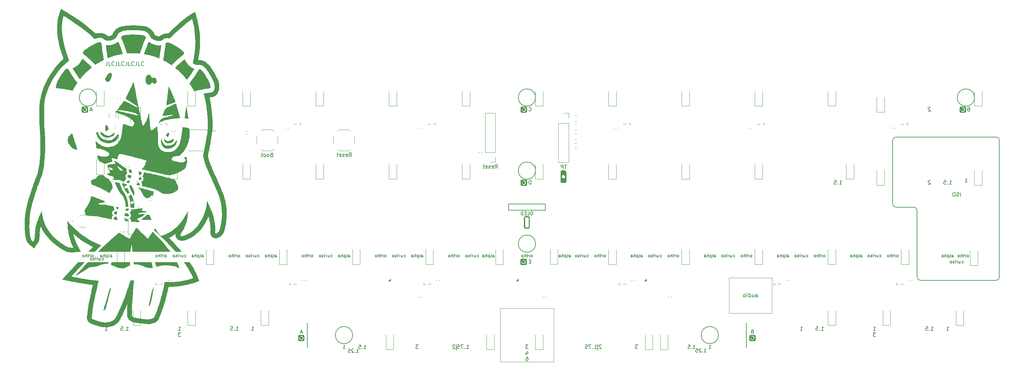
<source format=gbr>
%TF.GenerationSoftware,KiCad,Pcbnew,(7.0.0)*%
%TF.CreationDate,2023-11-20T17:20:02+01:00*%
%TF.ProjectId,alpha-curISO,616c7068-612d-4637-9572-49534f2e6b69,rev?*%
%TF.SameCoordinates,Original*%
%TF.FileFunction,Legend,Bot*%
%TF.FilePolarity,Positive*%
%FSLAX46Y46*%
G04 Gerber Fmt 4.6, Leading zero omitted, Abs format (unit mm)*
G04 Created by KiCad (PCBNEW (7.0.0)) date 2023-11-20 17:20:02*
%MOMM*%
%LPD*%
G01*
G04 APERTURE LIST*
%ADD10C,0.150000*%
%ADD11C,0.120000*%
%ADD12C,0.100000*%
G04 APERTURE END LIST*
D10*
X248443800Y-87312450D02*
X243681250Y-87312500D01*
X243681250Y-69056250D02*
X269875000Y-69056250D01*
X270668750Y-69850000D02*
G75*
G03*
X269875000Y-69056250I-793850J-100D01*
G01*
X269875000Y-106362550D02*
G75*
G03*
X270668750Y-105568750I-100J793850D01*
G01*
X90487500Y-117475000D02*
X90487500Y-123825000D01*
X152400000Y-86518750D02*
X152400000Y-88106250D01*
X197507564Y-120650000D02*
G75*
G03*
X197507564Y-120650000I-2245064J0D01*
G01*
X149882564Y-77787500D02*
G75*
G03*
X149882564Y-77787500I-2245064J0D01*
G01*
X102257564Y-120650000D02*
G75*
G03*
X102257564Y-120650000I-2245064J0D01*
G01*
X249237550Y-105568700D02*
G75*
G03*
X250031300Y-106362450I793850J100D01*
G01*
X249237550Y-88106200D02*
X249237550Y-105568700D01*
X249237550Y-88106200D02*
G75*
G03*
X248443800Y-87312450I-793850J-100D01*
G01*
X243681250Y-69056300D02*
G75*
G03*
X242887500Y-69850000I50J-793800D01*
G01*
X142875000Y-86518750D02*
X152400000Y-86518750D01*
X242887500Y-86518750D02*
G75*
G03*
X243681250Y-87312500I793800J50D01*
G01*
X35582564Y-58737500D02*
G75*
G03*
X35582564Y-58737500I-2245064J0D01*
G01*
X152400000Y-88106250D02*
X142875000Y-88106250D01*
X129202064Y-123039224D02*
X129202064Y-124626724D01*
X149882564Y-96837500D02*
G75*
G03*
X149882564Y-96837500I-2245064J0D01*
G01*
X250031300Y-106362450D02*
X269875000Y-106362500D01*
X142875000Y-88106250D02*
X142875000Y-86518750D01*
X166085147Y-123036566D02*
X166085147Y-124624066D01*
X264182564Y-58737500D02*
G75*
G03*
X264182564Y-58737500I-2245064J0D01*
G01*
X149882564Y-58737500D02*
G75*
G03*
X149882564Y-58737500I-2245064J0D01*
G01*
X270668750Y-69850000D02*
X270668750Y-105568750D01*
X204787500Y-117475000D02*
X204787500Y-123825000D01*
X242887500Y-86518750D02*
X242887500Y-69850000D01*
X260556249Y-84504880D02*
X260556249Y-83504880D01*
X260127678Y-84457261D02*
X259984821Y-84504880D01*
X259984821Y-84504880D02*
X259746726Y-84504880D01*
X259746726Y-84504880D02*
X259651488Y-84457261D01*
X259651488Y-84457261D02*
X259603869Y-84409642D01*
X259603869Y-84409642D02*
X259556250Y-84314404D01*
X259556250Y-84314404D02*
X259556250Y-84219166D01*
X259556250Y-84219166D02*
X259603869Y-84123928D01*
X259603869Y-84123928D02*
X259651488Y-84076309D01*
X259651488Y-84076309D02*
X259746726Y-84028690D01*
X259746726Y-84028690D02*
X259937202Y-83981071D01*
X259937202Y-83981071D02*
X260032440Y-83933452D01*
X260032440Y-83933452D02*
X260080059Y-83885833D01*
X260080059Y-83885833D02*
X260127678Y-83790595D01*
X260127678Y-83790595D02*
X260127678Y-83695357D01*
X260127678Y-83695357D02*
X260080059Y-83600119D01*
X260080059Y-83600119D02*
X260032440Y-83552500D01*
X260032440Y-83552500D02*
X259937202Y-83504880D01*
X259937202Y-83504880D02*
X259699107Y-83504880D01*
X259699107Y-83504880D02*
X259556250Y-83552500D01*
X258937202Y-83504880D02*
X258746726Y-83504880D01*
X258746726Y-83504880D02*
X258651488Y-83552500D01*
X258651488Y-83552500D02*
X258556250Y-83647738D01*
X258556250Y-83647738D02*
X258508631Y-83838214D01*
X258508631Y-83838214D02*
X258508631Y-84171547D01*
X258508631Y-84171547D02*
X258556250Y-84362023D01*
X258556250Y-84362023D02*
X258651488Y-84457261D01*
X258651488Y-84457261D02*
X258746726Y-84504880D01*
X258746726Y-84504880D02*
X258937202Y-84504880D01*
X258937202Y-84504880D02*
X259032440Y-84457261D01*
X259032440Y-84457261D02*
X259127678Y-84362023D01*
X259127678Y-84362023D02*
X259175297Y-84171547D01*
X259175297Y-84171547D02*
X259175297Y-83838214D01*
X259175297Y-83838214D02*
X259127678Y-83647738D01*
X259127678Y-83647738D02*
X259032440Y-83552500D01*
X259032440Y-83552500D02*
X258937202Y-83504880D01*
X237839285Y-119429880D02*
X238410713Y-119429880D01*
X238124999Y-119429880D02*
X238124999Y-118429880D01*
X238124999Y-118429880D02*
X238220237Y-118572738D01*
X238220237Y-118572738D02*
X238315475Y-118667976D01*
X238315475Y-118667976D02*
X238410713Y-118715595D01*
X58445237Y-100268309D02*
X58521428Y-100306404D01*
X58521428Y-100306404D02*
X58673809Y-100306404D01*
X58673809Y-100306404D02*
X58749999Y-100268309D01*
X58749999Y-100268309D02*
X58788094Y-100230214D01*
X58788094Y-100230214D02*
X58826190Y-100154023D01*
X58826190Y-100154023D02*
X58826190Y-99925452D01*
X58826190Y-99925452D02*
X58788094Y-99849261D01*
X58788094Y-99849261D02*
X58749999Y-99811166D01*
X58749999Y-99811166D02*
X58673809Y-99773071D01*
X58673809Y-99773071D02*
X58521428Y-99773071D01*
X58521428Y-99773071D02*
X58445237Y-99811166D01*
X57759523Y-99773071D02*
X57759523Y-100306404D01*
X58102380Y-99773071D02*
X58102380Y-100192119D01*
X58102380Y-100192119D02*
X58064285Y-100268309D01*
X58064285Y-100268309D02*
X57988095Y-100306404D01*
X57988095Y-100306404D02*
X57873809Y-100306404D01*
X57873809Y-100306404D02*
X57797618Y-100268309D01*
X57797618Y-100268309D02*
X57759523Y-100230214D01*
X57378570Y-100306404D02*
X57378570Y-99773071D01*
X57378570Y-99925452D02*
X57340475Y-99849261D01*
X57340475Y-99849261D02*
X57302380Y-99811166D01*
X57302380Y-99811166D02*
X57226189Y-99773071D01*
X57226189Y-99773071D02*
X57149999Y-99773071D01*
X56883332Y-100306404D02*
X56883332Y-99773071D01*
X56883332Y-99506404D02*
X56921428Y-99544500D01*
X56921428Y-99544500D02*
X56883332Y-99582595D01*
X56883332Y-99582595D02*
X56845237Y-99544500D01*
X56845237Y-99544500D02*
X56883332Y-99506404D01*
X56883332Y-99506404D02*
X56883332Y-99582595D01*
X56540476Y-100268309D02*
X56464285Y-100306404D01*
X56464285Y-100306404D02*
X56311904Y-100306404D01*
X56311904Y-100306404D02*
X56235714Y-100268309D01*
X56235714Y-100268309D02*
X56197618Y-100192119D01*
X56197618Y-100192119D02*
X56197618Y-100154023D01*
X56197618Y-100154023D02*
X56235714Y-100077833D01*
X56235714Y-100077833D02*
X56311904Y-100039738D01*
X56311904Y-100039738D02*
X56426190Y-100039738D01*
X56426190Y-100039738D02*
X56502380Y-100001642D01*
X56502380Y-100001642D02*
X56540476Y-99925452D01*
X56540476Y-99925452D02*
X56540476Y-99887357D01*
X56540476Y-99887357D02*
X56502380Y-99811166D01*
X56502380Y-99811166D02*
X56426190Y-99773071D01*
X56426190Y-99773071D02*
X56311904Y-99773071D01*
X56311904Y-99773071D02*
X56235714Y-99811166D01*
X55740476Y-100306404D02*
X55816666Y-100268309D01*
X55816666Y-100268309D02*
X55854761Y-100230214D01*
X55854761Y-100230214D02*
X55892857Y-100154023D01*
X55892857Y-100154023D02*
X55892857Y-99925452D01*
X55892857Y-99925452D02*
X55854761Y-99849261D01*
X55854761Y-99849261D02*
X55816666Y-99811166D01*
X55816666Y-99811166D02*
X55740476Y-99773071D01*
X55740476Y-99773071D02*
X55626190Y-99773071D01*
X55626190Y-99773071D02*
X55549999Y-99811166D01*
X55549999Y-99811166D02*
X55511904Y-99849261D01*
X55511904Y-99849261D02*
X55473809Y-99925452D01*
X55473809Y-99925452D02*
X55473809Y-100154023D01*
X55473809Y-100154023D02*
X55511904Y-100230214D01*
X55511904Y-100230214D02*
X55549999Y-100268309D01*
X55549999Y-100268309D02*
X55626190Y-100306404D01*
X55626190Y-100306404D02*
X55740476Y-100306404D01*
X215436310Y-100306404D02*
X215436310Y-99887357D01*
X215436310Y-99887357D02*
X215474405Y-99811166D01*
X215474405Y-99811166D02*
X215550596Y-99773071D01*
X215550596Y-99773071D02*
X215702977Y-99773071D01*
X215702977Y-99773071D02*
X215779167Y-99811166D01*
X215436310Y-100268309D02*
X215512501Y-100306404D01*
X215512501Y-100306404D02*
X215702977Y-100306404D01*
X215702977Y-100306404D02*
X215779167Y-100268309D01*
X215779167Y-100268309D02*
X215817263Y-100192119D01*
X215817263Y-100192119D02*
X215817263Y-100115928D01*
X215817263Y-100115928D02*
X215779167Y-100039738D01*
X215779167Y-100039738D02*
X215702977Y-100001642D01*
X215702977Y-100001642D02*
X215512501Y-100001642D01*
X215512501Y-100001642D02*
X215436310Y-99963547D01*
X214941072Y-100306404D02*
X215017262Y-100268309D01*
X215017262Y-100268309D02*
X215055357Y-100192119D01*
X215055357Y-100192119D02*
X215055357Y-99506404D01*
X214636309Y-99773071D02*
X214636309Y-100573071D01*
X214636309Y-99811166D02*
X214560119Y-99773071D01*
X214560119Y-99773071D02*
X214407738Y-99773071D01*
X214407738Y-99773071D02*
X214331547Y-99811166D01*
X214331547Y-99811166D02*
X214293452Y-99849261D01*
X214293452Y-99849261D02*
X214255357Y-99925452D01*
X214255357Y-99925452D02*
X214255357Y-100154023D01*
X214255357Y-100154023D02*
X214293452Y-100230214D01*
X214293452Y-100230214D02*
X214331547Y-100268309D01*
X214331547Y-100268309D02*
X214407738Y-100306404D01*
X214407738Y-100306404D02*
X214560119Y-100306404D01*
X214560119Y-100306404D02*
X214636309Y-100268309D01*
X213912499Y-100306404D02*
X213912499Y-99506404D01*
X213569642Y-100306404D02*
X213569642Y-99887357D01*
X213569642Y-99887357D02*
X213607737Y-99811166D01*
X213607737Y-99811166D02*
X213683928Y-99773071D01*
X213683928Y-99773071D02*
X213798214Y-99773071D01*
X213798214Y-99773071D02*
X213874404Y-99811166D01*
X213874404Y-99811166D02*
X213912499Y-99849261D01*
X212845832Y-100306404D02*
X212845832Y-99887357D01*
X212845832Y-99887357D02*
X212883927Y-99811166D01*
X212883927Y-99811166D02*
X212960118Y-99773071D01*
X212960118Y-99773071D02*
X213112499Y-99773071D01*
X213112499Y-99773071D02*
X213188689Y-99811166D01*
X212845832Y-100268309D02*
X212922023Y-100306404D01*
X212922023Y-100306404D02*
X213112499Y-100306404D01*
X213112499Y-100306404D02*
X213188689Y-100268309D01*
X213188689Y-100268309D02*
X213226785Y-100192119D01*
X213226785Y-100192119D02*
X213226785Y-100115928D01*
X213226785Y-100115928D02*
X213188689Y-100039738D01*
X213188689Y-100039738D02*
X213112499Y-100001642D01*
X213112499Y-100001642D02*
X212922023Y-100001642D01*
X212922023Y-100001642D02*
X212845832Y-99963547D01*
X53644643Y-100306404D02*
X53720833Y-100268309D01*
X53720833Y-100268309D02*
X53758928Y-100230214D01*
X53758928Y-100230214D02*
X53797024Y-100154023D01*
X53797024Y-100154023D02*
X53797024Y-99925452D01*
X53797024Y-99925452D02*
X53758928Y-99849261D01*
X53758928Y-99849261D02*
X53720833Y-99811166D01*
X53720833Y-99811166D02*
X53644643Y-99773071D01*
X53644643Y-99773071D02*
X53530357Y-99773071D01*
X53530357Y-99773071D02*
X53454166Y-99811166D01*
X53454166Y-99811166D02*
X53416071Y-99849261D01*
X53416071Y-99849261D02*
X53377976Y-99925452D01*
X53377976Y-99925452D02*
X53377976Y-100154023D01*
X53377976Y-100154023D02*
X53416071Y-100230214D01*
X53416071Y-100230214D02*
X53454166Y-100268309D01*
X53454166Y-100268309D02*
X53530357Y-100306404D01*
X53530357Y-100306404D02*
X53644643Y-100306404D01*
X53035118Y-100306404D02*
X53035118Y-99773071D01*
X53035118Y-99925452D02*
X52997023Y-99849261D01*
X52997023Y-99849261D02*
X52958928Y-99811166D01*
X52958928Y-99811166D02*
X52882737Y-99773071D01*
X52882737Y-99773071D02*
X52806547Y-99773071D01*
X52654166Y-99773071D02*
X52349404Y-99773071D01*
X52539880Y-99506404D02*
X52539880Y-100192119D01*
X52539880Y-100192119D02*
X52501785Y-100268309D01*
X52501785Y-100268309D02*
X52425595Y-100306404D01*
X52425595Y-100306404D02*
X52349404Y-100306404D01*
X52082737Y-100306404D02*
X52082737Y-99506404D01*
X51739880Y-100306404D02*
X51739880Y-99887357D01*
X51739880Y-99887357D02*
X51777975Y-99811166D01*
X51777975Y-99811166D02*
X51854166Y-99773071D01*
X51854166Y-99773071D02*
X51968452Y-99773071D01*
X51968452Y-99773071D02*
X52044642Y-99811166D01*
X52044642Y-99811166D02*
X52082737Y-99849261D01*
X51244642Y-100306404D02*
X51320832Y-100268309D01*
X51320832Y-100268309D02*
X51358927Y-100230214D01*
X51358927Y-100230214D02*
X51397023Y-100154023D01*
X51397023Y-100154023D02*
X51397023Y-99925452D01*
X51397023Y-99925452D02*
X51358927Y-99849261D01*
X51358927Y-99849261D02*
X51320832Y-99811166D01*
X51320832Y-99811166D02*
X51244642Y-99773071D01*
X51244642Y-99773071D02*
X51130356Y-99773071D01*
X51130356Y-99773071D02*
X51054165Y-99811166D01*
X51054165Y-99811166D02*
X51016070Y-99849261D01*
X51016070Y-99849261D02*
X50977975Y-99925452D01*
X50977975Y-99925452D02*
X50977975Y-100154023D01*
X50977975Y-100154023D02*
X51016070Y-100230214D01*
X51016070Y-100230214D02*
X51054165Y-100268309D01*
X51054165Y-100268309D02*
X51130356Y-100306404D01*
X51130356Y-100306404D02*
X51244642Y-100306404D01*
X110794643Y-100306404D02*
X110870833Y-100268309D01*
X110870833Y-100268309D02*
X110908928Y-100230214D01*
X110908928Y-100230214D02*
X110947024Y-100154023D01*
X110947024Y-100154023D02*
X110947024Y-99925452D01*
X110947024Y-99925452D02*
X110908928Y-99849261D01*
X110908928Y-99849261D02*
X110870833Y-99811166D01*
X110870833Y-99811166D02*
X110794643Y-99773071D01*
X110794643Y-99773071D02*
X110680357Y-99773071D01*
X110680357Y-99773071D02*
X110604166Y-99811166D01*
X110604166Y-99811166D02*
X110566071Y-99849261D01*
X110566071Y-99849261D02*
X110527976Y-99925452D01*
X110527976Y-99925452D02*
X110527976Y-100154023D01*
X110527976Y-100154023D02*
X110566071Y-100230214D01*
X110566071Y-100230214D02*
X110604166Y-100268309D01*
X110604166Y-100268309D02*
X110680357Y-100306404D01*
X110680357Y-100306404D02*
X110794643Y-100306404D01*
X110185118Y-100306404D02*
X110185118Y-99773071D01*
X110185118Y-99925452D02*
X110147023Y-99849261D01*
X110147023Y-99849261D02*
X110108928Y-99811166D01*
X110108928Y-99811166D02*
X110032737Y-99773071D01*
X110032737Y-99773071D02*
X109956547Y-99773071D01*
X109804166Y-99773071D02*
X109499404Y-99773071D01*
X109689880Y-99506404D02*
X109689880Y-100192119D01*
X109689880Y-100192119D02*
X109651785Y-100268309D01*
X109651785Y-100268309D02*
X109575595Y-100306404D01*
X109575595Y-100306404D02*
X109499404Y-100306404D01*
X109232737Y-100306404D02*
X109232737Y-99506404D01*
X108889880Y-100306404D02*
X108889880Y-99887357D01*
X108889880Y-99887357D02*
X108927975Y-99811166D01*
X108927975Y-99811166D02*
X109004166Y-99773071D01*
X109004166Y-99773071D02*
X109118452Y-99773071D01*
X109118452Y-99773071D02*
X109194642Y-99811166D01*
X109194642Y-99811166D02*
X109232737Y-99849261D01*
X108394642Y-100306404D02*
X108470832Y-100268309D01*
X108470832Y-100268309D02*
X108508927Y-100230214D01*
X108508927Y-100230214D02*
X108547023Y-100154023D01*
X108547023Y-100154023D02*
X108547023Y-99925452D01*
X108547023Y-99925452D02*
X108508927Y-99849261D01*
X108508927Y-99849261D02*
X108470832Y-99811166D01*
X108470832Y-99811166D02*
X108394642Y-99773071D01*
X108394642Y-99773071D02*
X108280356Y-99773071D01*
X108280356Y-99773071D02*
X108204165Y-99811166D01*
X108204165Y-99811166D02*
X108166070Y-99849261D01*
X108166070Y-99849261D02*
X108127975Y-99925452D01*
X108127975Y-99925452D02*
X108127975Y-100154023D01*
X108127975Y-100154023D02*
X108166070Y-100230214D01*
X108166070Y-100230214D02*
X108204165Y-100268309D01*
X108204165Y-100268309D02*
X108280356Y-100306404D01*
X108280356Y-100306404D02*
X108394642Y-100306404D01*
X224266071Y-119429880D02*
X224837499Y-119429880D01*
X224551785Y-119429880D02*
X224551785Y-118429880D01*
X224551785Y-118429880D02*
X224647023Y-118572738D01*
X224647023Y-118572738D02*
X224742261Y-118667976D01*
X224742261Y-118667976D02*
X224837499Y-118715595D01*
X223837499Y-119334642D02*
X223789880Y-119382261D01*
X223789880Y-119382261D02*
X223837499Y-119429880D01*
X223837499Y-119429880D02*
X223885118Y-119382261D01*
X223885118Y-119382261D02*
X223837499Y-119334642D01*
X223837499Y-119334642D02*
X223837499Y-119429880D01*
X222885119Y-118429880D02*
X223361309Y-118429880D01*
X223361309Y-118429880D02*
X223408928Y-118906071D01*
X223408928Y-118906071D02*
X223361309Y-118858452D01*
X223361309Y-118858452D02*
X223266071Y-118810833D01*
X223266071Y-118810833D02*
X223027976Y-118810833D01*
X223027976Y-118810833D02*
X222932738Y-118858452D01*
X222932738Y-118858452D02*
X222885119Y-118906071D01*
X222885119Y-118906071D02*
X222837500Y-119001309D01*
X222837500Y-119001309D02*
X222837500Y-119239404D01*
X222837500Y-119239404D02*
X222885119Y-119334642D01*
X222885119Y-119334642D02*
X222932738Y-119382261D01*
X222932738Y-119382261D02*
X223027976Y-119429880D01*
X223027976Y-119429880D02*
X223266071Y-119429880D01*
X223266071Y-119429880D02*
X223361309Y-119382261D01*
X223361309Y-119382261D02*
X223408928Y-119334642D01*
X257603571Y-81329880D02*
X258174999Y-81329880D01*
X257889285Y-81329880D02*
X257889285Y-80329880D01*
X257889285Y-80329880D02*
X257984523Y-80472738D01*
X257984523Y-80472738D02*
X258079761Y-80567976D01*
X258079761Y-80567976D02*
X258174999Y-80615595D01*
X257174999Y-81234642D02*
X257127380Y-81282261D01*
X257127380Y-81282261D02*
X257174999Y-81329880D01*
X257174999Y-81329880D02*
X257222618Y-81282261D01*
X257222618Y-81282261D02*
X257174999Y-81234642D01*
X257174999Y-81234642D02*
X257174999Y-81329880D01*
X256222619Y-80329880D02*
X256698809Y-80329880D01*
X256698809Y-80329880D02*
X256746428Y-80806071D01*
X256746428Y-80806071D02*
X256698809Y-80758452D01*
X256698809Y-80758452D02*
X256603571Y-80710833D01*
X256603571Y-80710833D02*
X256365476Y-80710833D01*
X256365476Y-80710833D02*
X256270238Y-80758452D01*
X256270238Y-80758452D02*
X256222619Y-80806071D01*
X256222619Y-80806071D02*
X256175000Y-80901309D01*
X256175000Y-80901309D02*
X256175000Y-81139404D01*
X256175000Y-81139404D02*
X256222619Y-81234642D01*
X256222619Y-81234642D02*
X256270238Y-81282261D01*
X256270238Y-81282261D02*
X256365476Y-81329880D01*
X256365476Y-81329880D02*
X256603571Y-81329880D01*
X256603571Y-81329880D02*
X256698809Y-81282261D01*
X256698809Y-81282261D02*
X256746428Y-81234642D01*
X165211011Y-124192380D02*
X165782439Y-124192380D01*
X165496725Y-124192380D02*
X165496725Y-123192380D01*
X165496725Y-123192380D02*
X165591963Y-123335238D01*
X165591963Y-123335238D02*
X165687201Y-123430476D01*
X165687201Y-123430476D02*
X165782439Y-123478095D01*
X164782439Y-124097142D02*
X164734820Y-124144761D01*
X164734820Y-124144761D02*
X164782439Y-124192380D01*
X164782439Y-124192380D02*
X164830058Y-124144761D01*
X164830058Y-124144761D02*
X164782439Y-124097142D01*
X164782439Y-124097142D02*
X164782439Y-124192380D01*
X164401487Y-123192380D02*
X163734821Y-123192380D01*
X163734821Y-123192380D02*
X164163392Y-124192380D01*
X162877678Y-123192380D02*
X163353868Y-123192380D01*
X163353868Y-123192380D02*
X163401487Y-123668571D01*
X163401487Y-123668571D02*
X163353868Y-123620952D01*
X163353868Y-123620952D02*
X163258630Y-123573333D01*
X163258630Y-123573333D02*
X163020535Y-123573333D01*
X163020535Y-123573333D02*
X162925297Y-123620952D01*
X162925297Y-123620952D02*
X162877678Y-123668571D01*
X162877678Y-123668571D02*
X162830059Y-123763809D01*
X162830059Y-123763809D02*
X162830059Y-124001904D01*
X162830059Y-124001904D02*
X162877678Y-124097142D01*
X162877678Y-124097142D02*
X162925297Y-124144761D01*
X162925297Y-124144761D02*
X163020535Y-124192380D01*
X163020535Y-124192380D02*
X163258630Y-124192380D01*
X163258630Y-124192380D02*
X163353868Y-124144761D01*
X163353868Y-124144761D02*
X163401487Y-124097142D01*
X220370237Y-100268309D02*
X220446428Y-100306404D01*
X220446428Y-100306404D02*
X220598809Y-100306404D01*
X220598809Y-100306404D02*
X220674999Y-100268309D01*
X220674999Y-100268309D02*
X220713094Y-100230214D01*
X220713094Y-100230214D02*
X220751190Y-100154023D01*
X220751190Y-100154023D02*
X220751190Y-99925452D01*
X220751190Y-99925452D02*
X220713094Y-99849261D01*
X220713094Y-99849261D02*
X220674999Y-99811166D01*
X220674999Y-99811166D02*
X220598809Y-99773071D01*
X220598809Y-99773071D02*
X220446428Y-99773071D01*
X220446428Y-99773071D02*
X220370237Y-99811166D01*
X219684523Y-99773071D02*
X219684523Y-100306404D01*
X220027380Y-99773071D02*
X220027380Y-100192119D01*
X220027380Y-100192119D02*
X219989285Y-100268309D01*
X219989285Y-100268309D02*
X219913095Y-100306404D01*
X219913095Y-100306404D02*
X219798809Y-100306404D01*
X219798809Y-100306404D02*
X219722618Y-100268309D01*
X219722618Y-100268309D02*
X219684523Y-100230214D01*
X219303570Y-100306404D02*
X219303570Y-99773071D01*
X219303570Y-99925452D02*
X219265475Y-99849261D01*
X219265475Y-99849261D02*
X219227380Y-99811166D01*
X219227380Y-99811166D02*
X219151189Y-99773071D01*
X219151189Y-99773071D02*
X219074999Y-99773071D01*
X218808332Y-100306404D02*
X218808332Y-99773071D01*
X218808332Y-99506404D02*
X218846428Y-99544500D01*
X218846428Y-99544500D02*
X218808332Y-99582595D01*
X218808332Y-99582595D02*
X218770237Y-99544500D01*
X218770237Y-99544500D02*
X218808332Y-99506404D01*
X218808332Y-99506404D02*
X218808332Y-99582595D01*
X218465476Y-100268309D02*
X218389285Y-100306404D01*
X218389285Y-100306404D02*
X218236904Y-100306404D01*
X218236904Y-100306404D02*
X218160714Y-100268309D01*
X218160714Y-100268309D02*
X218122618Y-100192119D01*
X218122618Y-100192119D02*
X218122618Y-100154023D01*
X218122618Y-100154023D02*
X218160714Y-100077833D01*
X218160714Y-100077833D02*
X218236904Y-100039738D01*
X218236904Y-100039738D02*
X218351190Y-100039738D01*
X218351190Y-100039738D02*
X218427380Y-100001642D01*
X218427380Y-100001642D02*
X218465476Y-99925452D01*
X218465476Y-99925452D02*
X218465476Y-99887357D01*
X218465476Y-99887357D02*
X218427380Y-99811166D01*
X218427380Y-99811166D02*
X218351190Y-99773071D01*
X218351190Y-99773071D02*
X218236904Y-99773071D01*
X218236904Y-99773071D02*
X218160714Y-99811166D01*
X217665476Y-100306404D02*
X217741666Y-100268309D01*
X217741666Y-100268309D02*
X217779761Y-100230214D01*
X217779761Y-100230214D02*
X217817857Y-100154023D01*
X217817857Y-100154023D02*
X217817857Y-99925452D01*
X217817857Y-99925452D02*
X217779761Y-99849261D01*
X217779761Y-99849261D02*
X217741666Y-99811166D01*
X217741666Y-99811166D02*
X217665476Y-99773071D01*
X217665476Y-99773071D02*
X217551190Y-99773071D01*
X217551190Y-99773071D02*
X217474999Y-99811166D01*
X217474999Y-99811166D02*
X217436904Y-99849261D01*
X217436904Y-99849261D02*
X217398809Y-99925452D01*
X217398809Y-99925452D02*
X217398809Y-100154023D01*
X217398809Y-100154023D02*
X217436904Y-100230214D01*
X217436904Y-100230214D02*
X217474999Y-100268309D01*
X217474999Y-100268309D02*
X217551190Y-100306404D01*
X217551190Y-100306404D02*
X217665476Y-100306404D01*
X36982237Y-101062059D02*
X37058428Y-101100154D01*
X37058428Y-101100154D02*
X37210809Y-101100154D01*
X37210809Y-101100154D02*
X37286999Y-101062059D01*
X37286999Y-101062059D02*
X37325094Y-101023964D01*
X37325094Y-101023964D02*
X37363190Y-100947773D01*
X37363190Y-100947773D02*
X37363190Y-100719202D01*
X37363190Y-100719202D02*
X37325094Y-100643011D01*
X37325094Y-100643011D02*
X37286999Y-100604916D01*
X37286999Y-100604916D02*
X37210809Y-100566821D01*
X37210809Y-100566821D02*
X37058428Y-100566821D01*
X37058428Y-100566821D02*
X36982237Y-100604916D01*
X36296523Y-100566821D02*
X36296523Y-101100154D01*
X36639380Y-100566821D02*
X36639380Y-100985869D01*
X36639380Y-100985869D02*
X36601285Y-101062059D01*
X36601285Y-101062059D02*
X36525095Y-101100154D01*
X36525095Y-101100154D02*
X36410809Y-101100154D01*
X36410809Y-101100154D02*
X36334618Y-101062059D01*
X36334618Y-101062059D02*
X36296523Y-101023964D01*
X35915570Y-101100154D02*
X35915570Y-100566821D01*
X35915570Y-100719202D02*
X35877475Y-100643011D01*
X35877475Y-100643011D02*
X35839380Y-100604916D01*
X35839380Y-100604916D02*
X35763189Y-100566821D01*
X35763189Y-100566821D02*
X35686999Y-100566821D01*
X35420332Y-101100154D02*
X35420332Y-100566821D01*
X35420332Y-100300154D02*
X35458428Y-100338250D01*
X35458428Y-100338250D02*
X35420332Y-100376345D01*
X35420332Y-100376345D02*
X35382237Y-100338250D01*
X35382237Y-100338250D02*
X35420332Y-100300154D01*
X35420332Y-100300154D02*
X35420332Y-100376345D01*
X35077476Y-101062059D02*
X35001285Y-101100154D01*
X35001285Y-101100154D02*
X34848904Y-101100154D01*
X34848904Y-101100154D02*
X34772714Y-101062059D01*
X34772714Y-101062059D02*
X34734618Y-100985869D01*
X34734618Y-100985869D02*
X34734618Y-100947773D01*
X34734618Y-100947773D02*
X34772714Y-100871583D01*
X34772714Y-100871583D02*
X34848904Y-100833488D01*
X34848904Y-100833488D02*
X34963190Y-100833488D01*
X34963190Y-100833488D02*
X35039380Y-100795392D01*
X35039380Y-100795392D02*
X35077476Y-100719202D01*
X35077476Y-100719202D02*
X35077476Y-100681107D01*
X35077476Y-100681107D02*
X35039380Y-100604916D01*
X35039380Y-100604916D02*
X34963190Y-100566821D01*
X34963190Y-100566821D02*
X34848904Y-100566821D01*
X34848904Y-100566821D02*
X34772714Y-100604916D01*
X34277476Y-101100154D02*
X34353666Y-101062059D01*
X34353666Y-101062059D02*
X34391761Y-101023964D01*
X34391761Y-101023964D02*
X34429857Y-100947773D01*
X34429857Y-100947773D02*
X34429857Y-100719202D01*
X34429857Y-100719202D02*
X34391761Y-100643011D01*
X34391761Y-100643011D02*
X34353666Y-100604916D01*
X34353666Y-100604916D02*
X34277476Y-100566821D01*
X34277476Y-100566821D02*
X34163190Y-100566821D01*
X34163190Y-100566821D02*
X34086999Y-100604916D01*
X34086999Y-100604916D02*
X34048904Y-100643011D01*
X34048904Y-100643011D02*
X34010809Y-100719202D01*
X34010809Y-100719202D02*
X34010809Y-100947773D01*
X34010809Y-100947773D02*
X34048904Y-101023964D01*
X34048904Y-101023964D02*
X34086999Y-101062059D01*
X34086999Y-101062059D02*
X34163190Y-101100154D01*
X34163190Y-101100154D02*
X34277476Y-101100154D01*
X81129047Y-73662321D02*
X80986190Y-73709940D01*
X80986190Y-73709940D02*
X80938571Y-73757559D01*
X80938571Y-73757559D02*
X80890952Y-73852797D01*
X80890952Y-73852797D02*
X80890952Y-73995654D01*
X80890952Y-73995654D02*
X80938571Y-74090892D01*
X80938571Y-74090892D02*
X80986190Y-74138511D01*
X80986190Y-74138511D02*
X81081428Y-74186130D01*
X81081428Y-74186130D02*
X81462380Y-74186130D01*
X81462380Y-74186130D02*
X81462380Y-73186130D01*
X81462380Y-73186130D02*
X81129047Y-73186130D01*
X81129047Y-73186130D02*
X81033809Y-73233750D01*
X81033809Y-73233750D02*
X80986190Y-73281369D01*
X80986190Y-73281369D02*
X80938571Y-73376607D01*
X80938571Y-73376607D02*
X80938571Y-73471845D01*
X80938571Y-73471845D02*
X80986190Y-73567083D01*
X80986190Y-73567083D02*
X81033809Y-73614702D01*
X81033809Y-73614702D02*
X81129047Y-73662321D01*
X81129047Y-73662321D02*
X81462380Y-73662321D01*
X80319523Y-74186130D02*
X80414761Y-74138511D01*
X80414761Y-74138511D02*
X80462380Y-74090892D01*
X80462380Y-74090892D02*
X80509999Y-73995654D01*
X80509999Y-73995654D02*
X80509999Y-73709940D01*
X80509999Y-73709940D02*
X80462380Y-73614702D01*
X80462380Y-73614702D02*
X80414761Y-73567083D01*
X80414761Y-73567083D02*
X80319523Y-73519464D01*
X80319523Y-73519464D02*
X80176666Y-73519464D01*
X80176666Y-73519464D02*
X80081428Y-73567083D01*
X80081428Y-73567083D02*
X80033809Y-73614702D01*
X80033809Y-73614702D02*
X79986190Y-73709940D01*
X79986190Y-73709940D02*
X79986190Y-73995654D01*
X79986190Y-73995654D02*
X80033809Y-74090892D01*
X80033809Y-74090892D02*
X80081428Y-74138511D01*
X80081428Y-74138511D02*
X80176666Y-74186130D01*
X80176666Y-74186130D02*
X80319523Y-74186130D01*
X79414761Y-74186130D02*
X79509999Y-74138511D01*
X79509999Y-74138511D02*
X79557618Y-74090892D01*
X79557618Y-74090892D02*
X79605237Y-73995654D01*
X79605237Y-73995654D02*
X79605237Y-73709940D01*
X79605237Y-73709940D02*
X79557618Y-73614702D01*
X79557618Y-73614702D02*
X79509999Y-73567083D01*
X79509999Y-73567083D02*
X79414761Y-73519464D01*
X79414761Y-73519464D02*
X79271904Y-73519464D01*
X79271904Y-73519464D02*
X79176666Y-73567083D01*
X79176666Y-73567083D02*
X79129047Y-73614702D01*
X79129047Y-73614702D02*
X79081428Y-73709940D01*
X79081428Y-73709940D02*
X79081428Y-73995654D01*
X79081428Y-73995654D02*
X79129047Y-74090892D01*
X79129047Y-74090892D02*
X79176666Y-74138511D01*
X79176666Y-74138511D02*
X79271904Y-74186130D01*
X79271904Y-74186130D02*
X79414761Y-74186130D01*
X78795713Y-73519464D02*
X78414761Y-73519464D01*
X78652856Y-73186130D02*
X78652856Y-74043273D01*
X78652856Y-74043273D02*
X78605237Y-74138511D01*
X78605237Y-74138511D02*
X78509999Y-74186130D01*
X78509999Y-74186130D02*
X78414761Y-74186130D01*
X91744643Y-100306404D02*
X91820833Y-100268309D01*
X91820833Y-100268309D02*
X91858928Y-100230214D01*
X91858928Y-100230214D02*
X91897024Y-100154023D01*
X91897024Y-100154023D02*
X91897024Y-99925452D01*
X91897024Y-99925452D02*
X91858928Y-99849261D01*
X91858928Y-99849261D02*
X91820833Y-99811166D01*
X91820833Y-99811166D02*
X91744643Y-99773071D01*
X91744643Y-99773071D02*
X91630357Y-99773071D01*
X91630357Y-99773071D02*
X91554166Y-99811166D01*
X91554166Y-99811166D02*
X91516071Y-99849261D01*
X91516071Y-99849261D02*
X91477976Y-99925452D01*
X91477976Y-99925452D02*
X91477976Y-100154023D01*
X91477976Y-100154023D02*
X91516071Y-100230214D01*
X91516071Y-100230214D02*
X91554166Y-100268309D01*
X91554166Y-100268309D02*
X91630357Y-100306404D01*
X91630357Y-100306404D02*
X91744643Y-100306404D01*
X91135118Y-100306404D02*
X91135118Y-99773071D01*
X91135118Y-99925452D02*
X91097023Y-99849261D01*
X91097023Y-99849261D02*
X91058928Y-99811166D01*
X91058928Y-99811166D02*
X90982737Y-99773071D01*
X90982737Y-99773071D02*
X90906547Y-99773071D01*
X90754166Y-99773071D02*
X90449404Y-99773071D01*
X90639880Y-99506404D02*
X90639880Y-100192119D01*
X90639880Y-100192119D02*
X90601785Y-100268309D01*
X90601785Y-100268309D02*
X90525595Y-100306404D01*
X90525595Y-100306404D02*
X90449404Y-100306404D01*
X90182737Y-100306404D02*
X90182737Y-99506404D01*
X89839880Y-100306404D02*
X89839880Y-99887357D01*
X89839880Y-99887357D02*
X89877975Y-99811166D01*
X89877975Y-99811166D02*
X89954166Y-99773071D01*
X89954166Y-99773071D02*
X90068452Y-99773071D01*
X90068452Y-99773071D02*
X90144642Y-99811166D01*
X90144642Y-99811166D02*
X90182737Y-99849261D01*
X89344642Y-100306404D02*
X89420832Y-100268309D01*
X89420832Y-100268309D02*
X89458927Y-100230214D01*
X89458927Y-100230214D02*
X89497023Y-100154023D01*
X89497023Y-100154023D02*
X89497023Y-99925452D01*
X89497023Y-99925452D02*
X89458927Y-99849261D01*
X89458927Y-99849261D02*
X89420832Y-99811166D01*
X89420832Y-99811166D02*
X89344642Y-99773071D01*
X89344642Y-99773071D02*
X89230356Y-99773071D01*
X89230356Y-99773071D02*
X89154165Y-99811166D01*
X89154165Y-99811166D02*
X89116070Y-99849261D01*
X89116070Y-99849261D02*
X89077975Y-99925452D01*
X89077975Y-99925452D02*
X89077975Y-100154023D01*
X89077975Y-100154023D02*
X89116070Y-100230214D01*
X89116070Y-100230214D02*
X89154165Y-100268309D01*
X89154165Y-100268309D02*
X89230356Y-100306404D01*
X89230356Y-100306404D02*
X89344642Y-100306404D01*
X218789285Y-119429880D02*
X219360713Y-119429880D01*
X219074999Y-119429880D02*
X219074999Y-118429880D01*
X219074999Y-118429880D02*
X219170237Y-118572738D01*
X219170237Y-118572738D02*
X219265475Y-118667976D01*
X219265475Y-118667976D02*
X219360713Y-118715595D01*
X34369344Y-61994166D02*
X33893154Y-61994166D01*
X34464582Y-62279880D02*
X34131249Y-61279880D01*
X34131249Y-61279880D02*
X33797916Y-62279880D01*
X182270237Y-100268309D02*
X182346428Y-100306404D01*
X182346428Y-100306404D02*
X182498809Y-100306404D01*
X182498809Y-100306404D02*
X182574999Y-100268309D01*
X182574999Y-100268309D02*
X182613094Y-100230214D01*
X182613094Y-100230214D02*
X182651190Y-100154023D01*
X182651190Y-100154023D02*
X182651190Y-99925452D01*
X182651190Y-99925452D02*
X182613094Y-99849261D01*
X182613094Y-99849261D02*
X182574999Y-99811166D01*
X182574999Y-99811166D02*
X182498809Y-99773071D01*
X182498809Y-99773071D02*
X182346428Y-99773071D01*
X182346428Y-99773071D02*
X182270237Y-99811166D01*
X181584523Y-99773071D02*
X181584523Y-100306404D01*
X181927380Y-99773071D02*
X181927380Y-100192119D01*
X181927380Y-100192119D02*
X181889285Y-100268309D01*
X181889285Y-100268309D02*
X181813095Y-100306404D01*
X181813095Y-100306404D02*
X181698809Y-100306404D01*
X181698809Y-100306404D02*
X181622618Y-100268309D01*
X181622618Y-100268309D02*
X181584523Y-100230214D01*
X181203570Y-100306404D02*
X181203570Y-99773071D01*
X181203570Y-99925452D02*
X181165475Y-99849261D01*
X181165475Y-99849261D02*
X181127380Y-99811166D01*
X181127380Y-99811166D02*
X181051189Y-99773071D01*
X181051189Y-99773071D02*
X180974999Y-99773071D01*
X180708332Y-100306404D02*
X180708332Y-99773071D01*
X180708332Y-99506404D02*
X180746428Y-99544500D01*
X180746428Y-99544500D02*
X180708332Y-99582595D01*
X180708332Y-99582595D02*
X180670237Y-99544500D01*
X180670237Y-99544500D02*
X180708332Y-99506404D01*
X180708332Y-99506404D02*
X180708332Y-99582595D01*
X180365476Y-100268309D02*
X180289285Y-100306404D01*
X180289285Y-100306404D02*
X180136904Y-100306404D01*
X180136904Y-100306404D02*
X180060714Y-100268309D01*
X180060714Y-100268309D02*
X180022618Y-100192119D01*
X180022618Y-100192119D02*
X180022618Y-100154023D01*
X180022618Y-100154023D02*
X180060714Y-100077833D01*
X180060714Y-100077833D02*
X180136904Y-100039738D01*
X180136904Y-100039738D02*
X180251190Y-100039738D01*
X180251190Y-100039738D02*
X180327380Y-100001642D01*
X180327380Y-100001642D02*
X180365476Y-99925452D01*
X180365476Y-99925452D02*
X180365476Y-99887357D01*
X180365476Y-99887357D02*
X180327380Y-99811166D01*
X180327380Y-99811166D02*
X180251190Y-99773071D01*
X180251190Y-99773071D02*
X180136904Y-99773071D01*
X180136904Y-99773071D02*
X180060714Y-99811166D01*
X179565476Y-100306404D02*
X179641666Y-100268309D01*
X179641666Y-100268309D02*
X179679761Y-100230214D01*
X179679761Y-100230214D02*
X179717857Y-100154023D01*
X179717857Y-100154023D02*
X179717857Y-99925452D01*
X179717857Y-99925452D02*
X179679761Y-99849261D01*
X179679761Y-99849261D02*
X179641666Y-99811166D01*
X179641666Y-99811166D02*
X179565476Y-99773071D01*
X179565476Y-99773071D02*
X179451190Y-99773071D01*
X179451190Y-99773071D02*
X179374999Y-99811166D01*
X179374999Y-99811166D02*
X179336904Y-99849261D01*
X179336904Y-99849261D02*
X179298809Y-99925452D01*
X179298809Y-99925452D02*
X179298809Y-100154023D01*
X179298809Y-100154023D02*
X179336904Y-100230214D01*
X179336904Y-100230214D02*
X179374999Y-100268309D01*
X179374999Y-100268309D02*
X179451190Y-100306404D01*
X179451190Y-100306404D02*
X179565476Y-100306404D01*
X158011713Y-76329380D02*
X157440285Y-76329380D01*
X157725999Y-77329380D02*
X157725999Y-76329380D01*
X157106951Y-77329380D02*
X157106951Y-76329380D01*
X157106951Y-76329380D02*
X156725999Y-76329380D01*
X156725999Y-76329380D02*
X156630761Y-76377000D01*
X156630761Y-76377000D02*
X156583142Y-76424619D01*
X156583142Y-76424619D02*
X156535523Y-76519857D01*
X156535523Y-76519857D02*
X156535523Y-76662714D01*
X156535523Y-76662714D02*
X156583142Y-76757952D01*
X156583142Y-76757952D02*
X156630761Y-76805571D01*
X156630761Y-76805571D02*
X156725999Y-76853190D01*
X156725999Y-76853190D02*
X157106951Y-76853190D01*
X63036310Y-100306404D02*
X63036310Y-99887357D01*
X63036310Y-99887357D02*
X63074405Y-99811166D01*
X63074405Y-99811166D02*
X63150596Y-99773071D01*
X63150596Y-99773071D02*
X63302977Y-99773071D01*
X63302977Y-99773071D02*
X63379167Y-99811166D01*
X63036310Y-100268309D02*
X63112501Y-100306404D01*
X63112501Y-100306404D02*
X63302977Y-100306404D01*
X63302977Y-100306404D02*
X63379167Y-100268309D01*
X63379167Y-100268309D02*
X63417263Y-100192119D01*
X63417263Y-100192119D02*
X63417263Y-100115928D01*
X63417263Y-100115928D02*
X63379167Y-100039738D01*
X63379167Y-100039738D02*
X63302977Y-100001642D01*
X63302977Y-100001642D02*
X63112501Y-100001642D01*
X63112501Y-100001642D02*
X63036310Y-99963547D01*
X62541072Y-100306404D02*
X62617262Y-100268309D01*
X62617262Y-100268309D02*
X62655357Y-100192119D01*
X62655357Y-100192119D02*
X62655357Y-99506404D01*
X62236309Y-99773071D02*
X62236309Y-100573071D01*
X62236309Y-99811166D02*
X62160119Y-99773071D01*
X62160119Y-99773071D02*
X62007738Y-99773071D01*
X62007738Y-99773071D02*
X61931547Y-99811166D01*
X61931547Y-99811166D02*
X61893452Y-99849261D01*
X61893452Y-99849261D02*
X61855357Y-99925452D01*
X61855357Y-99925452D02*
X61855357Y-100154023D01*
X61855357Y-100154023D02*
X61893452Y-100230214D01*
X61893452Y-100230214D02*
X61931547Y-100268309D01*
X61931547Y-100268309D02*
X62007738Y-100306404D01*
X62007738Y-100306404D02*
X62160119Y-100306404D01*
X62160119Y-100306404D02*
X62236309Y-100268309D01*
X61512499Y-100306404D02*
X61512499Y-99506404D01*
X61169642Y-100306404D02*
X61169642Y-99887357D01*
X61169642Y-99887357D02*
X61207737Y-99811166D01*
X61207737Y-99811166D02*
X61283928Y-99773071D01*
X61283928Y-99773071D02*
X61398214Y-99773071D01*
X61398214Y-99773071D02*
X61474404Y-99811166D01*
X61474404Y-99811166D02*
X61512499Y-99849261D01*
X60445832Y-100306404D02*
X60445832Y-99887357D01*
X60445832Y-99887357D02*
X60483927Y-99811166D01*
X60483927Y-99811166D02*
X60560118Y-99773071D01*
X60560118Y-99773071D02*
X60712499Y-99773071D01*
X60712499Y-99773071D02*
X60788689Y-99811166D01*
X60445832Y-100268309D02*
X60522023Y-100306404D01*
X60522023Y-100306404D02*
X60712499Y-100306404D01*
X60712499Y-100306404D02*
X60788689Y-100268309D01*
X60788689Y-100268309D02*
X60826785Y-100192119D01*
X60826785Y-100192119D02*
X60826785Y-100115928D01*
X60826785Y-100115928D02*
X60788689Y-100039738D01*
X60788689Y-100039738D02*
X60712499Y-100001642D01*
X60712499Y-100001642D02*
X60522023Y-100001642D01*
X60522023Y-100001642D02*
X60445832Y-99963547D01*
X177336310Y-100306404D02*
X177336310Y-99887357D01*
X177336310Y-99887357D02*
X177374405Y-99811166D01*
X177374405Y-99811166D02*
X177450596Y-99773071D01*
X177450596Y-99773071D02*
X177602977Y-99773071D01*
X177602977Y-99773071D02*
X177679167Y-99811166D01*
X177336310Y-100268309D02*
X177412501Y-100306404D01*
X177412501Y-100306404D02*
X177602977Y-100306404D01*
X177602977Y-100306404D02*
X177679167Y-100268309D01*
X177679167Y-100268309D02*
X177717263Y-100192119D01*
X177717263Y-100192119D02*
X177717263Y-100115928D01*
X177717263Y-100115928D02*
X177679167Y-100039738D01*
X177679167Y-100039738D02*
X177602977Y-100001642D01*
X177602977Y-100001642D02*
X177412501Y-100001642D01*
X177412501Y-100001642D02*
X177336310Y-99963547D01*
X176841072Y-100306404D02*
X176917262Y-100268309D01*
X176917262Y-100268309D02*
X176955357Y-100192119D01*
X176955357Y-100192119D02*
X176955357Y-99506404D01*
X176536309Y-99773071D02*
X176536309Y-100573071D01*
X176536309Y-99811166D02*
X176460119Y-99773071D01*
X176460119Y-99773071D02*
X176307738Y-99773071D01*
X176307738Y-99773071D02*
X176231547Y-99811166D01*
X176231547Y-99811166D02*
X176193452Y-99849261D01*
X176193452Y-99849261D02*
X176155357Y-99925452D01*
X176155357Y-99925452D02*
X176155357Y-100154023D01*
X176155357Y-100154023D02*
X176193452Y-100230214D01*
X176193452Y-100230214D02*
X176231547Y-100268309D01*
X176231547Y-100268309D02*
X176307738Y-100306404D01*
X176307738Y-100306404D02*
X176460119Y-100306404D01*
X176460119Y-100306404D02*
X176536309Y-100268309D01*
X175812499Y-100306404D02*
X175812499Y-99506404D01*
X175469642Y-100306404D02*
X175469642Y-99887357D01*
X175469642Y-99887357D02*
X175507737Y-99811166D01*
X175507737Y-99811166D02*
X175583928Y-99773071D01*
X175583928Y-99773071D02*
X175698214Y-99773071D01*
X175698214Y-99773071D02*
X175774404Y-99811166D01*
X175774404Y-99811166D02*
X175812499Y-99849261D01*
X174745832Y-100306404D02*
X174745832Y-99887357D01*
X174745832Y-99887357D02*
X174783927Y-99811166D01*
X174783927Y-99811166D02*
X174860118Y-99773071D01*
X174860118Y-99773071D02*
X175012499Y-99773071D01*
X175012499Y-99773071D02*
X175088689Y-99811166D01*
X174745832Y-100268309D02*
X174822023Y-100306404D01*
X174822023Y-100306404D02*
X175012499Y-100306404D01*
X175012499Y-100306404D02*
X175088689Y-100268309D01*
X175088689Y-100268309D02*
X175126785Y-100192119D01*
X175126785Y-100192119D02*
X175126785Y-100115928D01*
X175126785Y-100115928D02*
X175088689Y-100039738D01*
X175088689Y-100039738D02*
X175012499Y-100001642D01*
X175012499Y-100001642D02*
X174822023Y-100001642D01*
X174822023Y-100001642D02*
X174745832Y-99963547D01*
X148693154Y-81329880D02*
X148693154Y-80329880D01*
X148693154Y-80329880D02*
X148455059Y-80329880D01*
X148455059Y-80329880D02*
X148312202Y-80377500D01*
X148312202Y-80377500D02*
X148216964Y-80472738D01*
X148216964Y-80472738D02*
X148169345Y-80567976D01*
X148169345Y-80567976D02*
X148121726Y-80758452D01*
X148121726Y-80758452D02*
X148121726Y-80901309D01*
X148121726Y-80901309D02*
X148169345Y-81091785D01*
X148169345Y-81091785D02*
X148216964Y-81187023D01*
X148216964Y-81187023D02*
X148312202Y-81282261D01*
X148312202Y-81282261D02*
X148455059Y-81329880D01*
X148455059Y-81329880D02*
X148693154Y-81329880D01*
X120186310Y-100306404D02*
X120186310Y-99887357D01*
X120186310Y-99887357D02*
X120224405Y-99811166D01*
X120224405Y-99811166D02*
X120300596Y-99773071D01*
X120300596Y-99773071D02*
X120452977Y-99773071D01*
X120452977Y-99773071D02*
X120529167Y-99811166D01*
X120186310Y-100268309D02*
X120262501Y-100306404D01*
X120262501Y-100306404D02*
X120452977Y-100306404D01*
X120452977Y-100306404D02*
X120529167Y-100268309D01*
X120529167Y-100268309D02*
X120567263Y-100192119D01*
X120567263Y-100192119D02*
X120567263Y-100115928D01*
X120567263Y-100115928D02*
X120529167Y-100039738D01*
X120529167Y-100039738D02*
X120452977Y-100001642D01*
X120452977Y-100001642D02*
X120262501Y-100001642D01*
X120262501Y-100001642D02*
X120186310Y-99963547D01*
X119691072Y-100306404D02*
X119767262Y-100268309D01*
X119767262Y-100268309D02*
X119805357Y-100192119D01*
X119805357Y-100192119D02*
X119805357Y-99506404D01*
X119386309Y-99773071D02*
X119386309Y-100573071D01*
X119386309Y-99811166D02*
X119310119Y-99773071D01*
X119310119Y-99773071D02*
X119157738Y-99773071D01*
X119157738Y-99773071D02*
X119081547Y-99811166D01*
X119081547Y-99811166D02*
X119043452Y-99849261D01*
X119043452Y-99849261D02*
X119005357Y-99925452D01*
X119005357Y-99925452D02*
X119005357Y-100154023D01*
X119005357Y-100154023D02*
X119043452Y-100230214D01*
X119043452Y-100230214D02*
X119081547Y-100268309D01*
X119081547Y-100268309D02*
X119157738Y-100306404D01*
X119157738Y-100306404D02*
X119310119Y-100306404D01*
X119310119Y-100306404D02*
X119386309Y-100268309D01*
X118662499Y-100306404D02*
X118662499Y-99506404D01*
X118319642Y-100306404D02*
X118319642Y-99887357D01*
X118319642Y-99887357D02*
X118357737Y-99811166D01*
X118357737Y-99811166D02*
X118433928Y-99773071D01*
X118433928Y-99773071D02*
X118548214Y-99773071D01*
X118548214Y-99773071D02*
X118624404Y-99811166D01*
X118624404Y-99811166D02*
X118662499Y-99849261D01*
X117595832Y-100306404D02*
X117595832Y-99887357D01*
X117595832Y-99887357D02*
X117633927Y-99811166D01*
X117633927Y-99811166D02*
X117710118Y-99773071D01*
X117710118Y-99773071D02*
X117862499Y-99773071D01*
X117862499Y-99773071D02*
X117938689Y-99811166D01*
X117595832Y-100268309D02*
X117672023Y-100306404D01*
X117672023Y-100306404D02*
X117862499Y-100306404D01*
X117862499Y-100306404D02*
X117938689Y-100268309D01*
X117938689Y-100268309D02*
X117976785Y-100192119D01*
X117976785Y-100192119D02*
X117976785Y-100115928D01*
X117976785Y-100115928D02*
X117938689Y-100039738D01*
X117938689Y-100039738D02*
X117862499Y-100001642D01*
X117862499Y-100001642D02*
X117672023Y-100001642D01*
X117672023Y-100001642D02*
X117595832Y-99963547D01*
X238458332Y-120017380D02*
X237839285Y-120017380D01*
X237839285Y-120017380D02*
X238172618Y-120398333D01*
X238172618Y-120398333D02*
X238029761Y-120398333D01*
X238029761Y-120398333D02*
X237934523Y-120445952D01*
X237934523Y-120445952D02*
X237886904Y-120493571D01*
X237886904Y-120493571D02*
X237839285Y-120588809D01*
X237839285Y-120588809D02*
X237839285Y-120826904D01*
X237839285Y-120826904D02*
X237886904Y-120922142D01*
X237886904Y-120922142D02*
X237934523Y-120969761D01*
X237934523Y-120969761D02*
X238029761Y-121017380D01*
X238029761Y-121017380D02*
X238315475Y-121017380D01*
X238315475Y-121017380D02*
X238410713Y-120969761D01*
X238410713Y-120969761D02*
X238458332Y-120922142D01*
X229028571Y-81329880D02*
X229599999Y-81329880D01*
X229314285Y-81329880D02*
X229314285Y-80329880D01*
X229314285Y-80329880D02*
X229409523Y-80472738D01*
X229409523Y-80472738D02*
X229504761Y-80567976D01*
X229504761Y-80567976D02*
X229599999Y-80615595D01*
X228599999Y-81234642D02*
X228552380Y-81282261D01*
X228552380Y-81282261D02*
X228599999Y-81329880D01*
X228599999Y-81329880D02*
X228647618Y-81282261D01*
X228647618Y-81282261D02*
X228599999Y-81234642D01*
X228599999Y-81234642D02*
X228599999Y-81329880D01*
X227647619Y-80329880D02*
X228123809Y-80329880D01*
X228123809Y-80329880D02*
X228171428Y-80806071D01*
X228171428Y-80806071D02*
X228123809Y-80758452D01*
X228123809Y-80758452D02*
X228028571Y-80710833D01*
X228028571Y-80710833D02*
X227790476Y-80710833D01*
X227790476Y-80710833D02*
X227695238Y-80758452D01*
X227695238Y-80758452D02*
X227647619Y-80806071D01*
X227647619Y-80806071D02*
X227600000Y-80901309D01*
X227600000Y-80901309D02*
X227600000Y-81139404D01*
X227600000Y-81139404D02*
X227647619Y-81234642D01*
X227647619Y-81234642D02*
X227695238Y-81282261D01*
X227695238Y-81282261D02*
X227790476Y-81329880D01*
X227790476Y-81329880D02*
X228028571Y-81329880D01*
X228028571Y-81329880D02*
X228123809Y-81282261D01*
X228123809Y-81282261D02*
X228171428Y-81234642D01*
X131873511Y-124192380D02*
X132444939Y-124192380D01*
X132159225Y-124192380D02*
X132159225Y-123192380D01*
X132159225Y-123192380D02*
X132254463Y-123335238D01*
X132254463Y-123335238D02*
X132349701Y-123430476D01*
X132349701Y-123430476D02*
X132444939Y-123478095D01*
X131444939Y-124097142D02*
X131397320Y-124144761D01*
X131397320Y-124144761D02*
X131444939Y-124192380D01*
X131444939Y-124192380D02*
X131492558Y-124144761D01*
X131492558Y-124144761D02*
X131444939Y-124097142D01*
X131444939Y-124097142D02*
X131444939Y-124192380D01*
X131063987Y-123192380D02*
X130397321Y-123192380D01*
X130397321Y-123192380D02*
X130825892Y-124192380D01*
X129540178Y-123192380D02*
X130016368Y-123192380D01*
X130016368Y-123192380D02*
X130063987Y-123668571D01*
X130063987Y-123668571D02*
X130016368Y-123620952D01*
X130016368Y-123620952D02*
X129921130Y-123573333D01*
X129921130Y-123573333D02*
X129683035Y-123573333D01*
X129683035Y-123573333D02*
X129587797Y-123620952D01*
X129587797Y-123620952D02*
X129540178Y-123668571D01*
X129540178Y-123668571D02*
X129492559Y-123763809D01*
X129492559Y-123763809D02*
X129492559Y-124001904D01*
X129492559Y-124001904D02*
X129540178Y-124097142D01*
X129540178Y-124097142D02*
X129587797Y-124144761D01*
X129587797Y-124144761D02*
X129683035Y-124192380D01*
X129683035Y-124192380D02*
X129921130Y-124192380D01*
X129921130Y-124192380D02*
X130016368Y-124144761D01*
X130016368Y-124144761D02*
X130063987Y-124097142D01*
X72694643Y-100306404D02*
X72770833Y-100268309D01*
X72770833Y-100268309D02*
X72808928Y-100230214D01*
X72808928Y-100230214D02*
X72847024Y-100154023D01*
X72847024Y-100154023D02*
X72847024Y-99925452D01*
X72847024Y-99925452D02*
X72808928Y-99849261D01*
X72808928Y-99849261D02*
X72770833Y-99811166D01*
X72770833Y-99811166D02*
X72694643Y-99773071D01*
X72694643Y-99773071D02*
X72580357Y-99773071D01*
X72580357Y-99773071D02*
X72504166Y-99811166D01*
X72504166Y-99811166D02*
X72466071Y-99849261D01*
X72466071Y-99849261D02*
X72427976Y-99925452D01*
X72427976Y-99925452D02*
X72427976Y-100154023D01*
X72427976Y-100154023D02*
X72466071Y-100230214D01*
X72466071Y-100230214D02*
X72504166Y-100268309D01*
X72504166Y-100268309D02*
X72580357Y-100306404D01*
X72580357Y-100306404D02*
X72694643Y-100306404D01*
X72085118Y-100306404D02*
X72085118Y-99773071D01*
X72085118Y-99925452D02*
X72047023Y-99849261D01*
X72047023Y-99849261D02*
X72008928Y-99811166D01*
X72008928Y-99811166D02*
X71932737Y-99773071D01*
X71932737Y-99773071D02*
X71856547Y-99773071D01*
X71704166Y-99773071D02*
X71399404Y-99773071D01*
X71589880Y-99506404D02*
X71589880Y-100192119D01*
X71589880Y-100192119D02*
X71551785Y-100268309D01*
X71551785Y-100268309D02*
X71475595Y-100306404D01*
X71475595Y-100306404D02*
X71399404Y-100306404D01*
X71132737Y-100306404D02*
X71132737Y-99506404D01*
X70789880Y-100306404D02*
X70789880Y-99887357D01*
X70789880Y-99887357D02*
X70827975Y-99811166D01*
X70827975Y-99811166D02*
X70904166Y-99773071D01*
X70904166Y-99773071D02*
X71018452Y-99773071D01*
X71018452Y-99773071D02*
X71094642Y-99811166D01*
X71094642Y-99811166D02*
X71132737Y-99849261D01*
X70294642Y-100306404D02*
X70370832Y-100268309D01*
X70370832Y-100268309D02*
X70408927Y-100230214D01*
X70408927Y-100230214D02*
X70447023Y-100154023D01*
X70447023Y-100154023D02*
X70447023Y-99925452D01*
X70447023Y-99925452D02*
X70408927Y-99849261D01*
X70408927Y-99849261D02*
X70370832Y-99811166D01*
X70370832Y-99811166D02*
X70294642Y-99773071D01*
X70294642Y-99773071D02*
X70180356Y-99773071D01*
X70180356Y-99773071D02*
X70104165Y-99811166D01*
X70104165Y-99811166D02*
X70066070Y-99849261D01*
X70066070Y-99849261D02*
X70027975Y-99925452D01*
X70027975Y-99925452D02*
X70027975Y-100154023D01*
X70027975Y-100154023D02*
X70066070Y-100230214D01*
X70066070Y-100230214D02*
X70104165Y-100268309D01*
X70104165Y-100268309D02*
X70180356Y-100306404D01*
X70180356Y-100306404D02*
X70294642Y-100306404D01*
X186994643Y-100306404D02*
X187070833Y-100268309D01*
X187070833Y-100268309D02*
X187108928Y-100230214D01*
X187108928Y-100230214D02*
X187147024Y-100154023D01*
X187147024Y-100154023D02*
X187147024Y-99925452D01*
X187147024Y-99925452D02*
X187108928Y-99849261D01*
X187108928Y-99849261D02*
X187070833Y-99811166D01*
X187070833Y-99811166D02*
X186994643Y-99773071D01*
X186994643Y-99773071D02*
X186880357Y-99773071D01*
X186880357Y-99773071D02*
X186804166Y-99811166D01*
X186804166Y-99811166D02*
X186766071Y-99849261D01*
X186766071Y-99849261D02*
X186727976Y-99925452D01*
X186727976Y-99925452D02*
X186727976Y-100154023D01*
X186727976Y-100154023D02*
X186766071Y-100230214D01*
X186766071Y-100230214D02*
X186804166Y-100268309D01*
X186804166Y-100268309D02*
X186880357Y-100306404D01*
X186880357Y-100306404D02*
X186994643Y-100306404D01*
X186385118Y-100306404D02*
X186385118Y-99773071D01*
X186385118Y-99925452D02*
X186347023Y-99849261D01*
X186347023Y-99849261D02*
X186308928Y-99811166D01*
X186308928Y-99811166D02*
X186232737Y-99773071D01*
X186232737Y-99773071D02*
X186156547Y-99773071D01*
X186004166Y-99773071D02*
X185699404Y-99773071D01*
X185889880Y-99506404D02*
X185889880Y-100192119D01*
X185889880Y-100192119D02*
X185851785Y-100268309D01*
X185851785Y-100268309D02*
X185775595Y-100306404D01*
X185775595Y-100306404D02*
X185699404Y-100306404D01*
X185432737Y-100306404D02*
X185432737Y-99506404D01*
X185089880Y-100306404D02*
X185089880Y-99887357D01*
X185089880Y-99887357D02*
X185127975Y-99811166D01*
X185127975Y-99811166D02*
X185204166Y-99773071D01*
X185204166Y-99773071D02*
X185318452Y-99773071D01*
X185318452Y-99773071D02*
X185394642Y-99811166D01*
X185394642Y-99811166D02*
X185432737Y-99849261D01*
X184594642Y-100306404D02*
X184670832Y-100268309D01*
X184670832Y-100268309D02*
X184708927Y-100230214D01*
X184708927Y-100230214D02*
X184747023Y-100154023D01*
X184747023Y-100154023D02*
X184747023Y-99925452D01*
X184747023Y-99925452D02*
X184708927Y-99849261D01*
X184708927Y-99849261D02*
X184670832Y-99811166D01*
X184670832Y-99811166D02*
X184594642Y-99773071D01*
X184594642Y-99773071D02*
X184480356Y-99773071D01*
X184480356Y-99773071D02*
X184404165Y-99811166D01*
X184404165Y-99811166D02*
X184366070Y-99849261D01*
X184366070Y-99849261D02*
X184327975Y-99925452D01*
X184327975Y-99925452D02*
X184327975Y-100154023D01*
X184327975Y-100154023D02*
X184366070Y-100230214D01*
X184366070Y-100230214D02*
X184404165Y-100268309D01*
X184404165Y-100268309D02*
X184480356Y-100306404D01*
X184480356Y-100306404D02*
X184594642Y-100306404D01*
X39223810Y-100306404D02*
X39223810Y-99887357D01*
X39223810Y-99887357D02*
X39261905Y-99811166D01*
X39261905Y-99811166D02*
X39338096Y-99773071D01*
X39338096Y-99773071D02*
X39490477Y-99773071D01*
X39490477Y-99773071D02*
X39566667Y-99811166D01*
X39223810Y-100268309D02*
X39300001Y-100306404D01*
X39300001Y-100306404D02*
X39490477Y-100306404D01*
X39490477Y-100306404D02*
X39566667Y-100268309D01*
X39566667Y-100268309D02*
X39604763Y-100192119D01*
X39604763Y-100192119D02*
X39604763Y-100115928D01*
X39604763Y-100115928D02*
X39566667Y-100039738D01*
X39566667Y-100039738D02*
X39490477Y-100001642D01*
X39490477Y-100001642D02*
X39300001Y-100001642D01*
X39300001Y-100001642D02*
X39223810Y-99963547D01*
X38728572Y-100306404D02*
X38804762Y-100268309D01*
X38804762Y-100268309D02*
X38842857Y-100192119D01*
X38842857Y-100192119D02*
X38842857Y-99506404D01*
X38423809Y-99773071D02*
X38423809Y-100573071D01*
X38423809Y-99811166D02*
X38347619Y-99773071D01*
X38347619Y-99773071D02*
X38195238Y-99773071D01*
X38195238Y-99773071D02*
X38119047Y-99811166D01*
X38119047Y-99811166D02*
X38080952Y-99849261D01*
X38080952Y-99849261D02*
X38042857Y-99925452D01*
X38042857Y-99925452D02*
X38042857Y-100154023D01*
X38042857Y-100154023D02*
X38080952Y-100230214D01*
X38080952Y-100230214D02*
X38119047Y-100268309D01*
X38119047Y-100268309D02*
X38195238Y-100306404D01*
X38195238Y-100306404D02*
X38347619Y-100306404D01*
X38347619Y-100306404D02*
X38423809Y-100268309D01*
X37699999Y-100306404D02*
X37699999Y-99506404D01*
X37357142Y-100306404D02*
X37357142Y-99887357D01*
X37357142Y-99887357D02*
X37395237Y-99811166D01*
X37395237Y-99811166D02*
X37471428Y-99773071D01*
X37471428Y-99773071D02*
X37585714Y-99773071D01*
X37585714Y-99773071D02*
X37661904Y-99811166D01*
X37661904Y-99811166D02*
X37699999Y-99849261D01*
X36633332Y-100306404D02*
X36633332Y-99887357D01*
X36633332Y-99887357D02*
X36671427Y-99811166D01*
X36671427Y-99811166D02*
X36747618Y-99773071D01*
X36747618Y-99773071D02*
X36899999Y-99773071D01*
X36899999Y-99773071D02*
X36976189Y-99811166D01*
X36633332Y-100268309D02*
X36709523Y-100306404D01*
X36709523Y-100306404D02*
X36899999Y-100306404D01*
X36899999Y-100306404D02*
X36976189Y-100268309D01*
X36976189Y-100268309D02*
X37014285Y-100192119D01*
X37014285Y-100192119D02*
X37014285Y-100115928D01*
X37014285Y-100115928D02*
X36976189Y-100039738D01*
X36976189Y-100039738D02*
X36899999Y-100001642D01*
X36899999Y-100001642D02*
X36709523Y-100001642D01*
X36709523Y-100001642D02*
X36633332Y-99963547D01*
X234486310Y-100306404D02*
X234486310Y-99887357D01*
X234486310Y-99887357D02*
X234524405Y-99811166D01*
X234524405Y-99811166D02*
X234600596Y-99773071D01*
X234600596Y-99773071D02*
X234752977Y-99773071D01*
X234752977Y-99773071D02*
X234829167Y-99811166D01*
X234486310Y-100268309D02*
X234562501Y-100306404D01*
X234562501Y-100306404D02*
X234752977Y-100306404D01*
X234752977Y-100306404D02*
X234829167Y-100268309D01*
X234829167Y-100268309D02*
X234867263Y-100192119D01*
X234867263Y-100192119D02*
X234867263Y-100115928D01*
X234867263Y-100115928D02*
X234829167Y-100039738D01*
X234829167Y-100039738D02*
X234752977Y-100001642D01*
X234752977Y-100001642D02*
X234562501Y-100001642D01*
X234562501Y-100001642D02*
X234486310Y-99963547D01*
X233991072Y-100306404D02*
X234067262Y-100268309D01*
X234067262Y-100268309D02*
X234105357Y-100192119D01*
X234105357Y-100192119D02*
X234105357Y-99506404D01*
X233686309Y-99773071D02*
X233686309Y-100573071D01*
X233686309Y-99811166D02*
X233610119Y-99773071D01*
X233610119Y-99773071D02*
X233457738Y-99773071D01*
X233457738Y-99773071D02*
X233381547Y-99811166D01*
X233381547Y-99811166D02*
X233343452Y-99849261D01*
X233343452Y-99849261D02*
X233305357Y-99925452D01*
X233305357Y-99925452D02*
X233305357Y-100154023D01*
X233305357Y-100154023D02*
X233343452Y-100230214D01*
X233343452Y-100230214D02*
X233381547Y-100268309D01*
X233381547Y-100268309D02*
X233457738Y-100306404D01*
X233457738Y-100306404D02*
X233610119Y-100306404D01*
X233610119Y-100306404D02*
X233686309Y-100268309D01*
X232962499Y-100306404D02*
X232962499Y-99506404D01*
X232619642Y-100306404D02*
X232619642Y-99887357D01*
X232619642Y-99887357D02*
X232657737Y-99811166D01*
X232657737Y-99811166D02*
X232733928Y-99773071D01*
X232733928Y-99773071D02*
X232848214Y-99773071D01*
X232848214Y-99773071D02*
X232924404Y-99811166D01*
X232924404Y-99811166D02*
X232962499Y-99849261D01*
X231895832Y-100306404D02*
X231895832Y-99887357D01*
X231895832Y-99887357D02*
X231933927Y-99811166D01*
X231933927Y-99811166D02*
X232010118Y-99773071D01*
X232010118Y-99773071D02*
X232162499Y-99773071D01*
X232162499Y-99773071D02*
X232238689Y-99811166D01*
X231895832Y-100268309D02*
X231972023Y-100306404D01*
X231972023Y-100306404D02*
X232162499Y-100306404D01*
X232162499Y-100306404D02*
X232238689Y-100268309D01*
X232238689Y-100268309D02*
X232276785Y-100192119D01*
X232276785Y-100192119D02*
X232276785Y-100115928D01*
X232276785Y-100115928D02*
X232238689Y-100039738D01*
X232238689Y-100039738D02*
X232162499Y-100001642D01*
X232162499Y-100001642D02*
X231972023Y-100001642D01*
X231972023Y-100001642D02*
X231895832Y-99963547D01*
X256889285Y-119429880D02*
X257460713Y-119429880D01*
X257174999Y-119429880D02*
X257174999Y-118429880D01*
X257174999Y-118429880D02*
X257270237Y-118572738D01*
X257270237Y-118572738D02*
X257365475Y-118667976D01*
X257365475Y-118667976D02*
X257460713Y-118715595D01*
X201320237Y-100268309D02*
X201396428Y-100306404D01*
X201396428Y-100306404D02*
X201548809Y-100306404D01*
X201548809Y-100306404D02*
X201624999Y-100268309D01*
X201624999Y-100268309D02*
X201663094Y-100230214D01*
X201663094Y-100230214D02*
X201701190Y-100154023D01*
X201701190Y-100154023D02*
X201701190Y-99925452D01*
X201701190Y-99925452D02*
X201663094Y-99849261D01*
X201663094Y-99849261D02*
X201624999Y-99811166D01*
X201624999Y-99811166D02*
X201548809Y-99773071D01*
X201548809Y-99773071D02*
X201396428Y-99773071D01*
X201396428Y-99773071D02*
X201320237Y-99811166D01*
X200634523Y-99773071D02*
X200634523Y-100306404D01*
X200977380Y-99773071D02*
X200977380Y-100192119D01*
X200977380Y-100192119D02*
X200939285Y-100268309D01*
X200939285Y-100268309D02*
X200863095Y-100306404D01*
X200863095Y-100306404D02*
X200748809Y-100306404D01*
X200748809Y-100306404D02*
X200672618Y-100268309D01*
X200672618Y-100268309D02*
X200634523Y-100230214D01*
X200253570Y-100306404D02*
X200253570Y-99773071D01*
X200253570Y-99925452D02*
X200215475Y-99849261D01*
X200215475Y-99849261D02*
X200177380Y-99811166D01*
X200177380Y-99811166D02*
X200101189Y-99773071D01*
X200101189Y-99773071D02*
X200024999Y-99773071D01*
X199758332Y-100306404D02*
X199758332Y-99773071D01*
X199758332Y-99506404D02*
X199796428Y-99544500D01*
X199796428Y-99544500D02*
X199758332Y-99582595D01*
X199758332Y-99582595D02*
X199720237Y-99544500D01*
X199720237Y-99544500D02*
X199758332Y-99506404D01*
X199758332Y-99506404D02*
X199758332Y-99582595D01*
X199415476Y-100268309D02*
X199339285Y-100306404D01*
X199339285Y-100306404D02*
X199186904Y-100306404D01*
X199186904Y-100306404D02*
X199110714Y-100268309D01*
X199110714Y-100268309D02*
X199072618Y-100192119D01*
X199072618Y-100192119D02*
X199072618Y-100154023D01*
X199072618Y-100154023D02*
X199110714Y-100077833D01*
X199110714Y-100077833D02*
X199186904Y-100039738D01*
X199186904Y-100039738D02*
X199301190Y-100039738D01*
X199301190Y-100039738D02*
X199377380Y-100001642D01*
X199377380Y-100001642D02*
X199415476Y-99925452D01*
X199415476Y-99925452D02*
X199415476Y-99887357D01*
X199415476Y-99887357D02*
X199377380Y-99811166D01*
X199377380Y-99811166D02*
X199301190Y-99773071D01*
X199301190Y-99773071D02*
X199186904Y-99773071D01*
X199186904Y-99773071D02*
X199110714Y-99811166D01*
X198615476Y-100306404D02*
X198691666Y-100268309D01*
X198691666Y-100268309D02*
X198729761Y-100230214D01*
X198729761Y-100230214D02*
X198767857Y-100154023D01*
X198767857Y-100154023D02*
X198767857Y-99925452D01*
X198767857Y-99925452D02*
X198729761Y-99849261D01*
X198729761Y-99849261D02*
X198691666Y-99811166D01*
X198691666Y-99811166D02*
X198615476Y-99773071D01*
X198615476Y-99773071D02*
X198501190Y-99773071D01*
X198501190Y-99773071D02*
X198424999Y-99811166D01*
X198424999Y-99811166D02*
X198386904Y-99849261D01*
X198386904Y-99849261D02*
X198348809Y-99925452D01*
X198348809Y-99925452D02*
X198348809Y-100154023D01*
X198348809Y-100154023D02*
X198386904Y-100230214D01*
X198386904Y-100230214D02*
X198424999Y-100268309D01*
X198424999Y-100268309D02*
X198501190Y-100306404D01*
X198501190Y-100306404D02*
X198615476Y-100306404D01*
X252698213Y-80425119D02*
X252650594Y-80377500D01*
X252650594Y-80377500D02*
X252555356Y-80329880D01*
X252555356Y-80329880D02*
X252317261Y-80329880D01*
X252317261Y-80329880D02*
X252222023Y-80377500D01*
X252222023Y-80377500D02*
X252174404Y-80425119D01*
X252174404Y-80425119D02*
X252126785Y-80520357D01*
X252126785Y-80520357D02*
X252126785Y-80615595D01*
X252126785Y-80615595D02*
X252174404Y-80758452D01*
X252174404Y-80758452D02*
X252745832Y-81329880D01*
X252745832Y-81329880D02*
X252126785Y-81329880D01*
X225094643Y-100306404D02*
X225170833Y-100268309D01*
X225170833Y-100268309D02*
X225208928Y-100230214D01*
X225208928Y-100230214D02*
X225247024Y-100154023D01*
X225247024Y-100154023D02*
X225247024Y-99925452D01*
X225247024Y-99925452D02*
X225208928Y-99849261D01*
X225208928Y-99849261D02*
X225170833Y-99811166D01*
X225170833Y-99811166D02*
X225094643Y-99773071D01*
X225094643Y-99773071D02*
X224980357Y-99773071D01*
X224980357Y-99773071D02*
X224904166Y-99811166D01*
X224904166Y-99811166D02*
X224866071Y-99849261D01*
X224866071Y-99849261D02*
X224827976Y-99925452D01*
X224827976Y-99925452D02*
X224827976Y-100154023D01*
X224827976Y-100154023D02*
X224866071Y-100230214D01*
X224866071Y-100230214D02*
X224904166Y-100268309D01*
X224904166Y-100268309D02*
X224980357Y-100306404D01*
X224980357Y-100306404D02*
X225094643Y-100306404D01*
X224485118Y-100306404D02*
X224485118Y-99773071D01*
X224485118Y-99925452D02*
X224447023Y-99849261D01*
X224447023Y-99849261D02*
X224408928Y-99811166D01*
X224408928Y-99811166D02*
X224332737Y-99773071D01*
X224332737Y-99773071D02*
X224256547Y-99773071D01*
X224104166Y-99773071D02*
X223799404Y-99773071D01*
X223989880Y-99506404D02*
X223989880Y-100192119D01*
X223989880Y-100192119D02*
X223951785Y-100268309D01*
X223951785Y-100268309D02*
X223875595Y-100306404D01*
X223875595Y-100306404D02*
X223799404Y-100306404D01*
X223532737Y-100306404D02*
X223532737Y-99506404D01*
X223189880Y-100306404D02*
X223189880Y-99887357D01*
X223189880Y-99887357D02*
X223227975Y-99811166D01*
X223227975Y-99811166D02*
X223304166Y-99773071D01*
X223304166Y-99773071D02*
X223418452Y-99773071D01*
X223418452Y-99773071D02*
X223494642Y-99811166D01*
X223494642Y-99811166D02*
X223532737Y-99849261D01*
X222694642Y-100306404D02*
X222770832Y-100268309D01*
X222770832Y-100268309D02*
X222808927Y-100230214D01*
X222808927Y-100230214D02*
X222847023Y-100154023D01*
X222847023Y-100154023D02*
X222847023Y-99925452D01*
X222847023Y-99925452D02*
X222808927Y-99849261D01*
X222808927Y-99849261D02*
X222770832Y-99811166D01*
X222770832Y-99811166D02*
X222694642Y-99773071D01*
X222694642Y-99773071D02*
X222580356Y-99773071D01*
X222580356Y-99773071D02*
X222504165Y-99811166D01*
X222504165Y-99811166D02*
X222466070Y-99849261D01*
X222466070Y-99849261D02*
X222427975Y-99925452D01*
X222427975Y-99925452D02*
X222427975Y-100154023D01*
X222427975Y-100154023D02*
X222466070Y-100230214D01*
X222466070Y-100230214D02*
X222504165Y-100268309D01*
X222504165Y-100268309D02*
X222580356Y-100306404D01*
X222580356Y-100306404D02*
X222694642Y-100306404D01*
X57483332Y-120017380D02*
X56864285Y-120017380D01*
X56864285Y-120017380D02*
X57197618Y-120398333D01*
X57197618Y-120398333D02*
X57054761Y-120398333D01*
X57054761Y-120398333D02*
X56959523Y-120445952D01*
X56959523Y-120445952D02*
X56911904Y-120493571D01*
X56911904Y-120493571D02*
X56864285Y-120588809D01*
X56864285Y-120588809D02*
X56864285Y-120826904D01*
X56864285Y-120826904D02*
X56911904Y-120922142D01*
X56911904Y-120922142D02*
X56959523Y-120969761D01*
X56959523Y-120969761D02*
X57054761Y-121017380D01*
X57054761Y-121017380D02*
X57340475Y-121017380D01*
X57340475Y-121017380D02*
X57435713Y-120969761D01*
X57435713Y-120969761D02*
X57483332Y-120922142D01*
X115595237Y-100268309D02*
X115671428Y-100306404D01*
X115671428Y-100306404D02*
X115823809Y-100306404D01*
X115823809Y-100306404D02*
X115899999Y-100268309D01*
X115899999Y-100268309D02*
X115938094Y-100230214D01*
X115938094Y-100230214D02*
X115976190Y-100154023D01*
X115976190Y-100154023D02*
X115976190Y-99925452D01*
X115976190Y-99925452D02*
X115938094Y-99849261D01*
X115938094Y-99849261D02*
X115899999Y-99811166D01*
X115899999Y-99811166D02*
X115823809Y-99773071D01*
X115823809Y-99773071D02*
X115671428Y-99773071D01*
X115671428Y-99773071D02*
X115595237Y-99811166D01*
X114909523Y-99773071D02*
X114909523Y-100306404D01*
X115252380Y-99773071D02*
X115252380Y-100192119D01*
X115252380Y-100192119D02*
X115214285Y-100268309D01*
X115214285Y-100268309D02*
X115138095Y-100306404D01*
X115138095Y-100306404D02*
X115023809Y-100306404D01*
X115023809Y-100306404D02*
X114947618Y-100268309D01*
X114947618Y-100268309D02*
X114909523Y-100230214D01*
X114528570Y-100306404D02*
X114528570Y-99773071D01*
X114528570Y-99925452D02*
X114490475Y-99849261D01*
X114490475Y-99849261D02*
X114452380Y-99811166D01*
X114452380Y-99811166D02*
X114376189Y-99773071D01*
X114376189Y-99773071D02*
X114299999Y-99773071D01*
X114033332Y-100306404D02*
X114033332Y-99773071D01*
X114033332Y-99506404D02*
X114071428Y-99544500D01*
X114071428Y-99544500D02*
X114033332Y-99582595D01*
X114033332Y-99582595D02*
X113995237Y-99544500D01*
X113995237Y-99544500D02*
X114033332Y-99506404D01*
X114033332Y-99506404D02*
X114033332Y-99582595D01*
X113690476Y-100268309D02*
X113614285Y-100306404D01*
X113614285Y-100306404D02*
X113461904Y-100306404D01*
X113461904Y-100306404D02*
X113385714Y-100268309D01*
X113385714Y-100268309D02*
X113347618Y-100192119D01*
X113347618Y-100192119D02*
X113347618Y-100154023D01*
X113347618Y-100154023D02*
X113385714Y-100077833D01*
X113385714Y-100077833D02*
X113461904Y-100039738D01*
X113461904Y-100039738D02*
X113576190Y-100039738D01*
X113576190Y-100039738D02*
X113652380Y-100001642D01*
X113652380Y-100001642D02*
X113690476Y-99925452D01*
X113690476Y-99925452D02*
X113690476Y-99887357D01*
X113690476Y-99887357D02*
X113652380Y-99811166D01*
X113652380Y-99811166D02*
X113576190Y-99773071D01*
X113576190Y-99773071D02*
X113461904Y-99773071D01*
X113461904Y-99773071D02*
X113385714Y-99811166D01*
X112890476Y-100306404D02*
X112966666Y-100268309D01*
X112966666Y-100268309D02*
X113004761Y-100230214D01*
X113004761Y-100230214D02*
X113042857Y-100154023D01*
X113042857Y-100154023D02*
X113042857Y-99925452D01*
X113042857Y-99925452D02*
X113004761Y-99849261D01*
X113004761Y-99849261D02*
X112966666Y-99811166D01*
X112966666Y-99811166D02*
X112890476Y-99773071D01*
X112890476Y-99773071D02*
X112776190Y-99773071D01*
X112776190Y-99773071D02*
X112699999Y-99811166D01*
X112699999Y-99811166D02*
X112661904Y-99849261D01*
X112661904Y-99849261D02*
X112623809Y-99925452D01*
X112623809Y-99925452D02*
X112623809Y-100154023D01*
X112623809Y-100154023D02*
X112661904Y-100230214D01*
X112661904Y-100230214D02*
X112699999Y-100268309D01*
X112699999Y-100268309D02*
X112776190Y-100306404D01*
X112776190Y-100306404D02*
X112890476Y-100306404D01*
X34594643Y-100306404D02*
X34670833Y-100268309D01*
X34670833Y-100268309D02*
X34708928Y-100230214D01*
X34708928Y-100230214D02*
X34747024Y-100154023D01*
X34747024Y-100154023D02*
X34747024Y-99925452D01*
X34747024Y-99925452D02*
X34708928Y-99849261D01*
X34708928Y-99849261D02*
X34670833Y-99811166D01*
X34670833Y-99811166D02*
X34594643Y-99773071D01*
X34594643Y-99773071D02*
X34480357Y-99773071D01*
X34480357Y-99773071D02*
X34404166Y-99811166D01*
X34404166Y-99811166D02*
X34366071Y-99849261D01*
X34366071Y-99849261D02*
X34327976Y-99925452D01*
X34327976Y-99925452D02*
X34327976Y-100154023D01*
X34327976Y-100154023D02*
X34366071Y-100230214D01*
X34366071Y-100230214D02*
X34404166Y-100268309D01*
X34404166Y-100268309D02*
X34480357Y-100306404D01*
X34480357Y-100306404D02*
X34594643Y-100306404D01*
X33985118Y-100306404D02*
X33985118Y-99773071D01*
X33985118Y-99925452D02*
X33947023Y-99849261D01*
X33947023Y-99849261D02*
X33908928Y-99811166D01*
X33908928Y-99811166D02*
X33832737Y-99773071D01*
X33832737Y-99773071D02*
X33756547Y-99773071D01*
X33604166Y-99773071D02*
X33299404Y-99773071D01*
X33489880Y-99506404D02*
X33489880Y-100192119D01*
X33489880Y-100192119D02*
X33451785Y-100268309D01*
X33451785Y-100268309D02*
X33375595Y-100306404D01*
X33375595Y-100306404D02*
X33299404Y-100306404D01*
X33032737Y-100306404D02*
X33032737Y-99506404D01*
X32689880Y-100306404D02*
X32689880Y-99887357D01*
X32689880Y-99887357D02*
X32727975Y-99811166D01*
X32727975Y-99811166D02*
X32804166Y-99773071D01*
X32804166Y-99773071D02*
X32918452Y-99773071D01*
X32918452Y-99773071D02*
X32994642Y-99811166D01*
X32994642Y-99811166D02*
X33032737Y-99849261D01*
X32194642Y-100306404D02*
X32270832Y-100268309D01*
X32270832Y-100268309D02*
X32308927Y-100230214D01*
X32308927Y-100230214D02*
X32347023Y-100154023D01*
X32347023Y-100154023D02*
X32347023Y-99925452D01*
X32347023Y-99925452D02*
X32308927Y-99849261D01*
X32308927Y-99849261D02*
X32270832Y-99811166D01*
X32270832Y-99811166D02*
X32194642Y-99773071D01*
X32194642Y-99773071D02*
X32080356Y-99773071D01*
X32080356Y-99773071D02*
X32004165Y-99811166D01*
X32004165Y-99811166D02*
X31966070Y-99849261D01*
X31966070Y-99849261D02*
X31927975Y-99925452D01*
X31927975Y-99925452D02*
X31927975Y-100154023D01*
X31927975Y-100154023D02*
X31966070Y-100230214D01*
X31966070Y-100230214D02*
X32004165Y-100268309D01*
X32004165Y-100268309D02*
X32080356Y-100306404D01*
X32080356Y-100306404D02*
X32194642Y-100306404D01*
X148894643Y-100306404D02*
X148970833Y-100268309D01*
X148970833Y-100268309D02*
X149008928Y-100230214D01*
X149008928Y-100230214D02*
X149047024Y-100154023D01*
X149047024Y-100154023D02*
X149047024Y-99925452D01*
X149047024Y-99925452D02*
X149008928Y-99849261D01*
X149008928Y-99849261D02*
X148970833Y-99811166D01*
X148970833Y-99811166D02*
X148894643Y-99773071D01*
X148894643Y-99773071D02*
X148780357Y-99773071D01*
X148780357Y-99773071D02*
X148704166Y-99811166D01*
X148704166Y-99811166D02*
X148666071Y-99849261D01*
X148666071Y-99849261D02*
X148627976Y-99925452D01*
X148627976Y-99925452D02*
X148627976Y-100154023D01*
X148627976Y-100154023D02*
X148666071Y-100230214D01*
X148666071Y-100230214D02*
X148704166Y-100268309D01*
X148704166Y-100268309D02*
X148780357Y-100306404D01*
X148780357Y-100306404D02*
X148894643Y-100306404D01*
X148285118Y-100306404D02*
X148285118Y-99773071D01*
X148285118Y-99925452D02*
X148247023Y-99849261D01*
X148247023Y-99849261D02*
X148208928Y-99811166D01*
X148208928Y-99811166D02*
X148132737Y-99773071D01*
X148132737Y-99773071D02*
X148056547Y-99773071D01*
X147904166Y-99773071D02*
X147599404Y-99773071D01*
X147789880Y-99506404D02*
X147789880Y-100192119D01*
X147789880Y-100192119D02*
X147751785Y-100268309D01*
X147751785Y-100268309D02*
X147675595Y-100306404D01*
X147675595Y-100306404D02*
X147599404Y-100306404D01*
X147332737Y-100306404D02*
X147332737Y-99506404D01*
X146989880Y-100306404D02*
X146989880Y-99887357D01*
X146989880Y-99887357D02*
X147027975Y-99811166D01*
X147027975Y-99811166D02*
X147104166Y-99773071D01*
X147104166Y-99773071D02*
X147218452Y-99773071D01*
X147218452Y-99773071D02*
X147294642Y-99811166D01*
X147294642Y-99811166D02*
X147332737Y-99849261D01*
X146494642Y-100306404D02*
X146570832Y-100268309D01*
X146570832Y-100268309D02*
X146608927Y-100230214D01*
X146608927Y-100230214D02*
X146647023Y-100154023D01*
X146647023Y-100154023D02*
X146647023Y-99925452D01*
X146647023Y-99925452D02*
X146608927Y-99849261D01*
X146608927Y-99849261D02*
X146570832Y-99811166D01*
X146570832Y-99811166D02*
X146494642Y-99773071D01*
X146494642Y-99773071D02*
X146380356Y-99773071D01*
X146380356Y-99773071D02*
X146304165Y-99811166D01*
X146304165Y-99811166D02*
X146266070Y-99849261D01*
X146266070Y-99849261D02*
X146227975Y-99925452D01*
X146227975Y-99925452D02*
X146227975Y-100154023D01*
X146227975Y-100154023D02*
X146266070Y-100230214D01*
X146266070Y-100230214D02*
X146304165Y-100268309D01*
X146304165Y-100268309D02*
X146380356Y-100306404D01*
X146380356Y-100306404D02*
X146494642Y-100306404D01*
X101314095Y-74154380D02*
X101647428Y-73678190D01*
X101885523Y-74154380D02*
X101885523Y-73154380D01*
X101885523Y-73154380D02*
X101504571Y-73154380D01*
X101504571Y-73154380D02*
X101409333Y-73202000D01*
X101409333Y-73202000D02*
X101361714Y-73249619D01*
X101361714Y-73249619D02*
X101314095Y-73344857D01*
X101314095Y-73344857D02*
X101314095Y-73487714D01*
X101314095Y-73487714D02*
X101361714Y-73582952D01*
X101361714Y-73582952D02*
X101409333Y-73630571D01*
X101409333Y-73630571D02*
X101504571Y-73678190D01*
X101504571Y-73678190D02*
X101885523Y-73678190D01*
X100504571Y-74106761D02*
X100599809Y-74154380D01*
X100599809Y-74154380D02*
X100790285Y-74154380D01*
X100790285Y-74154380D02*
X100885523Y-74106761D01*
X100885523Y-74106761D02*
X100933142Y-74011523D01*
X100933142Y-74011523D02*
X100933142Y-73630571D01*
X100933142Y-73630571D02*
X100885523Y-73535333D01*
X100885523Y-73535333D02*
X100790285Y-73487714D01*
X100790285Y-73487714D02*
X100599809Y-73487714D01*
X100599809Y-73487714D02*
X100504571Y-73535333D01*
X100504571Y-73535333D02*
X100456952Y-73630571D01*
X100456952Y-73630571D02*
X100456952Y-73725809D01*
X100456952Y-73725809D02*
X100933142Y-73821047D01*
X100075999Y-74106761D02*
X99980761Y-74154380D01*
X99980761Y-74154380D02*
X99790285Y-74154380D01*
X99790285Y-74154380D02*
X99695047Y-74106761D01*
X99695047Y-74106761D02*
X99647428Y-74011523D01*
X99647428Y-74011523D02*
X99647428Y-73963904D01*
X99647428Y-73963904D02*
X99695047Y-73868666D01*
X99695047Y-73868666D02*
X99790285Y-73821047D01*
X99790285Y-73821047D02*
X99933142Y-73821047D01*
X99933142Y-73821047D02*
X100028380Y-73773428D01*
X100028380Y-73773428D02*
X100075999Y-73678190D01*
X100075999Y-73678190D02*
X100075999Y-73630571D01*
X100075999Y-73630571D02*
X100028380Y-73535333D01*
X100028380Y-73535333D02*
X99933142Y-73487714D01*
X99933142Y-73487714D02*
X99790285Y-73487714D01*
X99790285Y-73487714D02*
X99695047Y-73535333D01*
X98837904Y-74106761D02*
X98933142Y-74154380D01*
X98933142Y-74154380D02*
X99123618Y-74154380D01*
X99123618Y-74154380D02*
X99218856Y-74106761D01*
X99218856Y-74106761D02*
X99266475Y-74011523D01*
X99266475Y-74011523D02*
X99266475Y-73630571D01*
X99266475Y-73630571D02*
X99218856Y-73535333D01*
X99218856Y-73535333D02*
X99123618Y-73487714D01*
X99123618Y-73487714D02*
X98933142Y-73487714D01*
X98933142Y-73487714D02*
X98837904Y-73535333D01*
X98837904Y-73535333D02*
X98790285Y-73630571D01*
X98790285Y-73630571D02*
X98790285Y-73725809D01*
X98790285Y-73725809D02*
X99266475Y-73821047D01*
X98504570Y-73487714D02*
X98123618Y-73487714D01*
X98361713Y-73154380D02*
X98361713Y-74011523D01*
X98361713Y-74011523D02*
X98314094Y-74106761D01*
X98314094Y-74106761D02*
X98218856Y-74154380D01*
X98218856Y-74154380D02*
X98123618Y-74154380D01*
X89138094Y-119937916D02*
X88661904Y-119937916D01*
X89233332Y-120223630D02*
X88899999Y-119223630D01*
X88899999Y-119223630D02*
X88566666Y-120223630D01*
X38306951Y-49405380D02*
X38306951Y-50119666D01*
X38306951Y-50119666D02*
X38259332Y-50262523D01*
X38259332Y-50262523D02*
X38164094Y-50357761D01*
X38164094Y-50357761D02*
X38021237Y-50405380D01*
X38021237Y-50405380D02*
X37925999Y-50405380D01*
X39259332Y-50405380D02*
X38783142Y-50405380D01*
X38783142Y-50405380D02*
X38783142Y-49405380D01*
X40164094Y-50310142D02*
X40116475Y-50357761D01*
X40116475Y-50357761D02*
X39973618Y-50405380D01*
X39973618Y-50405380D02*
X39878380Y-50405380D01*
X39878380Y-50405380D02*
X39735523Y-50357761D01*
X39735523Y-50357761D02*
X39640285Y-50262523D01*
X39640285Y-50262523D02*
X39592666Y-50167285D01*
X39592666Y-50167285D02*
X39545047Y-49976809D01*
X39545047Y-49976809D02*
X39545047Y-49833952D01*
X39545047Y-49833952D02*
X39592666Y-49643476D01*
X39592666Y-49643476D02*
X39640285Y-49548238D01*
X39640285Y-49548238D02*
X39735523Y-49453000D01*
X39735523Y-49453000D02*
X39878380Y-49405380D01*
X39878380Y-49405380D02*
X39973618Y-49405380D01*
X39973618Y-49405380D02*
X40116475Y-49453000D01*
X40116475Y-49453000D02*
X40164094Y-49500619D01*
X40878380Y-49405380D02*
X40878380Y-50119666D01*
X40878380Y-50119666D02*
X40830761Y-50262523D01*
X40830761Y-50262523D02*
X40735523Y-50357761D01*
X40735523Y-50357761D02*
X40592666Y-50405380D01*
X40592666Y-50405380D02*
X40497428Y-50405380D01*
X41830761Y-50405380D02*
X41354571Y-50405380D01*
X41354571Y-50405380D02*
X41354571Y-49405380D01*
X42735523Y-50310142D02*
X42687904Y-50357761D01*
X42687904Y-50357761D02*
X42545047Y-50405380D01*
X42545047Y-50405380D02*
X42449809Y-50405380D01*
X42449809Y-50405380D02*
X42306952Y-50357761D01*
X42306952Y-50357761D02*
X42211714Y-50262523D01*
X42211714Y-50262523D02*
X42164095Y-50167285D01*
X42164095Y-50167285D02*
X42116476Y-49976809D01*
X42116476Y-49976809D02*
X42116476Y-49833952D01*
X42116476Y-49833952D02*
X42164095Y-49643476D01*
X42164095Y-49643476D02*
X42211714Y-49548238D01*
X42211714Y-49548238D02*
X42306952Y-49453000D01*
X42306952Y-49453000D02*
X42449809Y-49405380D01*
X42449809Y-49405380D02*
X42545047Y-49405380D01*
X42545047Y-49405380D02*
X42687904Y-49453000D01*
X42687904Y-49453000D02*
X42735523Y-49500619D01*
X43449809Y-49405380D02*
X43449809Y-50119666D01*
X43449809Y-50119666D02*
X43402190Y-50262523D01*
X43402190Y-50262523D02*
X43306952Y-50357761D01*
X43306952Y-50357761D02*
X43164095Y-50405380D01*
X43164095Y-50405380D02*
X43068857Y-50405380D01*
X44402190Y-50405380D02*
X43926000Y-50405380D01*
X43926000Y-50405380D02*
X43926000Y-49405380D01*
X45306952Y-50310142D02*
X45259333Y-50357761D01*
X45259333Y-50357761D02*
X45116476Y-50405380D01*
X45116476Y-50405380D02*
X45021238Y-50405380D01*
X45021238Y-50405380D02*
X44878381Y-50357761D01*
X44878381Y-50357761D02*
X44783143Y-50262523D01*
X44783143Y-50262523D02*
X44735524Y-50167285D01*
X44735524Y-50167285D02*
X44687905Y-49976809D01*
X44687905Y-49976809D02*
X44687905Y-49833952D01*
X44687905Y-49833952D02*
X44735524Y-49643476D01*
X44735524Y-49643476D02*
X44783143Y-49548238D01*
X44783143Y-49548238D02*
X44878381Y-49453000D01*
X44878381Y-49453000D02*
X45021238Y-49405380D01*
X45021238Y-49405380D02*
X45116476Y-49405380D01*
X45116476Y-49405380D02*
X45259333Y-49453000D01*
X45259333Y-49453000D02*
X45306952Y-49500619D01*
X46021238Y-49405380D02*
X46021238Y-50119666D01*
X46021238Y-50119666D02*
X45973619Y-50262523D01*
X45973619Y-50262523D02*
X45878381Y-50357761D01*
X45878381Y-50357761D02*
X45735524Y-50405380D01*
X45735524Y-50405380D02*
X45640286Y-50405380D01*
X46973619Y-50405380D02*
X46497429Y-50405380D01*
X46497429Y-50405380D02*
X46497429Y-49405380D01*
X47878381Y-50310142D02*
X47830762Y-50357761D01*
X47830762Y-50357761D02*
X47687905Y-50405380D01*
X47687905Y-50405380D02*
X47592667Y-50405380D01*
X47592667Y-50405380D02*
X47449810Y-50357761D01*
X47449810Y-50357761D02*
X47354572Y-50262523D01*
X47354572Y-50262523D02*
X47306953Y-50167285D01*
X47306953Y-50167285D02*
X47259334Y-49976809D01*
X47259334Y-49976809D02*
X47259334Y-49833952D01*
X47259334Y-49833952D02*
X47306953Y-49643476D01*
X47306953Y-49643476D02*
X47354572Y-49548238D01*
X47354572Y-49548238D02*
X47449810Y-49453000D01*
X47449810Y-49453000D02*
X47592667Y-49405380D01*
X47592667Y-49405380D02*
X47687905Y-49405380D01*
X47687905Y-49405380D02*
X47830762Y-49453000D01*
X47830762Y-49453000D02*
X47878381Y-49500619D01*
X239420237Y-100268309D02*
X239496428Y-100306404D01*
X239496428Y-100306404D02*
X239648809Y-100306404D01*
X239648809Y-100306404D02*
X239724999Y-100268309D01*
X239724999Y-100268309D02*
X239763094Y-100230214D01*
X239763094Y-100230214D02*
X239801190Y-100154023D01*
X239801190Y-100154023D02*
X239801190Y-99925452D01*
X239801190Y-99925452D02*
X239763094Y-99849261D01*
X239763094Y-99849261D02*
X239724999Y-99811166D01*
X239724999Y-99811166D02*
X239648809Y-99773071D01*
X239648809Y-99773071D02*
X239496428Y-99773071D01*
X239496428Y-99773071D02*
X239420237Y-99811166D01*
X238734523Y-99773071D02*
X238734523Y-100306404D01*
X239077380Y-99773071D02*
X239077380Y-100192119D01*
X239077380Y-100192119D02*
X239039285Y-100268309D01*
X239039285Y-100268309D02*
X238963095Y-100306404D01*
X238963095Y-100306404D02*
X238848809Y-100306404D01*
X238848809Y-100306404D02*
X238772618Y-100268309D01*
X238772618Y-100268309D02*
X238734523Y-100230214D01*
X238353570Y-100306404D02*
X238353570Y-99773071D01*
X238353570Y-99925452D02*
X238315475Y-99849261D01*
X238315475Y-99849261D02*
X238277380Y-99811166D01*
X238277380Y-99811166D02*
X238201189Y-99773071D01*
X238201189Y-99773071D02*
X238124999Y-99773071D01*
X237858332Y-100306404D02*
X237858332Y-99773071D01*
X237858332Y-99506404D02*
X237896428Y-99544500D01*
X237896428Y-99544500D02*
X237858332Y-99582595D01*
X237858332Y-99582595D02*
X237820237Y-99544500D01*
X237820237Y-99544500D02*
X237858332Y-99506404D01*
X237858332Y-99506404D02*
X237858332Y-99582595D01*
X237515476Y-100268309D02*
X237439285Y-100306404D01*
X237439285Y-100306404D02*
X237286904Y-100306404D01*
X237286904Y-100306404D02*
X237210714Y-100268309D01*
X237210714Y-100268309D02*
X237172618Y-100192119D01*
X237172618Y-100192119D02*
X237172618Y-100154023D01*
X237172618Y-100154023D02*
X237210714Y-100077833D01*
X237210714Y-100077833D02*
X237286904Y-100039738D01*
X237286904Y-100039738D02*
X237401190Y-100039738D01*
X237401190Y-100039738D02*
X237477380Y-100001642D01*
X237477380Y-100001642D02*
X237515476Y-99925452D01*
X237515476Y-99925452D02*
X237515476Y-99887357D01*
X237515476Y-99887357D02*
X237477380Y-99811166D01*
X237477380Y-99811166D02*
X237401190Y-99773071D01*
X237401190Y-99773071D02*
X237286904Y-99773071D01*
X237286904Y-99773071D02*
X237210714Y-99811166D01*
X236715476Y-100306404D02*
X236791666Y-100268309D01*
X236791666Y-100268309D02*
X236829761Y-100230214D01*
X236829761Y-100230214D02*
X236867857Y-100154023D01*
X236867857Y-100154023D02*
X236867857Y-99925452D01*
X236867857Y-99925452D02*
X236829761Y-99849261D01*
X236829761Y-99849261D02*
X236791666Y-99811166D01*
X236791666Y-99811166D02*
X236715476Y-99773071D01*
X236715476Y-99773071D02*
X236601190Y-99773071D01*
X236601190Y-99773071D02*
X236524999Y-99811166D01*
X236524999Y-99811166D02*
X236486904Y-99849261D01*
X236486904Y-99849261D02*
X236448809Y-99925452D01*
X236448809Y-99925452D02*
X236448809Y-100154023D01*
X236448809Y-100154023D02*
X236486904Y-100230214D01*
X236486904Y-100230214D02*
X236524999Y-100268309D01*
X236524999Y-100268309D02*
X236601190Y-100306404D01*
X236601190Y-100306404D02*
X236715476Y-100306404D01*
X43291071Y-119429880D02*
X43862499Y-119429880D01*
X43576785Y-119429880D02*
X43576785Y-118429880D01*
X43576785Y-118429880D02*
X43672023Y-118572738D01*
X43672023Y-118572738D02*
X43767261Y-118667976D01*
X43767261Y-118667976D02*
X43862499Y-118715595D01*
X42862499Y-119334642D02*
X42814880Y-119382261D01*
X42814880Y-119382261D02*
X42862499Y-119429880D01*
X42862499Y-119429880D02*
X42910118Y-119382261D01*
X42910118Y-119382261D02*
X42862499Y-119334642D01*
X42862499Y-119334642D02*
X42862499Y-119429880D01*
X41910119Y-118429880D02*
X42386309Y-118429880D01*
X42386309Y-118429880D02*
X42433928Y-118906071D01*
X42433928Y-118906071D02*
X42386309Y-118858452D01*
X42386309Y-118858452D02*
X42291071Y-118810833D01*
X42291071Y-118810833D02*
X42052976Y-118810833D01*
X42052976Y-118810833D02*
X41957738Y-118858452D01*
X41957738Y-118858452D02*
X41910119Y-118906071D01*
X41910119Y-118906071D02*
X41862500Y-119001309D01*
X41862500Y-119001309D02*
X41862500Y-119239404D01*
X41862500Y-119239404D02*
X41910119Y-119334642D01*
X41910119Y-119334642D02*
X41957738Y-119382261D01*
X41957738Y-119382261D02*
X42052976Y-119429880D01*
X42052976Y-119429880D02*
X42291071Y-119429880D01*
X42291071Y-119429880D02*
X42386309Y-119382261D01*
X42386309Y-119382261D02*
X42433928Y-119334642D01*
X166973213Y-123287619D02*
X166925594Y-123240000D01*
X166925594Y-123240000D02*
X166830356Y-123192380D01*
X166830356Y-123192380D02*
X166592261Y-123192380D01*
X166592261Y-123192380D02*
X166497023Y-123240000D01*
X166497023Y-123240000D02*
X166449404Y-123287619D01*
X166449404Y-123287619D02*
X166401785Y-123382857D01*
X166401785Y-123382857D02*
X166401785Y-123478095D01*
X166401785Y-123478095D02*
X166449404Y-123620952D01*
X166449404Y-123620952D02*
X167020832Y-124192380D01*
X167020832Y-124192380D02*
X166401785Y-124192380D01*
X148121726Y-62184642D02*
X148169345Y-62232261D01*
X148169345Y-62232261D02*
X148312202Y-62279880D01*
X148312202Y-62279880D02*
X148407440Y-62279880D01*
X148407440Y-62279880D02*
X148550297Y-62232261D01*
X148550297Y-62232261D02*
X148645535Y-62137023D01*
X148645535Y-62137023D02*
X148693154Y-62041785D01*
X148693154Y-62041785D02*
X148740773Y-61851309D01*
X148740773Y-61851309D02*
X148740773Y-61708452D01*
X148740773Y-61708452D02*
X148693154Y-61517976D01*
X148693154Y-61517976D02*
X148645535Y-61422738D01*
X148645535Y-61422738D02*
X148550297Y-61327500D01*
X148550297Y-61327500D02*
X148407440Y-61279880D01*
X148407440Y-61279880D02*
X148312202Y-61279880D01*
X148312202Y-61279880D02*
X148169345Y-61327500D01*
X148169345Y-61327500D02*
X148121726Y-61375119D01*
X77495237Y-100268309D02*
X77571428Y-100306404D01*
X77571428Y-100306404D02*
X77723809Y-100306404D01*
X77723809Y-100306404D02*
X77799999Y-100268309D01*
X77799999Y-100268309D02*
X77838094Y-100230214D01*
X77838094Y-100230214D02*
X77876190Y-100154023D01*
X77876190Y-100154023D02*
X77876190Y-99925452D01*
X77876190Y-99925452D02*
X77838094Y-99849261D01*
X77838094Y-99849261D02*
X77799999Y-99811166D01*
X77799999Y-99811166D02*
X77723809Y-99773071D01*
X77723809Y-99773071D02*
X77571428Y-99773071D01*
X77571428Y-99773071D02*
X77495237Y-99811166D01*
X76809523Y-99773071D02*
X76809523Y-100306404D01*
X77152380Y-99773071D02*
X77152380Y-100192119D01*
X77152380Y-100192119D02*
X77114285Y-100268309D01*
X77114285Y-100268309D02*
X77038095Y-100306404D01*
X77038095Y-100306404D02*
X76923809Y-100306404D01*
X76923809Y-100306404D02*
X76847618Y-100268309D01*
X76847618Y-100268309D02*
X76809523Y-100230214D01*
X76428570Y-100306404D02*
X76428570Y-99773071D01*
X76428570Y-99925452D02*
X76390475Y-99849261D01*
X76390475Y-99849261D02*
X76352380Y-99811166D01*
X76352380Y-99811166D02*
X76276189Y-99773071D01*
X76276189Y-99773071D02*
X76199999Y-99773071D01*
X75933332Y-100306404D02*
X75933332Y-99773071D01*
X75933332Y-99506404D02*
X75971428Y-99544500D01*
X75971428Y-99544500D02*
X75933332Y-99582595D01*
X75933332Y-99582595D02*
X75895237Y-99544500D01*
X75895237Y-99544500D02*
X75933332Y-99506404D01*
X75933332Y-99506404D02*
X75933332Y-99582595D01*
X75590476Y-100268309D02*
X75514285Y-100306404D01*
X75514285Y-100306404D02*
X75361904Y-100306404D01*
X75361904Y-100306404D02*
X75285714Y-100268309D01*
X75285714Y-100268309D02*
X75247618Y-100192119D01*
X75247618Y-100192119D02*
X75247618Y-100154023D01*
X75247618Y-100154023D02*
X75285714Y-100077833D01*
X75285714Y-100077833D02*
X75361904Y-100039738D01*
X75361904Y-100039738D02*
X75476190Y-100039738D01*
X75476190Y-100039738D02*
X75552380Y-100001642D01*
X75552380Y-100001642D02*
X75590476Y-99925452D01*
X75590476Y-99925452D02*
X75590476Y-99887357D01*
X75590476Y-99887357D02*
X75552380Y-99811166D01*
X75552380Y-99811166D02*
X75476190Y-99773071D01*
X75476190Y-99773071D02*
X75361904Y-99773071D01*
X75361904Y-99773071D02*
X75285714Y-99811166D01*
X74790476Y-100306404D02*
X74866666Y-100268309D01*
X74866666Y-100268309D02*
X74904761Y-100230214D01*
X74904761Y-100230214D02*
X74942857Y-100154023D01*
X74942857Y-100154023D02*
X74942857Y-99925452D01*
X74942857Y-99925452D02*
X74904761Y-99849261D01*
X74904761Y-99849261D02*
X74866666Y-99811166D01*
X74866666Y-99811166D02*
X74790476Y-99773071D01*
X74790476Y-99773071D02*
X74676190Y-99773071D01*
X74676190Y-99773071D02*
X74599999Y-99811166D01*
X74599999Y-99811166D02*
X74561904Y-99849261D01*
X74561904Y-99849261D02*
X74523809Y-99925452D01*
X74523809Y-99925452D02*
X74523809Y-100154023D01*
X74523809Y-100154023D02*
X74561904Y-100230214D01*
X74561904Y-100230214D02*
X74599999Y-100268309D01*
X74599999Y-100268309D02*
X74676190Y-100306404D01*
X74676190Y-100306404D02*
X74790476Y-100306404D01*
X190885713Y-124155642D02*
X191399999Y-124155642D01*
X191142856Y-124155642D02*
X191142856Y-123255642D01*
X191142856Y-123255642D02*
X191228570Y-123384214D01*
X191228570Y-123384214D02*
X191314285Y-123469928D01*
X191314285Y-123469928D02*
X191399999Y-123512785D01*
X190499999Y-124069928D02*
X190457142Y-124112785D01*
X190457142Y-124112785D02*
X190499999Y-124155642D01*
X190499999Y-124155642D02*
X190542856Y-124112785D01*
X190542856Y-124112785D02*
X190499999Y-124069928D01*
X190499999Y-124069928D02*
X190499999Y-124155642D01*
X189642856Y-123255642D02*
X190071428Y-123255642D01*
X190071428Y-123255642D02*
X190114285Y-123684214D01*
X190114285Y-123684214D02*
X190071428Y-123641357D01*
X190071428Y-123641357D02*
X189985714Y-123598500D01*
X189985714Y-123598500D02*
X189771428Y-123598500D01*
X189771428Y-123598500D02*
X189685714Y-123641357D01*
X189685714Y-123641357D02*
X189642856Y-123684214D01*
X189642856Y-123684214D02*
X189599999Y-123769928D01*
X189599999Y-123769928D02*
X189599999Y-123984214D01*
X189599999Y-123984214D02*
X189642856Y-124069928D01*
X189642856Y-124069928D02*
X189685714Y-124112785D01*
X189685714Y-124112785D02*
X189771428Y-124155642D01*
X189771428Y-124155642D02*
X189985714Y-124155642D01*
X189985714Y-124155642D02*
X190071428Y-124112785D01*
X190071428Y-124112785D02*
X190114285Y-124069928D01*
X128873213Y-123287619D02*
X128825594Y-123240000D01*
X128825594Y-123240000D02*
X128730356Y-123192380D01*
X128730356Y-123192380D02*
X128492261Y-123192380D01*
X128492261Y-123192380D02*
X128397023Y-123240000D01*
X128397023Y-123240000D02*
X128349404Y-123287619D01*
X128349404Y-123287619D02*
X128301785Y-123382857D01*
X128301785Y-123382857D02*
X128301785Y-123478095D01*
X128301785Y-123478095D02*
X128349404Y-123620952D01*
X128349404Y-123620952D02*
X128920832Y-124192380D01*
X128920832Y-124192380D02*
X128301785Y-124192380D01*
X147447023Y-126367380D02*
X147637499Y-126367380D01*
X147637499Y-126367380D02*
X147732737Y-126415000D01*
X147732737Y-126415000D02*
X147780356Y-126462619D01*
X147780356Y-126462619D02*
X147875594Y-126605476D01*
X147875594Y-126605476D02*
X147923213Y-126795952D01*
X147923213Y-126795952D02*
X147923213Y-127176904D01*
X147923213Y-127176904D02*
X147875594Y-127272142D01*
X147875594Y-127272142D02*
X147827975Y-127319761D01*
X147827975Y-127319761D02*
X147732737Y-127367380D01*
X147732737Y-127367380D02*
X147542261Y-127367380D01*
X147542261Y-127367380D02*
X147447023Y-127319761D01*
X147447023Y-127319761D02*
X147399404Y-127272142D01*
X147399404Y-127272142D02*
X147351785Y-127176904D01*
X147351785Y-127176904D02*
X147351785Y-126938809D01*
X147351785Y-126938809D02*
X147399404Y-126843571D01*
X147399404Y-126843571D02*
X147447023Y-126795952D01*
X147447023Y-126795952D02*
X147542261Y-126748333D01*
X147542261Y-126748333D02*
X147732737Y-126748333D01*
X147732737Y-126748333D02*
X147827975Y-126795952D01*
X147827975Y-126795952D02*
X147875594Y-126843571D01*
X147875594Y-126843571D02*
X147923213Y-126938809D01*
X82086310Y-100306404D02*
X82086310Y-99887357D01*
X82086310Y-99887357D02*
X82124405Y-99811166D01*
X82124405Y-99811166D02*
X82200596Y-99773071D01*
X82200596Y-99773071D02*
X82352977Y-99773071D01*
X82352977Y-99773071D02*
X82429167Y-99811166D01*
X82086310Y-100268309D02*
X82162501Y-100306404D01*
X82162501Y-100306404D02*
X82352977Y-100306404D01*
X82352977Y-100306404D02*
X82429167Y-100268309D01*
X82429167Y-100268309D02*
X82467263Y-100192119D01*
X82467263Y-100192119D02*
X82467263Y-100115928D01*
X82467263Y-100115928D02*
X82429167Y-100039738D01*
X82429167Y-100039738D02*
X82352977Y-100001642D01*
X82352977Y-100001642D02*
X82162501Y-100001642D01*
X82162501Y-100001642D02*
X82086310Y-99963547D01*
X81591072Y-100306404D02*
X81667262Y-100268309D01*
X81667262Y-100268309D02*
X81705357Y-100192119D01*
X81705357Y-100192119D02*
X81705357Y-99506404D01*
X81286309Y-99773071D02*
X81286309Y-100573071D01*
X81286309Y-99811166D02*
X81210119Y-99773071D01*
X81210119Y-99773071D02*
X81057738Y-99773071D01*
X81057738Y-99773071D02*
X80981547Y-99811166D01*
X80981547Y-99811166D02*
X80943452Y-99849261D01*
X80943452Y-99849261D02*
X80905357Y-99925452D01*
X80905357Y-99925452D02*
X80905357Y-100154023D01*
X80905357Y-100154023D02*
X80943452Y-100230214D01*
X80943452Y-100230214D02*
X80981547Y-100268309D01*
X80981547Y-100268309D02*
X81057738Y-100306404D01*
X81057738Y-100306404D02*
X81210119Y-100306404D01*
X81210119Y-100306404D02*
X81286309Y-100268309D01*
X80562499Y-100306404D02*
X80562499Y-99506404D01*
X80219642Y-100306404D02*
X80219642Y-99887357D01*
X80219642Y-99887357D02*
X80257737Y-99811166D01*
X80257737Y-99811166D02*
X80333928Y-99773071D01*
X80333928Y-99773071D02*
X80448214Y-99773071D01*
X80448214Y-99773071D02*
X80524404Y-99811166D01*
X80524404Y-99811166D02*
X80562499Y-99849261D01*
X79495832Y-100306404D02*
X79495832Y-99887357D01*
X79495832Y-99887357D02*
X79533927Y-99811166D01*
X79533927Y-99811166D02*
X79610118Y-99773071D01*
X79610118Y-99773071D02*
X79762499Y-99773071D01*
X79762499Y-99773071D02*
X79838689Y-99811166D01*
X79495832Y-100268309D02*
X79572023Y-100306404D01*
X79572023Y-100306404D02*
X79762499Y-100306404D01*
X79762499Y-100306404D02*
X79838689Y-100268309D01*
X79838689Y-100268309D02*
X79876785Y-100192119D01*
X79876785Y-100192119D02*
X79876785Y-100115928D01*
X79876785Y-100115928D02*
X79838689Y-100039738D01*
X79838689Y-100039738D02*
X79762499Y-100001642D01*
X79762499Y-100001642D02*
X79572023Y-100001642D01*
X79572023Y-100001642D02*
X79495832Y-99963547D01*
X119395832Y-123192380D02*
X118776785Y-123192380D01*
X118776785Y-123192380D02*
X119110118Y-123573333D01*
X119110118Y-123573333D02*
X118967261Y-123573333D01*
X118967261Y-123573333D02*
X118872023Y-123620952D01*
X118872023Y-123620952D02*
X118824404Y-123668571D01*
X118824404Y-123668571D02*
X118776785Y-123763809D01*
X118776785Y-123763809D02*
X118776785Y-124001904D01*
X118776785Y-124001904D02*
X118824404Y-124097142D01*
X118824404Y-124097142D02*
X118872023Y-124144761D01*
X118872023Y-124144761D02*
X118967261Y-124192380D01*
X118967261Y-124192380D02*
X119252975Y-124192380D01*
X119252975Y-124192380D02*
X119348213Y-124144761D01*
X119348213Y-124144761D02*
X119395832Y-124097142D01*
X260851487Y-101855809D02*
X260927678Y-101893904D01*
X260927678Y-101893904D02*
X261080059Y-101893904D01*
X261080059Y-101893904D02*
X261156249Y-101855809D01*
X261156249Y-101855809D02*
X261194344Y-101817714D01*
X261194344Y-101817714D02*
X261232440Y-101741523D01*
X261232440Y-101741523D02*
X261232440Y-101512952D01*
X261232440Y-101512952D02*
X261194344Y-101436761D01*
X261194344Y-101436761D02*
X261156249Y-101398666D01*
X261156249Y-101398666D02*
X261080059Y-101360571D01*
X261080059Y-101360571D02*
X260927678Y-101360571D01*
X260927678Y-101360571D02*
X260851487Y-101398666D01*
X260165773Y-101360571D02*
X260165773Y-101893904D01*
X260508630Y-101360571D02*
X260508630Y-101779619D01*
X260508630Y-101779619D02*
X260470535Y-101855809D01*
X260470535Y-101855809D02*
X260394345Y-101893904D01*
X260394345Y-101893904D02*
X260280059Y-101893904D01*
X260280059Y-101893904D02*
X260203868Y-101855809D01*
X260203868Y-101855809D02*
X260165773Y-101817714D01*
X259784820Y-101893904D02*
X259784820Y-101360571D01*
X259784820Y-101512952D02*
X259746725Y-101436761D01*
X259746725Y-101436761D02*
X259708630Y-101398666D01*
X259708630Y-101398666D02*
X259632439Y-101360571D01*
X259632439Y-101360571D02*
X259556249Y-101360571D01*
X259289582Y-101893904D02*
X259289582Y-101360571D01*
X259289582Y-101093904D02*
X259327678Y-101132000D01*
X259327678Y-101132000D02*
X259289582Y-101170095D01*
X259289582Y-101170095D02*
X259251487Y-101132000D01*
X259251487Y-101132000D02*
X259289582Y-101093904D01*
X259289582Y-101093904D02*
X259289582Y-101170095D01*
X258946726Y-101855809D02*
X258870535Y-101893904D01*
X258870535Y-101893904D02*
X258718154Y-101893904D01*
X258718154Y-101893904D02*
X258641964Y-101855809D01*
X258641964Y-101855809D02*
X258603868Y-101779619D01*
X258603868Y-101779619D02*
X258603868Y-101741523D01*
X258603868Y-101741523D02*
X258641964Y-101665333D01*
X258641964Y-101665333D02*
X258718154Y-101627238D01*
X258718154Y-101627238D02*
X258832440Y-101627238D01*
X258832440Y-101627238D02*
X258908630Y-101589142D01*
X258908630Y-101589142D02*
X258946726Y-101512952D01*
X258946726Y-101512952D02*
X258946726Y-101474857D01*
X258946726Y-101474857D02*
X258908630Y-101398666D01*
X258908630Y-101398666D02*
X258832440Y-101360571D01*
X258832440Y-101360571D02*
X258718154Y-101360571D01*
X258718154Y-101360571D02*
X258641964Y-101398666D01*
X258146726Y-101893904D02*
X258222916Y-101855809D01*
X258222916Y-101855809D02*
X258261011Y-101817714D01*
X258261011Y-101817714D02*
X258299107Y-101741523D01*
X258299107Y-101741523D02*
X258299107Y-101512952D01*
X258299107Y-101512952D02*
X258261011Y-101436761D01*
X258261011Y-101436761D02*
X258222916Y-101398666D01*
X258222916Y-101398666D02*
X258146726Y-101360571D01*
X258146726Y-101360571D02*
X258032440Y-101360571D01*
X258032440Y-101360571D02*
X257956249Y-101398666D01*
X257956249Y-101398666D02*
X257918154Y-101436761D01*
X257918154Y-101436761D02*
X257880059Y-101512952D01*
X257880059Y-101512952D02*
X257880059Y-101741523D01*
X257880059Y-101741523D02*
X257918154Y-101817714D01*
X257918154Y-101817714D02*
X257956249Y-101855809D01*
X257956249Y-101855809D02*
X258032440Y-101893904D01*
X258032440Y-101893904D02*
X258146726Y-101893904D01*
X129844643Y-100306404D02*
X129920833Y-100268309D01*
X129920833Y-100268309D02*
X129958928Y-100230214D01*
X129958928Y-100230214D02*
X129997024Y-100154023D01*
X129997024Y-100154023D02*
X129997024Y-99925452D01*
X129997024Y-99925452D02*
X129958928Y-99849261D01*
X129958928Y-99849261D02*
X129920833Y-99811166D01*
X129920833Y-99811166D02*
X129844643Y-99773071D01*
X129844643Y-99773071D02*
X129730357Y-99773071D01*
X129730357Y-99773071D02*
X129654166Y-99811166D01*
X129654166Y-99811166D02*
X129616071Y-99849261D01*
X129616071Y-99849261D02*
X129577976Y-99925452D01*
X129577976Y-99925452D02*
X129577976Y-100154023D01*
X129577976Y-100154023D02*
X129616071Y-100230214D01*
X129616071Y-100230214D02*
X129654166Y-100268309D01*
X129654166Y-100268309D02*
X129730357Y-100306404D01*
X129730357Y-100306404D02*
X129844643Y-100306404D01*
X129235118Y-100306404D02*
X129235118Y-99773071D01*
X129235118Y-99925452D02*
X129197023Y-99849261D01*
X129197023Y-99849261D02*
X129158928Y-99811166D01*
X129158928Y-99811166D02*
X129082737Y-99773071D01*
X129082737Y-99773071D02*
X129006547Y-99773071D01*
X128854166Y-99773071D02*
X128549404Y-99773071D01*
X128739880Y-99506404D02*
X128739880Y-100192119D01*
X128739880Y-100192119D02*
X128701785Y-100268309D01*
X128701785Y-100268309D02*
X128625595Y-100306404D01*
X128625595Y-100306404D02*
X128549404Y-100306404D01*
X128282737Y-100306404D02*
X128282737Y-99506404D01*
X127939880Y-100306404D02*
X127939880Y-99887357D01*
X127939880Y-99887357D02*
X127977975Y-99811166D01*
X127977975Y-99811166D02*
X128054166Y-99773071D01*
X128054166Y-99773071D02*
X128168452Y-99773071D01*
X128168452Y-99773071D02*
X128244642Y-99811166D01*
X128244642Y-99811166D02*
X128282737Y-99849261D01*
X127444642Y-100306404D02*
X127520832Y-100268309D01*
X127520832Y-100268309D02*
X127558927Y-100230214D01*
X127558927Y-100230214D02*
X127597023Y-100154023D01*
X127597023Y-100154023D02*
X127597023Y-99925452D01*
X127597023Y-99925452D02*
X127558927Y-99849261D01*
X127558927Y-99849261D02*
X127520832Y-99811166D01*
X127520832Y-99811166D02*
X127444642Y-99773071D01*
X127444642Y-99773071D02*
X127330356Y-99773071D01*
X127330356Y-99773071D02*
X127254165Y-99811166D01*
X127254165Y-99811166D02*
X127216070Y-99849261D01*
X127216070Y-99849261D02*
X127177975Y-99925452D01*
X127177975Y-99925452D02*
X127177975Y-100154023D01*
X127177975Y-100154023D02*
X127216070Y-100230214D01*
X127216070Y-100230214D02*
X127254165Y-100268309D01*
X127254165Y-100268309D02*
X127330356Y-100306404D01*
X127330356Y-100306404D02*
X127444642Y-100306404D01*
X158623810Y-100306404D02*
X158623810Y-99887357D01*
X158623810Y-99887357D02*
X158661905Y-99811166D01*
X158661905Y-99811166D02*
X158738096Y-99773071D01*
X158738096Y-99773071D02*
X158890477Y-99773071D01*
X158890477Y-99773071D02*
X158966667Y-99811166D01*
X158623810Y-100268309D02*
X158700001Y-100306404D01*
X158700001Y-100306404D02*
X158890477Y-100306404D01*
X158890477Y-100306404D02*
X158966667Y-100268309D01*
X158966667Y-100268309D02*
X159004763Y-100192119D01*
X159004763Y-100192119D02*
X159004763Y-100115928D01*
X159004763Y-100115928D02*
X158966667Y-100039738D01*
X158966667Y-100039738D02*
X158890477Y-100001642D01*
X158890477Y-100001642D02*
X158700001Y-100001642D01*
X158700001Y-100001642D02*
X158623810Y-99963547D01*
X158128572Y-100306404D02*
X158204762Y-100268309D01*
X158204762Y-100268309D02*
X158242857Y-100192119D01*
X158242857Y-100192119D02*
X158242857Y-99506404D01*
X157823809Y-99773071D02*
X157823809Y-100573071D01*
X157823809Y-99811166D02*
X157747619Y-99773071D01*
X157747619Y-99773071D02*
X157595238Y-99773071D01*
X157595238Y-99773071D02*
X157519047Y-99811166D01*
X157519047Y-99811166D02*
X157480952Y-99849261D01*
X157480952Y-99849261D02*
X157442857Y-99925452D01*
X157442857Y-99925452D02*
X157442857Y-100154023D01*
X157442857Y-100154023D02*
X157480952Y-100230214D01*
X157480952Y-100230214D02*
X157519047Y-100268309D01*
X157519047Y-100268309D02*
X157595238Y-100306404D01*
X157595238Y-100306404D02*
X157747619Y-100306404D01*
X157747619Y-100306404D02*
X157823809Y-100268309D01*
X157099999Y-100306404D02*
X157099999Y-99506404D01*
X156757142Y-100306404D02*
X156757142Y-99887357D01*
X156757142Y-99887357D02*
X156795237Y-99811166D01*
X156795237Y-99811166D02*
X156871428Y-99773071D01*
X156871428Y-99773071D02*
X156985714Y-99773071D01*
X156985714Y-99773071D02*
X157061904Y-99811166D01*
X157061904Y-99811166D02*
X157099999Y-99849261D01*
X156033332Y-100306404D02*
X156033332Y-99887357D01*
X156033332Y-99887357D02*
X156071427Y-99811166D01*
X156071427Y-99811166D02*
X156147618Y-99773071D01*
X156147618Y-99773071D02*
X156299999Y-99773071D01*
X156299999Y-99773071D02*
X156376189Y-99811166D01*
X156033332Y-100268309D02*
X156109523Y-100306404D01*
X156109523Y-100306404D02*
X156299999Y-100306404D01*
X156299999Y-100306404D02*
X156376189Y-100268309D01*
X156376189Y-100268309D02*
X156414285Y-100192119D01*
X156414285Y-100192119D02*
X156414285Y-100115928D01*
X156414285Y-100115928D02*
X156376189Y-100039738D01*
X156376189Y-100039738D02*
X156299999Y-100001642D01*
X156299999Y-100001642D02*
X156109523Y-100001642D01*
X156109523Y-100001642D02*
X156033332Y-99963547D01*
X262507143Y-100306404D02*
X262583333Y-100268309D01*
X262583333Y-100268309D02*
X262621428Y-100230214D01*
X262621428Y-100230214D02*
X262659524Y-100154023D01*
X262659524Y-100154023D02*
X262659524Y-99925452D01*
X262659524Y-99925452D02*
X262621428Y-99849261D01*
X262621428Y-99849261D02*
X262583333Y-99811166D01*
X262583333Y-99811166D02*
X262507143Y-99773071D01*
X262507143Y-99773071D02*
X262392857Y-99773071D01*
X262392857Y-99773071D02*
X262316666Y-99811166D01*
X262316666Y-99811166D02*
X262278571Y-99849261D01*
X262278571Y-99849261D02*
X262240476Y-99925452D01*
X262240476Y-99925452D02*
X262240476Y-100154023D01*
X262240476Y-100154023D02*
X262278571Y-100230214D01*
X262278571Y-100230214D02*
X262316666Y-100268309D01*
X262316666Y-100268309D02*
X262392857Y-100306404D01*
X262392857Y-100306404D02*
X262507143Y-100306404D01*
X261897618Y-100306404D02*
X261897618Y-99773071D01*
X261897618Y-99925452D02*
X261859523Y-99849261D01*
X261859523Y-99849261D02*
X261821428Y-99811166D01*
X261821428Y-99811166D02*
X261745237Y-99773071D01*
X261745237Y-99773071D02*
X261669047Y-99773071D01*
X261516666Y-99773071D02*
X261211904Y-99773071D01*
X261402380Y-99506404D02*
X261402380Y-100192119D01*
X261402380Y-100192119D02*
X261364285Y-100268309D01*
X261364285Y-100268309D02*
X261288095Y-100306404D01*
X261288095Y-100306404D02*
X261211904Y-100306404D01*
X260945237Y-100306404D02*
X260945237Y-99506404D01*
X260602380Y-100306404D02*
X260602380Y-99887357D01*
X260602380Y-99887357D02*
X260640475Y-99811166D01*
X260640475Y-99811166D02*
X260716666Y-99773071D01*
X260716666Y-99773071D02*
X260830952Y-99773071D01*
X260830952Y-99773071D02*
X260907142Y-99811166D01*
X260907142Y-99811166D02*
X260945237Y-99849261D01*
X260107142Y-100306404D02*
X260183332Y-100268309D01*
X260183332Y-100268309D02*
X260221427Y-100230214D01*
X260221427Y-100230214D02*
X260259523Y-100154023D01*
X260259523Y-100154023D02*
X260259523Y-99925452D01*
X260259523Y-99925452D02*
X260221427Y-99849261D01*
X260221427Y-99849261D02*
X260183332Y-99811166D01*
X260183332Y-99811166D02*
X260107142Y-99773071D01*
X260107142Y-99773071D02*
X259992856Y-99773071D01*
X259992856Y-99773071D02*
X259916665Y-99811166D01*
X259916665Y-99811166D02*
X259878570Y-99849261D01*
X259878570Y-99849261D02*
X259840475Y-99925452D01*
X259840475Y-99925452D02*
X259840475Y-100154023D01*
X259840475Y-100154023D02*
X259878570Y-100230214D01*
X259878570Y-100230214D02*
X259916665Y-100268309D01*
X259916665Y-100268309D02*
X259992856Y-100306404D01*
X259992856Y-100306404D02*
X260107142Y-100306404D01*
X138723810Y-100306404D02*
X138723810Y-99887357D01*
X138723810Y-99887357D02*
X138761905Y-99811166D01*
X138761905Y-99811166D02*
X138838096Y-99773071D01*
X138838096Y-99773071D02*
X138990477Y-99773071D01*
X138990477Y-99773071D02*
X139066667Y-99811166D01*
X138723810Y-100268309D02*
X138800001Y-100306404D01*
X138800001Y-100306404D02*
X138990477Y-100306404D01*
X138990477Y-100306404D02*
X139066667Y-100268309D01*
X139066667Y-100268309D02*
X139104763Y-100192119D01*
X139104763Y-100192119D02*
X139104763Y-100115928D01*
X139104763Y-100115928D02*
X139066667Y-100039738D01*
X139066667Y-100039738D02*
X138990477Y-100001642D01*
X138990477Y-100001642D02*
X138800001Y-100001642D01*
X138800001Y-100001642D02*
X138723810Y-99963547D01*
X138228572Y-100306404D02*
X138304762Y-100268309D01*
X138304762Y-100268309D02*
X138342857Y-100192119D01*
X138342857Y-100192119D02*
X138342857Y-99506404D01*
X137923809Y-99773071D02*
X137923809Y-100573071D01*
X137923809Y-99811166D02*
X137847619Y-99773071D01*
X137847619Y-99773071D02*
X137695238Y-99773071D01*
X137695238Y-99773071D02*
X137619047Y-99811166D01*
X137619047Y-99811166D02*
X137580952Y-99849261D01*
X137580952Y-99849261D02*
X137542857Y-99925452D01*
X137542857Y-99925452D02*
X137542857Y-100154023D01*
X137542857Y-100154023D02*
X137580952Y-100230214D01*
X137580952Y-100230214D02*
X137619047Y-100268309D01*
X137619047Y-100268309D02*
X137695238Y-100306404D01*
X137695238Y-100306404D02*
X137847619Y-100306404D01*
X137847619Y-100306404D02*
X137923809Y-100268309D01*
X137199999Y-100306404D02*
X137199999Y-99506404D01*
X136857142Y-100306404D02*
X136857142Y-99887357D01*
X136857142Y-99887357D02*
X136895237Y-99811166D01*
X136895237Y-99811166D02*
X136971428Y-99773071D01*
X136971428Y-99773071D02*
X137085714Y-99773071D01*
X137085714Y-99773071D02*
X137161904Y-99811166D01*
X137161904Y-99811166D02*
X137199999Y-99849261D01*
X136133332Y-100306404D02*
X136133332Y-99887357D01*
X136133332Y-99887357D02*
X136171427Y-99811166D01*
X136171427Y-99811166D02*
X136247618Y-99773071D01*
X136247618Y-99773071D02*
X136399999Y-99773071D01*
X136399999Y-99773071D02*
X136476189Y-99811166D01*
X136133332Y-100268309D02*
X136209523Y-100306404D01*
X136209523Y-100306404D02*
X136399999Y-100306404D01*
X136399999Y-100306404D02*
X136476189Y-100268309D01*
X136476189Y-100268309D02*
X136514285Y-100192119D01*
X136514285Y-100192119D02*
X136514285Y-100115928D01*
X136514285Y-100115928D02*
X136476189Y-100039738D01*
X136476189Y-100039738D02*
X136399999Y-100001642D01*
X136399999Y-100001642D02*
X136209523Y-100001642D01*
X136209523Y-100001642D02*
X136133332Y-99963547D01*
X139350595Y-77202380D02*
X139683928Y-76726190D01*
X139922023Y-77202380D02*
X139922023Y-76202380D01*
X139922023Y-76202380D02*
X139541071Y-76202380D01*
X139541071Y-76202380D02*
X139445833Y-76250000D01*
X139445833Y-76250000D02*
X139398214Y-76297619D01*
X139398214Y-76297619D02*
X139350595Y-76392857D01*
X139350595Y-76392857D02*
X139350595Y-76535714D01*
X139350595Y-76535714D02*
X139398214Y-76630952D01*
X139398214Y-76630952D02*
X139445833Y-76678571D01*
X139445833Y-76678571D02*
X139541071Y-76726190D01*
X139541071Y-76726190D02*
X139922023Y-76726190D01*
X138541071Y-77154761D02*
X138636309Y-77202380D01*
X138636309Y-77202380D02*
X138826785Y-77202380D01*
X138826785Y-77202380D02*
X138922023Y-77154761D01*
X138922023Y-77154761D02*
X138969642Y-77059523D01*
X138969642Y-77059523D02*
X138969642Y-76678571D01*
X138969642Y-76678571D02*
X138922023Y-76583333D01*
X138922023Y-76583333D02*
X138826785Y-76535714D01*
X138826785Y-76535714D02*
X138636309Y-76535714D01*
X138636309Y-76535714D02*
X138541071Y-76583333D01*
X138541071Y-76583333D02*
X138493452Y-76678571D01*
X138493452Y-76678571D02*
X138493452Y-76773809D01*
X138493452Y-76773809D02*
X138969642Y-76869047D01*
X138112499Y-77154761D02*
X138017261Y-77202380D01*
X138017261Y-77202380D02*
X137826785Y-77202380D01*
X137826785Y-77202380D02*
X137731547Y-77154761D01*
X137731547Y-77154761D02*
X137683928Y-77059523D01*
X137683928Y-77059523D02*
X137683928Y-77011904D01*
X137683928Y-77011904D02*
X137731547Y-76916666D01*
X137731547Y-76916666D02*
X137826785Y-76869047D01*
X137826785Y-76869047D02*
X137969642Y-76869047D01*
X137969642Y-76869047D02*
X138064880Y-76821428D01*
X138064880Y-76821428D02*
X138112499Y-76726190D01*
X138112499Y-76726190D02*
X138112499Y-76678571D01*
X138112499Y-76678571D02*
X138064880Y-76583333D01*
X138064880Y-76583333D02*
X137969642Y-76535714D01*
X137969642Y-76535714D02*
X137826785Y-76535714D01*
X137826785Y-76535714D02*
X137731547Y-76583333D01*
X136874404Y-77154761D02*
X136969642Y-77202380D01*
X136969642Y-77202380D02*
X137160118Y-77202380D01*
X137160118Y-77202380D02*
X137255356Y-77154761D01*
X137255356Y-77154761D02*
X137302975Y-77059523D01*
X137302975Y-77059523D02*
X137302975Y-76678571D01*
X137302975Y-76678571D02*
X137255356Y-76583333D01*
X137255356Y-76583333D02*
X137160118Y-76535714D01*
X137160118Y-76535714D02*
X136969642Y-76535714D01*
X136969642Y-76535714D02*
X136874404Y-76583333D01*
X136874404Y-76583333D02*
X136826785Y-76678571D01*
X136826785Y-76678571D02*
X136826785Y-76773809D01*
X136826785Y-76773809D02*
X137302975Y-76869047D01*
X136541070Y-76535714D02*
X136160118Y-76535714D01*
X136398213Y-76202380D02*
X136398213Y-77059523D01*
X136398213Y-77059523D02*
X136350594Y-77154761D01*
X136350594Y-77154761D02*
X136255356Y-77202380D01*
X136255356Y-77202380D02*
X136160118Y-77202380D01*
X195005356Y-124155642D02*
X195519642Y-124155642D01*
X195262499Y-124155642D02*
X195262499Y-123255642D01*
X195262499Y-123255642D02*
X195348213Y-123384214D01*
X195348213Y-123384214D02*
X195433928Y-123469928D01*
X195433928Y-123469928D02*
X195519642Y-123512785D01*
X261730026Y-80720264D02*
X262244312Y-80720264D01*
X261987169Y-80720264D02*
X261987169Y-79820264D01*
X261987169Y-79820264D02*
X262072883Y-79948836D01*
X262072883Y-79948836D02*
X262158598Y-80034550D01*
X262158598Y-80034550D02*
X262244312Y-80077407D01*
X105160713Y-124155642D02*
X105674999Y-124155642D01*
X105417856Y-124155642D02*
X105417856Y-123255642D01*
X105417856Y-123255642D02*
X105503570Y-123384214D01*
X105503570Y-123384214D02*
X105589285Y-123469928D01*
X105589285Y-123469928D02*
X105674999Y-123512785D01*
X104774999Y-124069928D02*
X104732142Y-124112785D01*
X104732142Y-124112785D02*
X104774999Y-124155642D01*
X104774999Y-124155642D02*
X104817856Y-124112785D01*
X104817856Y-124112785D02*
X104774999Y-124069928D01*
X104774999Y-124069928D02*
X104774999Y-124155642D01*
X103917856Y-123255642D02*
X104346428Y-123255642D01*
X104346428Y-123255642D02*
X104389285Y-123684214D01*
X104389285Y-123684214D02*
X104346428Y-123641357D01*
X104346428Y-123641357D02*
X104260714Y-123598500D01*
X104260714Y-123598500D02*
X104046428Y-123598500D01*
X104046428Y-123598500D02*
X103960714Y-123641357D01*
X103960714Y-123641357D02*
X103917856Y-123684214D01*
X103917856Y-123684214D02*
X103874999Y-123769928D01*
X103874999Y-123769928D02*
X103874999Y-123984214D01*
X103874999Y-123984214D02*
X103917856Y-124069928D01*
X103917856Y-124069928D02*
X103960714Y-124112785D01*
X103960714Y-124112785D02*
X104046428Y-124155642D01*
X104046428Y-124155642D02*
X104260714Y-124155642D01*
X104260714Y-124155642D02*
X104346428Y-124112785D01*
X104346428Y-124112785D02*
X104389285Y-124069928D01*
X252841071Y-119429880D02*
X253412499Y-119429880D01*
X253126785Y-119429880D02*
X253126785Y-118429880D01*
X253126785Y-118429880D02*
X253222023Y-118572738D01*
X253222023Y-118572738D02*
X253317261Y-118667976D01*
X253317261Y-118667976D02*
X253412499Y-118715595D01*
X252412499Y-119334642D02*
X252364880Y-119382261D01*
X252364880Y-119382261D02*
X252412499Y-119429880D01*
X252412499Y-119429880D02*
X252460118Y-119382261D01*
X252460118Y-119382261D02*
X252412499Y-119334642D01*
X252412499Y-119334642D02*
X252412499Y-119429880D01*
X251460119Y-118429880D02*
X251936309Y-118429880D01*
X251936309Y-118429880D02*
X251983928Y-118906071D01*
X251983928Y-118906071D02*
X251936309Y-118858452D01*
X251936309Y-118858452D02*
X251841071Y-118810833D01*
X251841071Y-118810833D02*
X251602976Y-118810833D01*
X251602976Y-118810833D02*
X251507738Y-118858452D01*
X251507738Y-118858452D02*
X251460119Y-118906071D01*
X251460119Y-118906071D02*
X251412500Y-119001309D01*
X251412500Y-119001309D02*
X251412500Y-119239404D01*
X251412500Y-119239404D02*
X251460119Y-119334642D01*
X251460119Y-119334642D02*
X251507738Y-119382261D01*
X251507738Y-119382261D02*
X251602976Y-119429880D01*
X251602976Y-119429880D02*
X251841071Y-119429880D01*
X251841071Y-119429880D02*
X251936309Y-119382261D01*
X251936309Y-119382261D02*
X251983928Y-119334642D01*
X134645237Y-100268309D02*
X134721428Y-100306404D01*
X134721428Y-100306404D02*
X134873809Y-100306404D01*
X134873809Y-100306404D02*
X134949999Y-100268309D01*
X134949999Y-100268309D02*
X134988094Y-100230214D01*
X134988094Y-100230214D02*
X135026190Y-100154023D01*
X135026190Y-100154023D02*
X135026190Y-99925452D01*
X135026190Y-99925452D02*
X134988094Y-99849261D01*
X134988094Y-99849261D02*
X134949999Y-99811166D01*
X134949999Y-99811166D02*
X134873809Y-99773071D01*
X134873809Y-99773071D02*
X134721428Y-99773071D01*
X134721428Y-99773071D02*
X134645237Y-99811166D01*
X133959523Y-99773071D02*
X133959523Y-100306404D01*
X134302380Y-99773071D02*
X134302380Y-100192119D01*
X134302380Y-100192119D02*
X134264285Y-100268309D01*
X134264285Y-100268309D02*
X134188095Y-100306404D01*
X134188095Y-100306404D02*
X134073809Y-100306404D01*
X134073809Y-100306404D02*
X133997618Y-100268309D01*
X133997618Y-100268309D02*
X133959523Y-100230214D01*
X133578570Y-100306404D02*
X133578570Y-99773071D01*
X133578570Y-99925452D02*
X133540475Y-99849261D01*
X133540475Y-99849261D02*
X133502380Y-99811166D01*
X133502380Y-99811166D02*
X133426189Y-99773071D01*
X133426189Y-99773071D02*
X133349999Y-99773071D01*
X133083332Y-100306404D02*
X133083332Y-99773071D01*
X133083332Y-99506404D02*
X133121428Y-99544500D01*
X133121428Y-99544500D02*
X133083332Y-99582595D01*
X133083332Y-99582595D02*
X133045237Y-99544500D01*
X133045237Y-99544500D02*
X133083332Y-99506404D01*
X133083332Y-99506404D02*
X133083332Y-99582595D01*
X132740476Y-100268309D02*
X132664285Y-100306404D01*
X132664285Y-100306404D02*
X132511904Y-100306404D01*
X132511904Y-100306404D02*
X132435714Y-100268309D01*
X132435714Y-100268309D02*
X132397618Y-100192119D01*
X132397618Y-100192119D02*
X132397618Y-100154023D01*
X132397618Y-100154023D02*
X132435714Y-100077833D01*
X132435714Y-100077833D02*
X132511904Y-100039738D01*
X132511904Y-100039738D02*
X132626190Y-100039738D01*
X132626190Y-100039738D02*
X132702380Y-100001642D01*
X132702380Y-100001642D02*
X132740476Y-99925452D01*
X132740476Y-99925452D02*
X132740476Y-99887357D01*
X132740476Y-99887357D02*
X132702380Y-99811166D01*
X132702380Y-99811166D02*
X132626190Y-99773071D01*
X132626190Y-99773071D02*
X132511904Y-99773071D01*
X132511904Y-99773071D02*
X132435714Y-99811166D01*
X131940476Y-100306404D02*
X132016666Y-100268309D01*
X132016666Y-100268309D02*
X132054761Y-100230214D01*
X132054761Y-100230214D02*
X132092857Y-100154023D01*
X132092857Y-100154023D02*
X132092857Y-99925452D01*
X132092857Y-99925452D02*
X132054761Y-99849261D01*
X132054761Y-99849261D02*
X132016666Y-99811166D01*
X132016666Y-99811166D02*
X131940476Y-99773071D01*
X131940476Y-99773071D02*
X131826190Y-99773071D01*
X131826190Y-99773071D02*
X131749999Y-99811166D01*
X131749999Y-99811166D02*
X131711904Y-99849261D01*
X131711904Y-99849261D02*
X131673809Y-99925452D01*
X131673809Y-99925452D02*
X131673809Y-100154023D01*
X131673809Y-100154023D02*
X131711904Y-100230214D01*
X131711904Y-100230214D02*
X131749999Y-100268309D01*
X131749999Y-100268309D02*
X131826190Y-100306404D01*
X131826190Y-100306404D02*
X131940476Y-100306404D01*
X206303571Y-119699821D02*
X206160714Y-119747440D01*
X206160714Y-119747440D02*
X206113095Y-119795059D01*
X206113095Y-119795059D02*
X206065476Y-119890297D01*
X206065476Y-119890297D02*
X206065476Y-120033154D01*
X206065476Y-120033154D02*
X206113095Y-120128392D01*
X206113095Y-120128392D02*
X206160714Y-120176011D01*
X206160714Y-120176011D02*
X206255952Y-120223630D01*
X206255952Y-120223630D02*
X206636904Y-120223630D01*
X206636904Y-120223630D02*
X206636904Y-119223630D01*
X206636904Y-119223630D02*
X206303571Y-119223630D01*
X206303571Y-119223630D02*
X206208333Y-119271250D01*
X206208333Y-119271250D02*
X206160714Y-119318869D01*
X206160714Y-119318869D02*
X206113095Y-119414107D01*
X206113095Y-119414107D02*
X206113095Y-119509345D01*
X206113095Y-119509345D02*
X206160714Y-119604583D01*
X206160714Y-119604583D02*
X206208333Y-119652202D01*
X206208333Y-119652202D02*
X206303571Y-119699821D01*
X206303571Y-119699821D02*
X206636904Y-119699821D01*
X196386310Y-100306404D02*
X196386310Y-99887357D01*
X196386310Y-99887357D02*
X196424405Y-99811166D01*
X196424405Y-99811166D02*
X196500596Y-99773071D01*
X196500596Y-99773071D02*
X196652977Y-99773071D01*
X196652977Y-99773071D02*
X196729167Y-99811166D01*
X196386310Y-100268309D02*
X196462501Y-100306404D01*
X196462501Y-100306404D02*
X196652977Y-100306404D01*
X196652977Y-100306404D02*
X196729167Y-100268309D01*
X196729167Y-100268309D02*
X196767263Y-100192119D01*
X196767263Y-100192119D02*
X196767263Y-100115928D01*
X196767263Y-100115928D02*
X196729167Y-100039738D01*
X196729167Y-100039738D02*
X196652977Y-100001642D01*
X196652977Y-100001642D02*
X196462501Y-100001642D01*
X196462501Y-100001642D02*
X196386310Y-99963547D01*
X195891072Y-100306404D02*
X195967262Y-100268309D01*
X195967262Y-100268309D02*
X196005357Y-100192119D01*
X196005357Y-100192119D02*
X196005357Y-99506404D01*
X195586309Y-99773071D02*
X195586309Y-100573071D01*
X195586309Y-99811166D02*
X195510119Y-99773071D01*
X195510119Y-99773071D02*
X195357738Y-99773071D01*
X195357738Y-99773071D02*
X195281547Y-99811166D01*
X195281547Y-99811166D02*
X195243452Y-99849261D01*
X195243452Y-99849261D02*
X195205357Y-99925452D01*
X195205357Y-99925452D02*
X195205357Y-100154023D01*
X195205357Y-100154023D02*
X195243452Y-100230214D01*
X195243452Y-100230214D02*
X195281547Y-100268309D01*
X195281547Y-100268309D02*
X195357738Y-100306404D01*
X195357738Y-100306404D02*
X195510119Y-100306404D01*
X195510119Y-100306404D02*
X195586309Y-100268309D01*
X194862499Y-100306404D02*
X194862499Y-99506404D01*
X194519642Y-100306404D02*
X194519642Y-99887357D01*
X194519642Y-99887357D02*
X194557737Y-99811166D01*
X194557737Y-99811166D02*
X194633928Y-99773071D01*
X194633928Y-99773071D02*
X194748214Y-99773071D01*
X194748214Y-99773071D02*
X194824404Y-99811166D01*
X194824404Y-99811166D02*
X194862499Y-99849261D01*
X193795832Y-100306404D02*
X193795832Y-99887357D01*
X193795832Y-99887357D02*
X193833927Y-99811166D01*
X193833927Y-99811166D02*
X193910118Y-99773071D01*
X193910118Y-99773071D02*
X194062499Y-99773071D01*
X194062499Y-99773071D02*
X194138689Y-99811166D01*
X193795832Y-100268309D02*
X193872023Y-100306404D01*
X193872023Y-100306404D02*
X194062499Y-100306404D01*
X194062499Y-100306404D02*
X194138689Y-100268309D01*
X194138689Y-100268309D02*
X194176785Y-100192119D01*
X194176785Y-100192119D02*
X194176785Y-100115928D01*
X194176785Y-100115928D02*
X194138689Y-100039738D01*
X194138689Y-100039738D02*
X194062499Y-100001642D01*
X194062499Y-100001642D02*
X193872023Y-100001642D01*
X193872023Y-100001642D02*
X193795832Y-99963547D01*
X147970832Y-123192380D02*
X147351785Y-123192380D01*
X147351785Y-123192380D02*
X147685118Y-123573333D01*
X147685118Y-123573333D02*
X147542261Y-123573333D01*
X147542261Y-123573333D02*
X147447023Y-123620952D01*
X147447023Y-123620952D02*
X147399404Y-123668571D01*
X147399404Y-123668571D02*
X147351785Y-123763809D01*
X147351785Y-123763809D02*
X147351785Y-124001904D01*
X147351785Y-124001904D02*
X147399404Y-124097142D01*
X147399404Y-124097142D02*
X147447023Y-124144761D01*
X147447023Y-124144761D02*
X147542261Y-124192380D01*
X147542261Y-124192380D02*
X147827975Y-124192380D01*
X147827975Y-124192380D02*
X147923213Y-124144761D01*
X147923213Y-124144761D02*
X147970832Y-124097142D01*
X163220237Y-100268309D02*
X163296428Y-100306404D01*
X163296428Y-100306404D02*
X163448809Y-100306404D01*
X163448809Y-100306404D02*
X163524999Y-100268309D01*
X163524999Y-100268309D02*
X163563094Y-100230214D01*
X163563094Y-100230214D02*
X163601190Y-100154023D01*
X163601190Y-100154023D02*
X163601190Y-99925452D01*
X163601190Y-99925452D02*
X163563094Y-99849261D01*
X163563094Y-99849261D02*
X163524999Y-99811166D01*
X163524999Y-99811166D02*
X163448809Y-99773071D01*
X163448809Y-99773071D02*
X163296428Y-99773071D01*
X163296428Y-99773071D02*
X163220237Y-99811166D01*
X162534523Y-99773071D02*
X162534523Y-100306404D01*
X162877380Y-99773071D02*
X162877380Y-100192119D01*
X162877380Y-100192119D02*
X162839285Y-100268309D01*
X162839285Y-100268309D02*
X162763095Y-100306404D01*
X162763095Y-100306404D02*
X162648809Y-100306404D01*
X162648809Y-100306404D02*
X162572618Y-100268309D01*
X162572618Y-100268309D02*
X162534523Y-100230214D01*
X162153570Y-100306404D02*
X162153570Y-99773071D01*
X162153570Y-99925452D02*
X162115475Y-99849261D01*
X162115475Y-99849261D02*
X162077380Y-99811166D01*
X162077380Y-99811166D02*
X162001189Y-99773071D01*
X162001189Y-99773071D02*
X161924999Y-99773071D01*
X161658332Y-100306404D02*
X161658332Y-99773071D01*
X161658332Y-99506404D02*
X161696428Y-99544500D01*
X161696428Y-99544500D02*
X161658332Y-99582595D01*
X161658332Y-99582595D02*
X161620237Y-99544500D01*
X161620237Y-99544500D02*
X161658332Y-99506404D01*
X161658332Y-99506404D02*
X161658332Y-99582595D01*
X161315476Y-100268309D02*
X161239285Y-100306404D01*
X161239285Y-100306404D02*
X161086904Y-100306404D01*
X161086904Y-100306404D02*
X161010714Y-100268309D01*
X161010714Y-100268309D02*
X160972618Y-100192119D01*
X160972618Y-100192119D02*
X160972618Y-100154023D01*
X160972618Y-100154023D02*
X161010714Y-100077833D01*
X161010714Y-100077833D02*
X161086904Y-100039738D01*
X161086904Y-100039738D02*
X161201190Y-100039738D01*
X161201190Y-100039738D02*
X161277380Y-100001642D01*
X161277380Y-100001642D02*
X161315476Y-99925452D01*
X161315476Y-99925452D02*
X161315476Y-99887357D01*
X161315476Y-99887357D02*
X161277380Y-99811166D01*
X161277380Y-99811166D02*
X161201190Y-99773071D01*
X161201190Y-99773071D02*
X161086904Y-99773071D01*
X161086904Y-99773071D02*
X161010714Y-99811166D01*
X160515476Y-100306404D02*
X160591666Y-100268309D01*
X160591666Y-100268309D02*
X160629761Y-100230214D01*
X160629761Y-100230214D02*
X160667857Y-100154023D01*
X160667857Y-100154023D02*
X160667857Y-99925452D01*
X160667857Y-99925452D02*
X160629761Y-99849261D01*
X160629761Y-99849261D02*
X160591666Y-99811166D01*
X160591666Y-99811166D02*
X160515476Y-99773071D01*
X160515476Y-99773071D02*
X160401190Y-99773071D01*
X160401190Y-99773071D02*
X160324999Y-99811166D01*
X160324999Y-99811166D02*
X160286904Y-99849261D01*
X160286904Y-99849261D02*
X160248809Y-99925452D01*
X160248809Y-99925452D02*
X160248809Y-100154023D01*
X160248809Y-100154023D02*
X160286904Y-100230214D01*
X160286904Y-100230214D02*
X160324999Y-100268309D01*
X160324999Y-100268309D02*
X160401190Y-100306404D01*
X160401190Y-100306404D02*
X160515476Y-100306404D01*
X262596321Y-61756071D02*
X262453464Y-61803690D01*
X262453464Y-61803690D02*
X262405845Y-61851309D01*
X262405845Y-61851309D02*
X262358226Y-61946547D01*
X262358226Y-61946547D02*
X262358226Y-62089404D01*
X262358226Y-62089404D02*
X262405845Y-62184642D01*
X262405845Y-62184642D02*
X262453464Y-62232261D01*
X262453464Y-62232261D02*
X262548702Y-62279880D01*
X262548702Y-62279880D02*
X262929654Y-62279880D01*
X262929654Y-62279880D02*
X262929654Y-61279880D01*
X262929654Y-61279880D02*
X262596321Y-61279880D01*
X262596321Y-61279880D02*
X262501083Y-61327500D01*
X262501083Y-61327500D02*
X262453464Y-61375119D01*
X262453464Y-61375119D02*
X262405845Y-61470357D01*
X262405845Y-61470357D02*
X262405845Y-61565595D01*
X262405845Y-61565595D02*
X262453464Y-61660833D01*
X262453464Y-61660833D02*
X262501083Y-61708452D01*
X262501083Y-61708452D02*
X262596321Y-61756071D01*
X262596321Y-61756071D02*
X262929654Y-61756071D01*
X207247952Y-110730380D02*
X207247952Y-110206571D01*
X207247952Y-110206571D02*
X207295571Y-110111333D01*
X207295571Y-110111333D02*
X207390809Y-110063714D01*
X207390809Y-110063714D02*
X207581285Y-110063714D01*
X207581285Y-110063714D02*
X207676523Y-110111333D01*
X207247952Y-110682761D02*
X207343190Y-110730380D01*
X207343190Y-110730380D02*
X207581285Y-110730380D01*
X207581285Y-110730380D02*
X207676523Y-110682761D01*
X207676523Y-110682761D02*
X207724142Y-110587523D01*
X207724142Y-110587523D02*
X207724142Y-110492285D01*
X207724142Y-110492285D02*
X207676523Y-110397047D01*
X207676523Y-110397047D02*
X207581285Y-110349428D01*
X207581285Y-110349428D02*
X207343190Y-110349428D01*
X207343190Y-110349428D02*
X207247952Y-110301809D01*
X206343190Y-110063714D02*
X206343190Y-110730380D01*
X206771761Y-110063714D02*
X206771761Y-110587523D01*
X206771761Y-110587523D02*
X206724142Y-110682761D01*
X206724142Y-110682761D02*
X206628904Y-110730380D01*
X206628904Y-110730380D02*
X206486047Y-110730380D01*
X206486047Y-110730380D02*
X206390809Y-110682761D01*
X206390809Y-110682761D02*
X206343190Y-110635142D01*
X205438428Y-110730380D02*
X205438428Y-109730380D01*
X205438428Y-110682761D02*
X205533666Y-110730380D01*
X205533666Y-110730380D02*
X205724142Y-110730380D01*
X205724142Y-110730380D02*
X205819380Y-110682761D01*
X205819380Y-110682761D02*
X205866999Y-110635142D01*
X205866999Y-110635142D02*
X205914618Y-110539904D01*
X205914618Y-110539904D02*
X205914618Y-110254190D01*
X205914618Y-110254190D02*
X205866999Y-110158952D01*
X205866999Y-110158952D02*
X205819380Y-110111333D01*
X205819380Y-110111333D02*
X205724142Y-110063714D01*
X205724142Y-110063714D02*
X205533666Y-110063714D01*
X205533666Y-110063714D02*
X205438428Y-110111333D01*
X204962237Y-110730380D02*
X204962237Y-110063714D01*
X204962237Y-109730380D02*
X205009856Y-109778000D01*
X205009856Y-109778000D02*
X204962237Y-109825619D01*
X204962237Y-109825619D02*
X204914618Y-109778000D01*
X204914618Y-109778000D02*
X204962237Y-109730380D01*
X204962237Y-109730380D02*
X204962237Y-109825619D01*
X204343190Y-110730380D02*
X204438428Y-110682761D01*
X204438428Y-110682761D02*
X204486047Y-110635142D01*
X204486047Y-110635142D02*
X204533666Y-110539904D01*
X204533666Y-110539904D02*
X204533666Y-110254190D01*
X204533666Y-110254190D02*
X204486047Y-110158952D01*
X204486047Y-110158952D02*
X204438428Y-110111333D01*
X204438428Y-110111333D02*
X204343190Y-110063714D01*
X204343190Y-110063714D02*
X204200333Y-110063714D01*
X204200333Y-110063714D02*
X204105095Y-110111333D01*
X204105095Y-110111333D02*
X204057476Y-110158952D01*
X204057476Y-110158952D02*
X204009857Y-110254190D01*
X204009857Y-110254190D02*
X204009857Y-110539904D01*
X204009857Y-110539904D02*
X204057476Y-110635142D01*
X204057476Y-110635142D02*
X204105095Y-110682761D01*
X204105095Y-110682761D02*
X204200333Y-110730380D01*
X204200333Y-110730380D02*
X204343190Y-110730380D01*
X206044643Y-100306404D02*
X206120833Y-100268309D01*
X206120833Y-100268309D02*
X206158928Y-100230214D01*
X206158928Y-100230214D02*
X206197024Y-100154023D01*
X206197024Y-100154023D02*
X206197024Y-99925452D01*
X206197024Y-99925452D02*
X206158928Y-99849261D01*
X206158928Y-99849261D02*
X206120833Y-99811166D01*
X206120833Y-99811166D02*
X206044643Y-99773071D01*
X206044643Y-99773071D02*
X205930357Y-99773071D01*
X205930357Y-99773071D02*
X205854166Y-99811166D01*
X205854166Y-99811166D02*
X205816071Y-99849261D01*
X205816071Y-99849261D02*
X205777976Y-99925452D01*
X205777976Y-99925452D02*
X205777976Y-100154023D01*
X205777976Y-100154023D02*
X205816071Y-100230214D01*
X205816071Y-100230214D02*
X205854166Y-100268309D01*
X205854166Y-100268309D02*
X205930357Y-100306404D01*
X205930357Y-100306404D02*
X206044643Y-100306404D01*
X205435118Y-100306404D02*
X205435118Y-99773071D01*
X205435118Y-99925452D02*
X205397023Y-99849261D01*
X205397023Y-99849261D02*
X205358928Y-99811166D01*
X205358928Y-99811166D02*
X205282737Y-99773071D01*
X205282737Y-99773071D02*
X205206547Y-99773071D01*
X205054166Y-99773071D02*
X204749404Y-99773071D01*
X204939880Y-99506404D02*
X204939880Y-100192119D01*
X204939880Y-100192119D02*
X204901785Y-100268309D01*
X204901785Y-100268309D02*
X204825595Y-100306404D01*
X204825595Y-100306404D02*
X204749404Y-100306404D01*
X204482737Y-100306404D02*
X204482737Y-99506404D01*
X204139880Y-100306404D02*
X204139880Y-99887357D01*
X204139880Y-99887357D02*
X204177975Y-99811166D01*
X204177975Y-99811166D02*
X204254166Y-99773071D01*
X204254166Y-99773071D02*
X204368452Y-99773071D01*
X204368452Y-99773071D02*
X204444642Y-99811166D01*
X204444642Y-99811166D02*
X204482737Y-99849261D01*
X203644642Y-100306404D02*
X203720832Y-100268309D01*
X203720832Y-100268309D02*
X203758927Y-100230214D01*
X203758927Y-100230214D02*
X203797023Y-100154023D01*
X203797023Y-100154023D02*
X203797023Y-99925452D01*
X203797023Y-99925452D02*
X203758927Y-99849261D01*
X203758927Y-99849261D02*
X203720832Y-99811166D01*
X203720832Y-99811166D02*
X203644642Y-99773071D01*
X203644642Y-99773071D02*
X203530356Y-99773071D01*
X203530356Y-99773071D02*
X203454165Y-99811166D01*
X203454165Y-99811166D02*
X203416070Y-99849261D01*
X203416070Y-99849261D02*
X203377975Y-99925452D01*
X203377975Y-99925452D02*
X203377975Y-100154023D01*
X203377975Y-100154023D02*
X203416070Y-100230214D01*
X203416070Y-100230214D02*
X203454165Y-100268309D01*
X203454165Y-100268309D02*
X203530356Y-100306404D01*
X203530356Y-100306404D02*
X203644642Y-100306404D01*
X99755356Y-124155642D02*
X100269642Y-124155642D01*
X100012499Y-124155642D02*
X100012499Y-123255642D01*
X100012499Y-123255642D02*
X100098213Y-123384214D01*
X100098213Y-123384214D02*
X100183928Y-123469928D01*
X100183928Y-123469928D02*
X100269642Y-123512785D01*
X148645535Y-101443571D02*
X148312202Y-101443571D01*
X148169345Y-101967380D02*
X148645535Y-101967380D01*
X148645535Y-101967380D02*
X148645535Y-100967380D01*
X148645535Y-100967380D02*
X148169345Y-100967380D01*
X176545832Y-123192380D02*
X175926785Y-123192380D01*
X175926785Y-123192380D02*
X176260118Y-123573333D01*
X176260118Y-123573333D02*
X176117261Y-123573333D01*
X176117261Y-123573333D02*
X176022023Y-123620952D01*
X176022023Y-123620952D02*
X175974404Y-123668571D01*
X175974404Y-123668571D02*
X175926785Y-123763809D01*
X175926785Y-123763809D02*
X175926785Y-124001904D01*
X175926785Y-124001904D02*
X175974404Y-124097142D01*
X175974404Y-124097142D02*
X176022023Y-124144761D01*
X176022023Y-124144761D02*
X176117261Y-124192380D01*
X176117261Y-124192380D02*
X176402975Y-124192380D01*
X176402975Y-124192380D02*
X176498213Y-124144761D01*
X176498213Y-124144761D02*
X176545832Y-124097142D01*
X37814285Y-119429880D02*
X38385713Y-119429880D01*
X38099999Y-119429880D02*
X38099999Y-118429880D01*
X38099999Y-118429880D02*
X38195237Y-118572738D01*
X38195237Y-118572738D02*
X38290475Y-118667976D01*
X38290475Y-118667976D02*
X38385713Y-118715595D01*
X96545237Y-100268309D02*
X96621428Y-100306404D01*
X96621428Y-100306404D02*
X96773809Y-100306404D01*
X96773809Y-100306404D02*
X96849999Y-100268309D01*
X96849999Y-100268309D02*
X96888094Y-100230214D01*
X96888094Y-100230214D02*
X96926190Y-100154023D01*
X96926190Y-100154023D02*
X96926190Y-99925452D01*
X96926190Y-99925452D02*
X96888094Y-99849261D01*
X96888094Y-99849261D02*
X96849999Y-99811166D01*
X96849999Y-99811166D02*
X96773809Y-99773071D01*
X96773809Y-99773071D02*
X96621428Y-99773071D01*
X96621428Y-99773071D02*
X96545237Y-99811166D01*
X95859523Y-99773071D02*
X95859523Y-100306404D01*
X96202380Y-99773071D02*
X96202380Y-100192119D01*
X96202380Y-100192119D02*
X96164285Y-100268309D01*
X96164285Y-100268309D02*
X96088095Y-100306404D01*
X96088095Y-100306404D02*
X95973809Y-100306404D01*
X95973809Y-100306404D02*
X95897618Y-100268309D01*
X95897618Y-100268309D02*
X95859523Y-100230214D01*
X95478570Y-100306404D02*
X95478570Y-99773071D01*
X95478570Y-99925452D02*
X95440475Y-99849261D01*
X95440475Y-99849261D02*
X95402380Y-99811166D01*
X95402380Y-99811166D02*
X95326189Y-99773071D01*
X95326189Y-99773071D02*
X95249999Y-99773071D01*
X94983332Y-100306404D02*
X94983332Y-99773071D01*
X94983332Y-99506404D02*
X95021428Y-99544500D01*
X95021428Y-99544500D02*
X94983332Y-99582595D01*
X94983332Y-99582595D02*
X94945237Y-99544500D01*
X94945237Y-99544500D02*
X94983332Y-99506404D01*
X94983332Y-99506404D02*
X94983332Y-99582595D01*
X94640476Y-100268309D02*
X94564285Y-100306404D01*
X94564285Y-100306404D02*
X94411904Y-100306404D01*
X94411904Y-100306404D02*
X94335714Y-100268309D01*
X94335714Y-100268309D02*
X94297618Y-100192119D01*
X94297618Y-100192119D02*
X94297618Y-100154023D01*
X94297618Y-100154023D02*
X94335714Y-100077833D01*
X94335714Y-100077833D02*
X94411904Y-100039738D01*
X94411904Y-100039738D02*
X94526190Y-100039738D01*
X94526190Y-100039738D02*
X94602380Y-100001642D01*
X94602380Y-100001642D02*
X94640476Y-99925452D01*
X94640476Y-99925452D02*
X94640476Y-99887357D01*
X94640476Y-99887357D02*
X94602380Y-99811166D01*
X94602380Y-99811166D02*
X94526190Y-99773071D01*
X94526190Y-99773071D02*
X94411904Y-99773071D01*
X94411904Y-99773071D02*
X94335714Y-99811166D01*
X93840476Y-100306404D02*
X93916666Y-100268309D01*
X93916666Y-100268309D02*
X93954761Y-100230214D01*
X93954761Y-100230214D02*
X93992857Y-100154023D01*
X93992857Y-100154023D02*
X93992857Y-99925452D01*
X93992857Y-99925452D02*
X93954761Y-99849261D01*
X93954761Y-99849261D02*
X93916666Y-99811166D01*
X93916666Y-99811166D02*
X93840476Y-99773071D01*
X93840476Y-99773071D02*
X93726190Y-99773071D01*
X93726190Y-99773071D02*
X93649999Y-99811166D01*
X93649999Y-99811166D02*
X93611904Y-99849261D01*
X93611904Y-99849261D02*
X93573809Y-99925452D01*
X93573809Y-99925452D02*
X93573809Y-100154023D01*
X93573809Y-100154023D02*
X93611904Y-100230214D01*
X93611904Y-100230214D02*
X93649999Y-100268309D01*
X93649999Y-100268309D02*
X93726190Y-100306404D01*
X93726190Y-100306404D02*
X93840476Y-100306404D01*
X101136310Y-100306404D02*
X101136310Y-99887357D01*
X101136310Y-99887357D02*
X101174405Y-99811166D01*
X101174405Y-99811166D02*
X101250596Y-99773071D01*
X101250596Y-99773071D02*
X101402977Y-99773071D01*
X101402977Y-99773071D02*
X101479167Y-99811166D01*
X101136310Y-100268309D02*
X101212501Y-100306404D01*
X101212501Y-100306404D02*
X101402977Y-100306404D01*
X101402977Y-100306404D02*
X101479167Y-100268309D01*
X101479167Y-100268309D02*
X101517263Y-100192119D01*
X101517263Y-100192119D02*
X101517263Y-100115928D01*
X101517263Y-100115928D02*
X101479167Y-100039738D01*
X101479167Y-100039738D02*
X101402977Y-100001642D01*
X101402977Y-100001642D02*
X101212501Y-100001642D01*
X101212501Y-100001642D02*
X101136310Y-99963547D01*
X100641072Y-100306404D02*
X100717262Y-100268309D01*
X100717262Y-100268309D02*
X100755357Y-100192119D01*
X100755357Y-100192119D02*
X100755357Y-99506404D01*
X100336309Y-99773071D02*
X100336309Y-100573071D01*
X100336309Y-99811166D02*
X100260119Y-99773071D01*
X100260119Y-99773071D02*
X100107738Y-99773071D01*
X100107738Y-99773071D02*
X100031547Y-99811166D01*
X100031547Y-99811166D02*
X99993452Y-99849261D01*
X99993452Y-99849261D02*
X99955357Y-99925452D01*
X99955357Y-99925452D02*
X99955357Y-100154023D01*
X99955357Y-100154023D02*
X99993452Y-100230214D01*
X99993452Y-100230214D02*
X100031547Y-100268309D01*
X100031547Y-100268309D02*
X100107738Y-100306404D01*
X100107738Y-100306404D02*
X100260119Y-100306404D01*
X100260119Y-100306404D02*
X100336309Y-100268309D01*
X99612499Y-100306404D02*
X99612499Y-99506404D01*
X99269642Y-100306404D02*
X99269642Y-99887357D01*
X99269642Y-99887357D02*
X99307737Y-99811166D01*
X99307737Y-99811166D02*
X99383928Y-99773071D01*
X99383928Y-99773071D02*
X99498214Y-99773071D01*
X99498214Y-99773071D02*
X99574404Y-99811166D01*
X99574404Y-99811166D02*
X99612499Y-99849261D01*
X98545832Y-100306404D02*
X98545832Y-99887357D01*
X98545832Y-99887357D02*
X98583927Y-99811166D01*
X98583927Y-99811166D02*
X98660118Y-99773071D01*
X98660118Y-99773071D02*
X98812499Y-99773071D01*
X98812499Y-99773071D02*
X98888689Y-99811166D01*
X98545832Y-100268309D02*
X98622023Y-100306404D01*
X98622023Y-100306404D02*
X98812499Y-100306404D01*
X98812499Y-100306404D02*
X98888689Y-100268309D01*
X98888689Y-100268309D02*
X98926785Y-100192119D01*
X98926785Y-100192119D02*
X98926785Y-100115928D01*
X98926785Y-100115928D02*
X98888689Y-100039738D01*
X98888689Y-100039738D02*
X98812499Y-100001642D01*
X98812499Y-100001642D02*
X98622023Y-100001642D01*
X98622023Y-100001642D02*
X98545832Y-99963547D01*
X103248158Y-125196364D02*
X103762444Y-125196364D01*
X103505301Y-125196364D02*
X103505301Y-124296364D01*
X103505301Y-124296364D02*
X103591015Y-124424936D01*
X103591015Y-124424936D02*
X103676730Y-124510650D01*
X103676730Y-124510650D02*
X103762444Y-124553507D01*
X102862444Y-125110650D02*
X102819587Y-125153507D01*
X102819587Y-125153507D02*
X102862444Y-125196364D01*
X102862444Y-125196364D02*
X102905301Y-125153507D01*
X102905301Y-125153507D02*
X102862444Y-125110650D01*
X102862444Y-125110650D02*
X102862444Y-125196364D01*
X102476730Y-124382079D02*
X102433873Y-124339222D01*
X102433873Y-124339222D02*
X102348159Y-124296364D01*
X102348159Y-124296364D02*
X102133873Y-124296364D01*
X102133873Y-124296364D02*
X102048159Y-124339222D01*
X102048159Y-124339222D02*
X102005301Y-124382079D01*
X102005301Y-124382079D02*
X101962444Y-124467793D01*
X101962444Y-124467793D02*
X101962444Y-124553507D01*
X101962444Y-124553507D02*
X102005301Y-124682079D01*
X102005301Y-124682079D02*
X102519587Y-125196364D01*
X102519587Y-125196364D02*
X101962444Y-125196364D01*
X101148158Y-124296364D02*
X101576730Y-124296364D01*
X101576730Y-124296364D02*
X101619587Y-124724936D01*
X101619587Y-124724936D02*
X101576730Y-124682079D01*
X101576730Y-124682079D02*
X101491016Y-124639222D01*
X101491016Y-124639222D02*
X101276730Y-124639222D01*
X101276730Y-124639222D02*
X101191016Y-124682079D01*
X101191016Y-124682079D02*
X101148158Y-124724936D01*
X101148158Y-124724936D02*
X101105301Y-124810650D01*
X101105301Y-124810650D02*
X101105301Y-125024936D01*
X101105301Y-125024936D02*
X101148158Y-125110650D01*
X101148158Y-125110650D02*
X101191016Y-125153507D01*
X101191016Y-125153507D02*
X101276730Y-125196364D01*
X101276730Y-125196364D02*
X101491016Y-125196364D01*
X101491016Y-125196364D02*
X101576730Y-125153507D01*
X101576730Y-125153507D02*
X101619587Y-125110650D01*
X193732418Y-125084466D02*
X194246704Y-125084466D01*
X193989561Y-125084466D02*
X193989561Y-124184466D01*
X193989561Y-124184466D02*
X194075275Y-124313038D01*
X194075275Y-124313038D02*
X194160990Y-124398752D01*
X194160990Y-124398752D02*
X194246704Y-124441609D01*
X193346704Y-124998752D02*
X193303847Y-125041609D01*
X193303847Y-125041609D02*
X193346704Y-125084466D01*
X193346704Y-125084466D02*
X193389561Y-125041609D01*
X193389561Y-125041609D02*
X193346704Y-124998752D01*
X193346704Y-124998752D02*
X193346704Y-125084466D01*
X192960990Y-124270181D02*
X192918133Y-124227324D01*
X192918133Y-124227324D02*
X192832419Y-124184466D01*
X192832419Y-124184466D02*
X192618133Y-124184466D01*
X192618133Y-124184466D02*
X192532419Y-124227324D01*
X192532419Y-124227324D02*
X192489561Y-124270181D01*
X192489561Y-124270181D02*
X192446704Y-124355895D01*
X192446704Y-124355895D02*
X192446704Y-124441609D01*
X192446704Y-124441609D02*
X192489561Y-124570181D01*
X192489561Y-124570181D02*
X193003847Y-125084466D01*
X193003847Y-125084466D02*
X192446704Y-125084466D01*
X191632418Y-124184466D02*
X192060990Y-124184466D01*
X192060990Y-124184466D02*
X192103847Y-124613038D01*
X192103847Y-124613038D02*
X192060990Y-124570181D01*
X192060990Y-124570181D02*
X191975276Y-124527324D01*
X191975276Y-124527324D02*
X191760990Y-124527324D01*
X191760990Y-124527324D02*
X191675276Y-124570181D01*
X191675276Y-124570181D02*
X191632418Y-124613038D01*
X191632418Y-124613038D02*
X191589561Y-124698752D01*
X191589561Y-124698752D02*
X191589561Y-124913038D01*
X191589561Y-124913038D02*
X191632418Y-124998752D01*
X191632418Y-124998752D02*
X191675276Y-125041609D01*
X191675276Y-125041609D02*
X191760990Y-125084466D01*
X191760990Y-125084466D02*
X191975276Y-125084466D01*
X191975276Y-125084466D02*
X192060990Y-125041609D01*
X192060990Y-125041609D02*
X192103847Y-124998752D01*
X252698213Y-61375119D02*
X252650594Y-61327500D01*
X252650594Y-61327500D02*
X252555356Y-61279880D01*
X252555356Y-61279880D02*
X252317261Y-61279880D01*
X252317261Y-61279880D02*
X252222023Y-61327500D01*
X252222023Y-61327500D02*
X252174404Y-61375119D01*
X252174404Y-61375119D02*
X252126785Y-61470357D01*
X252126785Y-61470357D02*
X252126785Y-61565595D01*
X252126785Y-61565595D02*
X252174404Y-61708452D01*
X252174404Y-61708452D02*
X252745832Y-62279880D01*
X252745832Y-62279880D02*
X252126785Y-62279880D01*
X167944643Y-100306404D02*
X168020833Y-100268309D01*
X168020833Y-100268309D02*
X168058928Y-100230214D01*
X168058928Y-100230214D02*
X168097024Y-100154023D01*
X168097024Y-100154023D02*
X168097024Y-99925452D01*
X168097024Y-99925452D02*
X168058928Y-99849261D01*
X168058928Y-99849261D02*
X168020833Y-99811166D01*
X168020833Y-99811166D02*
X167944643Y-99773071D01*
X167944643Y-99773071D02*
X167830357Y-99773071D01*
X167830357Y-99773071D02*
X167754166Y-99811166D01*
X167754166Y-99811166D02*
X167716071Y-99849261D01*
X167716071Y-99849261D02*
X167677976Y-99925452D01*
X167677976Y-99925452D02*
X167677976Y-100154023D01*
X167677976Y-100154023D02*
X167716071Y-100230214D01*
X167716071Y-100230214D02*
X167754166Y-100268309D01*
X167754166Y-100268309D02*
X167830357Y-100306404D01*
X167830357Y-100306404D02*
X167944643Y-100306404D01*
X167335118Y-100306404D02*
X167335118Y-99773071D01*
X167335118Y-99925452D02*
X167297023Y-99849261D01*
X167297023Y-99849261D02*
X167258928Y-99811166D01*
X167258928Y-99811166D02*
X167182737Y-99773071D01*
X167182737Y-99773071D02*
X167106547Y-99773071D01*
X166954166Y-99773071D02*
X166649404Y-99773071D01*
X166839880Y-99506404D02*
X166839880Y-100192119D01*
X166839880Y-100192119D02*
X166801785Y-100268309D01*
X166801785Y-100268309D02*
X166725595Y-100306404D01*
X166725595Y-100306404D02*
X166649404Y-100306404D01*
X166382737Y-100306404D02*
X166382737Y-99506404D01*
X166039880Y-100306404D02*
X166039880Y-99887357D01*
X166039880Y-99887357D02*
X166077975Y-99811166D01*
X166077975Y-99811166D02*
X166154166Y-99773071D01*
X166154166Y-99773071D02*
X166268452Y-99773071D01*
X166268452Y-99773071D02*
X166344642Y-99811166D01*
X166344642Y-99811166D02*
X166382737Y-99849261D01*
X165544642Y-100306404D02*
X165620832Y-100268309D01*
X165620832Y-100268309D02*
X165658927Y-100230214D01*
X165658927Y-100230214D02*
X165697023Y-100154023D01*
X165697023Y-100154023D02*
X165697023Y-99925452D01*
X165697023Y-99925452D02*
X165658927Y-99849261D01*
X165658927Y-99849261D02*
X165620832Y-99811166D01*
X165620832Y-99811166D02*
X165544642Y-99773071D01*
X165544642Y-99773071D02*
X165430356Y-99773071D01*
X165430356Y-99773071D02*
X165354165Y-99811166D01*
X165354165Y-99811166D02*
X165316070Y-99849261D01*
X165316070Y-99849261D02*
X165277975Y-99925452D01*
X165277975Y-99925452D02*
X165277975Y-100154023D01*
X165277975Y-100154023D02*
X165316070Y-100230214D01*
X165316070Y-100230214D02*
X165354165Y-100268309D01*
X165354165Y-100268309D02*
X165430356Y-100306404D01*
X165430356Y-100306404D02*
X165544642Y-100306404D01*
X71866071Y-119429880D02*
X72437499Y-119429880D01*
X72151785Y-119429880D02*
X72151785Y-118429880D01*
X72151785Y-118429880D02*
X72247023Y-118572738D01*
X72247023Y-118572738D02*
X72342261Y-118667976D01*
X72342261Y-118667976D02*
X72437499Y-118715595D01*
X71437499Y-119334642D02*
X71389880Y-119382261D01*
X71389880Y-119382261D02*
X71437499Y-119429880D01*
X71437499Y-119429880D02*
X71485118Y-119382261D01*
X71485118Y-119382261D02*
X71437499Y-119334642D01*
X71437499Y-119334642D02*
X71437499Y-119429880D01*
X70485119Y-118429880D02*
X70961309Y-118429880D01*
X70961309Y-118429880D02*
X71008928Y-118906071D01*
X71008928Y-118906071D02*
X70961309Y-118858452D01*
X70961309Y-118858452D02*
X70866071Y-118810833D01*
X70866071Y-118810833D02*
X70627976Y-118810833D01*
X70627976Y-118810833D02*
X70532738Y-118858452D01*
X70532738Y-118858452D02*
X70485119Y-118906071D01*
X70485119Y-118906071D02*
X70437500Y-119001309D01*
X70437500Y-119001309D02*
X70437500Y-119239404D01*
X70437500Y-119239404D02*
X70485119Y-119334642D01*
X70485119Y-119334642D02*
X70532738Y-119382261D01*
X70532738Y-119382261D02*
X70627976Y-119429880D01*
X70627976Y-119429880D02*
X70866071Y-119429880D01*
X70866071Y-119429880D02*
X70961309Y-119382261D01*
X70961309Y-119382261D02*
X71008928Y-119334642D01*
X56864285Y-119429880D02*
X57435713Y-119429880D01*
X57149999Y-119429880D02*
X57149999Y-118429880D01*
X57149999Y-118429880D02*
X57245237Y-118572738D01*
X57245237Y-118572738D02*
X57340475Y-118667976D01*
X57340475Y-118667976D02*
X57435713Y-118715595D01*
X244144643Y-100306404D02*
X244220833Y-100268309D01*
X244220833Y-100268309D02*
X244258928Y-100230214D01*
X244258928Y-100230214D02*
X244297024Y-100154023D01*
X244297024Y-100154023D02*
X244297024Y-99925452D01*
X244297024Y-99925452D02*
X244258928Y-99849261D01*
X244258928Y-99849261D02*
X244220833Y-99811166D01*
X244220833Y-99811166D02*
X244144643Y-99773071D01*
X244144643Y-99773071D02*
X244030357Y-99773071D01*
X244030357Y-99773071D02*
X243954166Y-99811166D01*
X243954166Y-99811166D02*
X243916071Y-99849261D01*
X243916071Y-99849261D02*
X243877976Y-99925452D01*
X243877976Y-99925452D02*
X243877976Y-100154023D01*
X243877976Y-100154023D02*
X243916071Y-100230214D01*
X243916071Y-100230214D02*
X243954166Y-100268309D01*
X243954166Y-100268309D02*
X244030357Y-100306404D01*
X244030357Y-100306404D02*
X244144643Y-100306404D01*
X243535118Y-100306404D02*
X243535118Y-99773071D01*
X243535118Y-99925452D02*
X243497023Y-99849261D01*
X243497023Y-99849261D02*
X243458928Y-99811166D01*
X243458928Y-99811166D02*
X243382737Y-99773071D01*
X243382737Y-99773071D02*
X243306547Y-99773071D01*
X243154166Y-99773071D02*
X242849404Y-99773071D01*
X243039880Y-99506404D02*
X243039880Y-100192119D01*
X243039880Y-100192119D02*
X243001785Y-100268309D01*
X243001785Y-100268309D02*
X242925595Y-100306404D01*
X242925595Y-100306404D02*
X242849404Y-100306404D01*
X242582737Y-100306404D02*
X242582737Y-99506404D01*
X242239880Y-100306404D02*
X242239880Y-99887357D01*
X242239880Y-99887357D02*
X242277975Y-99811166D01*
X242277975Y-99811166D02*
X242354166Y-99773071D01*
X242354166Y-99773071D02*
X242468452Y-99773071D01*
X242468452Y-99773071D02*
X242544642Y-99811166D01*
X242544642Y-99811166D02*
X242582737Y-99849261D01*
X241744642Y-100306404D02*
X241820832Y-100268309D01*
X241820832Y-100268309D02*
X241858927Y-100230214D01*
X241858927Y-100230214D02*
X241897023Y-100154023D01*
X241897023Y-100154023D02*
X241897023Y-99925452D01*
X241897023Y-99925452D02*
X241858927Y-99849261D01*
X241858927Y-99849261D02*
X241820832Y-99811166D01*
X241820832Y-99811166D02*
X241744642Y-99773071D01*
X241744642Y-99773071D02*
X241630356Y-99773071D01*
X241630356Y-99773071D02*
X241554165Y-99811166D01*
X241554165Y-99811166D02*
X241516070Y-99849261D01*
X241516070Y-99849261D02*
X241477975Y-99925452D01*
X241477975Y-99925452D02*
X241477975Y-100154023D01*
X241477975Y-100154023D02*
X241516070Y-100230214D01*
X241516070Y-100230214D02*
X241554165Y-100268309D01*
X241554165Y-100268309D02*
X241630356Y-100306404D01*
X241630356Y-100306404D02*
X241744642Y-100306404D01*
X75914285Y-119429880D02*
X76485713Y-119429880D01*
X76199999Y-119429880D02*
X76199999Y-118429880D01*
X76199999Y-118429880D02*
X76295237Y-118572738D01*
X76295237Y-118572738D02*
X76390475Y-118667976D01*
X76390475Y-118667976D02*
X76485713Y-118715595D01*
X258298810Y-100306404D02*
X258298810Y-99887357D01*
X258298810Y-99887357D02*
X258336905Y-99811166D01*
X258336905Y-99811166D02*
X258413096Y-99773071D01*
X258413096Y-99773071D02*
X258565477Y-99773071D01*
X258565477Y-99773071D02*
X258641667Y-99811166D01*
X258298810Y-100268309D02*
X258375001Y-100306404D01*
X258375001Y-100306404D02*
X258565477Y-100306404D01*
X258565477Y-100306404D02*
X258641667Y-100268309D01*
X258641667Y-100268309D02*
X258679763Y-100192119D01*
X258679763Y-100192119D02*
X258679763Y-100115928D01*
X258679763Y-100115928D02*
X258641667Y-100039738D01*
X258641667Y-100039738D02*
X258565477Y-100001642D01*
X258565477Y-100001642D02*
X258375001Y-100001642D01*
X258375001Y-100001642D02*
X258298810Y-99963547D01*
X257803572Y-100306404D02*
X257879762Y-100268309D01*
X257879762Y-100268309D02*
X257917857Y-100192119D01*
X257917857Y-100192119D02*
X257917857Y-99506404D01*
X257498809Y-99773071D02*
X257498809Y-100573071D01*
X257498809Y-99811166D02*
X257422619Y-99773071D01*
X257422619Y-99773071D02*
X257270238Y-99773071D01*
X257270238Y-99773071D02*
X257194047Y-99811166D01*
X257194047Y-99811166D02*
X257155952Y-99849261D01*
X257155952Y-99849261D02*
X257117857Y-99925452D01*
X257117857Y-99925452D02*
X257117857Y-100154023D01*
X257117857Y-100154023D02*
X257155952Y-100230214D01*
X257155952Y-100230214D02*
X257194047Y-100268309D01*
X257194047Y-100268309D02*
X257270238Y-100306404D01*
X257270238Y-100306404D02*
X257422619Y-100306404D01*
X257422619Y-100306404D02*
X257498809Y-100268309D01*
X256774999Y-100306404D02*
X256774999Y-99506404D01*
X256432142Y-100306404D02*
X256432142Y-99887357D01*
X256432142Y-99887357D02*
X256470237Y-99811166D01*
X256470237Y-99811166D02*
X256546428Y-99773071D01*
X256546428Y-99773071D02*
X256660714Y-99773071D01*
X256660714Y-99773071D02*
X256736904Y-99811166D01*
X256736904Y-99811166D02*
X256774999Y-99849261D01*
X255708332Y-100306404D02*
X255708332Y-99887357D01*
X255708332Y-99887357D02*
X255746427Y-99811166D01*
X255746427Y-99811166D02*
X255822618Y-99773071D01*
X255822618Y-99773071D02*
X255974999Y-99773071D01*
X255974999Y-99773071D02*
X256051189Y-99811166D01*
X255708332Y-100268309D02*
X255784523Y-100306404D01*
X255784523Y-100306404D02*
X255974999Y-100306404D01*
X255974999Y-100306404D02*
X256051189Y-100268309D01*
X256051189Y-100268309D02*
X256089285Y-100192119D01*
X256089285Y-100192119D02*
X256089285Y-100115928D01*
X256089285Y-100115928D02*
X256051189Y-100039738D01*
X256051189Y-100039738D02*
X255974999Y-100001642D01*
X255974999Y-100001642D02*
X255784523Y-100001642D01*
X255784523Y-100001642D02*
X255708332Y-99963547D01*
X147447023Y-125113214D02*
X147447023Y-125779880D01*
X147685118Y-124732261D02*
X147923213Y-125446547D01*
X147923213Y-125446547D02*
X147304166Y-125446547D01*
%TO.C,OL1*%
X148944642Y-88457642D02*
X148773214Y-88457642D01*
X148773214Y-88457642D02*
X148687499Y-88500500D01*
X148687499Y-88500500D02*
X148601785Y-88586214D01*
X148601785Y-88586214D02*
X148558928Y-88757642D01*
X148558928Y-88757642D02*
X148558928Y-89057642D01*
X148558928Y-89057642D02*
X148601785Y-89229071D01*
X148601785Y-89229071D02*
X148687499Y-89314785D01*
X148687499Y-89314785D02*
X148773214Y-89357642D01*
X148773214Y-89357642D02*
X148944642Y-89357642D01*
X148944642Y-89357642D02*
X149030357Y-89314785D01*
X149030357Y-89314785D02*
X149116071Y-89229071D01*
X149116071Y-89229071D02*
X149158928Y-89057642D01*
X149158928Y-89057642D02*
X149158928Y-88757642D01*
X149158928Y-88757642D02*
X149116071Y-88586214D01*
X149116071Y-88586214D02*
X149030357Y-88500500D01*
X149030357Y-88500500D02*
X148944642Y-88457642D01*
X147744642Y-89357642D02*
X148173214Y-89357642D01*
X148173214Y-89357642D02*
X148173214Y-88457642D01*
X147444643Y-88886214D02*
X147144643Y-88886214D01*
X147016071Y-89357642D02*
X147444643Y-89357642D01*
X147444643Y-89357642D02*
X147444643Y-88457642D01*
X147444643Y-88457642D02*
X147016071Y-88457642D01*
X146630357Y-89357642D02*
X146630357Y-88457642D01*
X146630357Y-88457642D02*
X146416071Y-88457642D01*
X146416071Y-88457642D02*
X146287500Y-88500500D01*
X146287500Y-88500500D02*
X146201785Y-88586214D01*
X146201785Y-88586214D02*
X146158928Y-88671928D01*
X146158928Y-88671928D02*
X146116071Y-88843357D01*
X146116071Y-88843357D02*
X146116071Y-88971928D01*
X146116071Y-88971928D02*
X146158928Y-89143357D01*
X146158928Y-89143357D02*
X146201785Y-89229071D01*
X146201785Y-89229071D02*
X146287500Y-89314785D01*
X146287500Y-89314785D02*
X146416071Y-89357642D01*
X146416071Y-89357642D02*
X146630357Y-89357642D01*
D11*
%TO.C,SW44(4)1*%
X140637500Y-113650000D02*
X140637500Y-127650000D01*
X140637500Y-127650000D02*
X154637500Y-127650000D01*
X154637500Y-113650000D02*
X140637500Y-113650000D01*
X154637500Y-113650000D02*
X154637500Y-127650000D01*
%TO.C,J2*%
X155832500Y-65405000D02*
X155832500Y-75625000D01*
X155832500Y-65405000D02*
X158492500Y-65405000D01*
X155832500Y-75625000D02*
X158492500Y-75625000D01*
X157162500Y-62805000D02*
X158492500Y-62805000D01*
X158492500Y-62805000D02*
X158492500Y-64135000D01*
X158492500Y-65405000D02*
X158492500Y-75625000D01*
%TO.C,D32*%
X187912500Y-79987500D02*
X187912500Y-76137500D01*
X189912500Y-79987500D02*
X187912500Y-79987500D01*
X189912500Y-79987500D02*
X189912500Y-76137500D01*
%TO.C,G\u002A\u002A\u002A*%
G36*
X207198695Y-121414442D02*
G01*
X207198741Y-121422273D01*
X207198629Y-121489060D01*
X207196140Y-121680235D01*
X207188842Y-121827019D01*
X207174712Y-121937488D01*
X207151724Y-122019719D01*
X207117854Y-122081787D01*
X207071078Y-122131770D01*
X207009371Y-122177743D01*
X206994827Y-122187253D01*
X206961019Y-122206063D01*
X206922164Y-122219786D01*
X206869950Y-122229222D01*
X206796066Y-122235169D01*
X206692199Y-122238427D01*
X206550038Y-122239796D01*
X206361270Y-122240074D01*
X206276571Y-122240039D01*
X206108195Y-122239405D01*
X205982970Y-122237347D01*
X205892581Y-122233068D01*
X205828719Y-122225767D01*
X205783071Y-122214646D01*
X205747324Y-122198904D01*
X205713169Y-122177743D01*
X205693088Y-122163976D01*
X205636045Y-122117653D01*
X205593329Y-122064912D01*
X205562915Y-121997677D01*
X205542780Y-121907872D01*
X205530899Y-121787421D01*
X205525246Y-121628247D01*
X205523799Y-121422273D01*
X205523802Y-121419356D01*
X205807224Y-121419356D01*
X205834755Y-121568358D01*
X205902483Y-121707863D01*
X206006114Y-121826843D01*
X206141359Y-121914268D01*
X206280434Y-121955905D01*
X206443781Y-121955491D01*
X206600744Y-121904944D01*
X206741289Y-121806073D01*
X206829189Y-121703556D01*
X206887612Y-121572866D01*
X206905741Y-121414442D01*
X206899101Y-121326566D01*
X206850780Y-121171546D01*
X206762418Y-121042176D01*
X206642044Y-120944122D01*
X206497688Y-120883052D01*
X206337378Y-120864632D01*
X206169144Y-120894531D01*
X206066972Y-120928251D01*
X206124070Y-120985349D01*
X206160744Y-121014499D01*
X206222565Y-121034072D01*
X206316939Y-121035240D01*
X206463624Y-121047340D01*
X206586869Y-121103872D01*
X206678165Y-121204813D01*
X206705528Y-121257947D01*
X206735035Y-121385610D01*
X206720115Y-121508514D01*
X206667655Y-121618313D01*
X206584546Y-121706663D01*
X206477677Y-121765218D01*
X206353937Y-121785631D01*
X206220216Y-121759558D01*
X206155040Y-121729586D01*
X206054080Y-121647174D01*
X205995510Y-121533020D01*
X205976245Y-121382354D01*
X205975494Y-121345127D01*
X205962105Y-121240553D01*
X205930872Y-121180070D01*
X205911163Y-121161375D01*
X205883439Y-121151771D01*
X205858388Y-121187052D01*
X205824180Y-121271888D01*
X205807224Y-121419356D01*
X205523802Y-121419356D01*
X205523870Y-121360435D01*
X205525892Y-121170183D01*
X205532057Y-121024156D01*
X205544181Y-120914006D01*
X205564083Y-120831390D01*
X205593578Y-120767961D01*
X205634483Y-120715373D01*
X205688617Y-120665281D01*
X205778567Y-120589593D01*
X206376686Y-120597915D01*
X206384020Y-120598017D01*
X206578197Y-120600880D01*
X206725359Y-120603919D01*
X206833150Y-120608012D01*
X206909217Y-120614031D01*
X206961204Y-120622853D01*
X206996758Y-120635353D01*
X207023523Y-120652405D01*
X207049144Y-120674885D01*
X207056484Y-120681732D01*
X207104364Y-120732427D01*
X207140246Y-120787440D01*
X207165818Y-120855201D01*
X207182767Y-120944137D01*
X207192779Y-121062675D01*
X207197541Y-121219245D01*
X207198695Y-121414442D01*
G37*
%TO.C,SW27*%
X77260000Y-70850000D02*
X77260000Y-68850000D01*
X78310000Y-67550000D02*
X78760000Y-67100000D01*
X78310000Y-72150000D02*
X78760000Y-72600000D01*
X78760000Y-67100000D02*
X81260000Y-67100000D01*
X78760000Y-72600000D02*
X81260000Y-72600000D01*
X81710000Y-67550000D02*
X81260000Y-67100000D01*
X81710000Y-72150000D02*
X81260000Y-72600000D01*
X82760000Y-70850000D02*
X82760000Y-68850000D01*
%TO.C,LED2*%
G36*
X145437500Y-106550000D02*
G01*
X144837500Y-106550000D01*
X145437500Y-105950000D01*
X145437500Y-106550000D01*
G37*
D12*
X145437500Y-106550000D02*
X144837500Y-106550000D01*
X145437500Y-105950000D01*
X145437500Y-106550000D01*
D11*
%TO.C,D2*%
X35512500Y-78781000D02*
X35512500Y-74931000D01*
X37512500Y-78781000D02*
X35512500Y-78781000D01*
X37512500Y-78781000D02*
X37512500Y-74931000D01*
%TO.C,R7*%
X42850800Y-90323641D02*
X42850800Y-90016359D01*
X43610800Y-90323641D02*
X43610800Y-90016359D01*
%TO.C,LED8*%
X246864000Y-66025000D02*
X246864000Y-65525000D01*
X246864000Y-65525000D02*
X246364000Y-65525000D01*
X245764000Y-65675000D02*
X244964000Y-65675000D01*
%TO.C,G\u002A\u002A\u002A*%
G36*
X147667445Y-80933192D02*
G01*
X147667491Y-80941023D01*
X147667379Y-81007810D01*
X147664890Y-81198985D01*
X147657592Y-81345769D01*
X147643462Y-81456238D01*
X147620474Y-81538469D01*
X147586604Y-81600537D01*
X147539828Y-81650520D01*
X147478121Y-81696493D01*
X147463577Y-81706003D01*
X147429769Y-81724813D01*
X147390914Y-81738536D01*
X147338700Y-81747972D01*
X147264816Y-81753919D01*
X147160949Y-81757177D01*
X147018788Y-81758546D01*
X146830020Y-81758824D01*
X146745321Y-81758789D01*
X146576945Y-81758155D01*
X146451720Y-81756097D01*
X146361331Y-81751818D01*
X146297469Y-81744517D01*
X146251821Y-81733396D01*
X146216074Y-81717654D01*
X146181919Y-81696493D01*
X146161838Y-81682726D01*
X146104795Y-81636403D01*
X146062079Y-81583662D01*
X146031665Y-81516427D01*
X146011530Y-81426622D01*
X145999649Y-81306171D01*
X145993996Y-81146997D01*
X145992549Y-80941023D01*
X145992552Y-80938106D01*
X146275974Y-80938106D01*
X146303505Y-81087108D01*
X146371233Y-81226613D01*
X146474864Y-81345593D01*
X146610109Y-81433018D01*
X146749184Y-81474655D01*
X146912531Y-81474241D01*
X147069494Y-81423694D01*
X147210039Y-81324823D01*
X147297939Y-81222306D01*
X147356362Y-81091616D01*
X147374491Y-80933192D01*
X147367851Y-80845316D01*
X147319530Y-80690296D01*
X147231168Y-80560926D01*
X147110794Y-80462872D01*
X146966438Y-80401802D01*
X146806128Y-80383382D01*
X146637894Y-80413281D01*
X146535722Y-80447001D01*
X146592820Y-80504099D01*
X146629494Y-80533249D01*
X146691315Y-80552822D01*
X146785689Y-80553990D01*
X146932374Y-80566090D01*
X147055619Y-80622622D01*
X147146915Y-80723563D01*
X147174278Y-80776697D01*
X147203785Y-80904360D01*
X147188865Y-81027264D01*
X147136405Y-81137063D01*
X147053296Y-81225413D01*
X146946427Y-81283968D01*
X146822687Y-81304381D01*
X146688966Y-81278308D01*
X146623790Y-81248336D01*
X146522830Y-81165924D01*
X146464260Y-81051770D01*
X146444995Y-80901104D01*
X146444244Y-80863877D01*
X146430855Y-80759303D01*
X146399622Y-80698820D01*
X146379913Y-80680125D01*
X146352189Y-80670521D01*
X146327138Y-80705802D01*
X146292930Y-80790638D01*
X146275974Y-80938106D01*
X145992552Y-80938106D01*
X145992620Y-80879185D01*
X145994642Y-80688933D01*
X146000807Y-80542906D01*
X146012931Y-80432756D01*
X146032833Y-80350140D01*
X146062328Y-80286711D01*
X146103233Y-80234123D01*
X146157367Y-80184031D01*
X146247317Y-80108343D01*
X146845436Y-80116665D01*
X146852770Y-80116767D01*
X147046947Y-80119630D01*
X147194109Y-80122669D01*
X147301900Y-80126762D01*
X147377967Y-80132781D01*
X147429954Y-80141603D01*
X147465508Y-80154103D01*
X147492273Y-80171155D01*
X147517894Y-80193635D01*
X147525234Y-80200482D01*
X147573114Y-80251177D01*
X147608996Y-80306190D01*
X147634568Y-80373951D01*
X147651517Y-80462887D01*
X147661529Y-80581425D01*
X147666291Y-80737995D01*
X147667445Y-80933192D01*
G37*
%TO.C,C22*%
X85577000Y-66567164D02*
X85577000Y-66782836D01*
X84857000Y-66567164D02*
X84857000Y-66782836D01*
%TO.C,D11*%
X83137500Y-102212500D02*
X83137500Y-98362500D01*
X85137500Y-102212500D02*
X83137500Y-102212500D01*
X85137500Y-102212500D02*
X85137500Y-98362500D01*
%TO.C,C2*%
X48264400Y-90011364D02*
X48264400Y-90227036D01*
X47544400Y-90011364D02*
X47544400Y-90227036D01*
%TO.C,D9*%
X73612500Y-60937500D02*
X73612500Y-57087500D01*
X75612500Y-60937500D02*
X73612500Y-60937500D01*
X75612500Y-60937500D02*
X75612500Y-57087500D01*
%TO.C,D50*%
X153686000Y-102149000D02*
X153686000Y-98299000D01*
X155686000Y-102149000D02*
X153686000Y-102149000D01*
X155686000Y-102149000D02*
X155686000Y-98299000D01*
%TO.C,D7*%
X64087500Y-102212500D02*
X64087500Y-98362500D01*
X66087500Y-102212500D02*
X64087500Y-102212500D01*
X66087500Y-102212500D02*
X66087500Y-98362500D01*
%TO.C,G\u002A\u002A\u002A*%
G36*
X147667445Y-61883192D02*
G01*
X147667491Y-61891023D01*
X147667379Y-61957810D01*
X147664890Y-62148985D01*
X147657592Y-62295769D01*
X147643462Y-62406238D01*
X147620474Y-62488469D01*
X147586604Y-62550537D01*
X147539828Y-62600520D01*
X147478121Y-62646493D01*
X147463577Y-62656003D01*
X147429769Y-62674813D01*
X147390914Y-62688536D01*
X147338700Y-62697972D01*
X147264816Y-62703919D01*
X147160949Y-62707177D01*
X147018788Y-62708546D01*
X146830020Y-62708824D01*
X146745321Y-62708789D01*
X146576945Y-62708155D01*
X146451720Y-62706097D01*
X146361331Y-62701818D01*
X146297469Y-62694517D01*
X146251821Y-62683396D01*
X146216074Y-62667654D01*
X146181919Y-62646493D01*
X146161838Y-62632726D01*
X146104795Y-62586403D01*
X146062079Y-62533662D01*
X146031665Y-62466427D01*
X146011530Y-62376622D01*
X145999649Y-62256171D01*
X145993996Y-62096997D01*
X145992549Y-61891023D01*
X145992552Y-61888106D01*
X146275974Y-61888106D01*
X146303505Y-62037108D01*
X146371233Y-62176613D01*
X146474864Y-62295593D01*
X146610109Y-62383018D01*
X146749184Y-62424655D01*
X146912531Y-62424241D01*
X147069494Y-62373694D01*
X147210039Y-62274823D01*
X147297939Y-62172306D01*
X147356362Y-62041616D01*
X147374491Y-61883192D01*
X147367851Y-61795316D01*
X147319530Y-61640296D01*
X147231168Y-61510926D01*
X147110794Y-61412872D01*
X146966438Y-61351802D01*
X146806128Y-61333382D01*
X146637894Y-61363281D01*
X146535722Y-61397001D01*
X146592820Y-61454099D01*
X146629494Y-61483249D01*
X146691315Y-61502822D01*
X146785689Y-61503990D01*
X146932374Y-61516090D01*
X147055619Y-61572622D01*
X147146915Y-61673563D01*
X147174278Y-61726697D01*
X147203785Y-61854360D01*
X147188865Y-61977264D01*
X147136405Y-62087063D01*
X147053296Y-62175413D01*
X146946427Y-62233968D01*
X146822687Y-62254381D01*
X146688966Y-62228308D01*
X146623790Y-62198336D01*
X146522830Y-62115924D01*
X146464260Y-62001770D01*
X146444995Y-61851104D01*
X146444244Y-61813877D01*
X146430855Y-61709303D01*
X146399622Y-61648820D01*
X146379913Y-61630125D01*
X146352189Y-61620521D01*
X146327138Y-61655802D01*
X146292930Y-61740638D01*
X146275974Y-61888106D01*
X145992552Y-61888106D01*
X145992620Y-61829185D01*
X145994642Y-61638933D01*
X146000807Y-61492906D01*
X146012931Y-61382756D01*
X146032833Y-61300140D01*
X146062328Y-61236711D01*
X146103233Y-61184123D01*
X146157367Y-61134031D01*
X146247317Y-61058343D01*
X146845436Y-61066665D01*
X146852770Y-61066767D01*
X147046947Y-61069630D01*
X147194109Y-61072669D01*
X147301900Y-61076762D01*
X147377967Y-61082781D01*
X147429954Y-61091603D01*
X147465508Y-61104103D01*
X147492273Y-61121155D01*
X147517894Y-61143635D01*
X147525234Y-61150482D01*
X147573114Y-61201177D01*
X147608996Y-61256190D01*
X147634568Y-61323951D01*
X147651517Y-61412887D01*
X147661529Y-61531425D01*
X147666291Y-61687995D01*
X147667445Y-61883192D01*
G37*
%TO.C,LED15*%
X85806288Y-107012500D02*
X85806288Y-107512500D01*
X85806288Y-107512500D02*
X86306288Y-107512500D01*
X86906288Y-107362500D02*
X87706288Y-107362500D01*
%TO.C,SW38*%
X102762500Y-68850000D02*
X102762500Y-70850000D01*
X101712500Y-72150000D02*
X101262500Y-72600000D01*
X101712500Y-67550000D02*
X101262500Y-67100000D01*
X101262500Y-72600000D02*
X98762500Y-72600000D01*
X101262500Y-67100000D02*
X98762500Y-67100000D01*
X98312500Y-72150000D02*
X98762500Y-72600000D01*
X98312500Y-67550000D02*
X98762500Y-67100000D01*
X97262500Y-68850000D02*
X97262500Y-70850000D01*
%TO.C,C10*%
X40432400Y-77958836D02*
X40432400Y-77743164D01*
X41152400Y-77958836D02*
X41152400Y-77743164D01*
%TO.C,C14*%
X42524000Y-93646164D02*
X42524000Y-93861836D01*
X41804000Y-93646164D02*
X41804000Y-93861836D01*
%TO.C,D24*%
X149812500Y-124437500D02*
X149812500Y-120587500D01*
X151812500Y-124437500D02*
X149812500Y-124437500D01*
X151812500Y-124437500D02*
X151812500Y-120587500D01*
%TO.C,UR1*%
X160110436Y-65781250D02*
X160564564Y-65781250D01*
X160110436Y-67251250D02*
X160564564Y-67251250D01*
%TO.C,D42*%
X238712500Y-62525000D02*
X238712500Y-58675000D01*
X240712500Y-62525000D02*
X238712500Y-62525000D01*
X240712500Y-62525000D02*
X240712500Y-58675000D01*
%TO.C,D44*%
X245062500Y-102212500D02*
X245062500Y-98362500D01*
X247062500Y-102212500D02*
X245062500Y-102212500D01*
X247062500Y-102212500D02*
X247062500Y-98362500D01*
%TO.C,G\u002A\u002A\u002A*%
G36*
X43408930Y-87672063D02*
G01*
X43422744Y-87673120D01*
X43518345Y-87682727D01*
X43648764Y-87698056D01*
X43789970Y-87716317D01*
X44060196Y-87752967D01*
X44040361Y-87854318D01*
X44006702Y-87958864D01*
X43912780Y-88087065D01*
X43761759Y-88190255D01*
X43743438Y-88199351D01*
X43641890Y-88237833D01*
X43526066Y-88257524D01*
X43371102Y-88263058D01*
X43122922Y-88263058D01*
X43210519Y-87963758D01*
X43298115Y-87664459D01*
X43408930Y-87672063D01*
G37*
G36*
X44144120Y-80386652D02*
G01*
X44276866Y-80416561D01*
X44147707Y-80745259D01*
X44018548Y-81073957D01*
X43704433Y-80992023D01*
X43615324Y-80968181D01*
X43494166Y-80933577D01*
X43406529Y-80905762D01*
X43367041Y-80889194D01*
X43360763Y-80868559D01*
X43376136Y-80803491D01*
X43415342Y-80715059D01*
X43468985Y-80620892D01*
X43527671Y-80538615D01*
X43582006Y-80485857D01*
X43668787Y-80441841D01*
X43827131Y-80395629D01*
X43995867Y-80375416D01*
X44144120Y-80386652D01*
G37*
G36*
X54343372Y-67873645D02*
G01*
X54363841Y-67902591D01*
X54432961Y-68008327D01*
X54487107Y-68101834D01*
X54487146Y-68101909D01*
X54513113Y-68168188D01*
X54519272Y-68238833D01*
X54502572Y-68323851D01*
X54459962Y-68433246D01*
X54388391Y-68577022D01*
X54284808Y-68765185D01*
X54103863Y-69085784D01*
X53870009Y-68829898D01*
X53636156Y-68574013D01*
X53708963Y-68476943D01*
X53751689Y-68419926D01*
X53825875Y-68320854D01*
X53918124Y-68197618D01*
X54017604Y-68064684D01*
X54253438Y-67749494D01*
X54343372Y-67873645D01*
G37*
G36*
X40695060Y-88465747D02*
G01*
X40809046Y-88474967D01*
X40892604Y-88484634D01*
X40928636Y-88492821D01*
X40930720Y-88524724D01*
X40927228Y-88608714D01*
X40918640Y-88731350D01*
X40905739Y-88879398D01*
X40870377Y-89253062D01*
X40625762Y-89213755D01*
X40529112Y-89197188D01*
X40359822Y-89158935D01*
X40243208Y-89113654D01*
X40170998Y-89055823D01*
X40134924Y-88979916D01*
X40126714Y-88880410D01*
X40143737Y-88747148D01*
X40206522Y-88611481D01*
X40316037Y-88519627D01*
X40473171Y-88470916D01*
X40678817Y-88464676D01*
X40695060Y-88465747D01*
G37*
G36*
X44346520Y-77498969D02*
G01*
X44392578Y-77508498D01*
X44511912Y-77536117D01*
X44600599Y-77560928D01*
X44642136Y-77578494D01*
X44643479Y-77579916D01*
X44670106Y-77639653D01*
X44694501Y-77748441D01*
X44714545Y-77891363D01*
X44728124Y-78053496D01*
X44733121Y-78219922D01*
X44733121Y-78489736D01*
X44653331Y-78459400D01*
X44600202Y-78437964D01*
X44407951Y-78340184D01*
X44234417Y-78222059D01*
X44094476Y-78094790D01*
X44003000Y-77969580D01*
X43970381Y-77875279D01*
X43957229Y-77742056D01*
X43972828Y-77614297D01*
X44016387Y-77518637D01*
X44076214Y-77444754D01*
X44346520Y-77498969D01*
G37*
G36*
X46805226Y-79521419D02*
G01*
X46856780Y-79525626D01*
X47022609Y-79551760D01*
X47155327Y-79592389D01*
X47239259Y-79643118D01*
X47291776Y-79723451D01*
X47313949Y-79845889D01*
X47291895Y-79977439D01*
X47229067Y-80100727D01*
X47128916Y-80198381D01*
X47080299Y-80228119D01*
X47009152Y-80255460D01*
X46919776Y-80265986D01*
X46789171Y-80264149D01*
X46765686Y-80263153D01*
X46656105Y-80256266D01*
X46596070Y-80244840D01*
X46572545Y-80224456D01*
X46572494Y-80190695D01*
X46576158Y-80167384D01*
X46588088Y-80082346D01*
X46604277Y-79960312D01*
X46622306Y-79819320D01*
X46660898Y-79512027D01*
X46805226Y-79521419D01*
G37*
G36*
X46474036Y-80922391D02*
G01*
X46493035Y-80932087D01*
X46658291Y-81049360D01*
X46770614Y-81196233D01*
X46826314Y-81366023D01*
X46821699Y-81552044D01*
X46805869Y-81617218D01*
X46778292Y-81653172D01*
X46729117Y-81651666D01*
X46685467Y-81642240D01*
X46586519Y-81622049D01*
X46453400Y-81595552D01*
X46302420Y-81566023D01*
X46126141Y-81531972D01*
X46000549Y-81505599D01*
X45924899Y-81483016D01*
X45892451Y-81459167D01*
X45896463Y-81429000D01*
X45930194Y-81387462D01*
X45986902Y-81329497D01*
X46040947Y-81270288D01*
X46142322Y-81145957D01*
X46229527Y-81024504D01*
X46339619Y-80855887D01*
X46474036Y-80922391D01*
G37*
G36*
X40753406Y-87228930D02*
G01*
X40823348Y-87241736D01*
X40930173Y-87264797D01*
X41055552Y-87293804D01*
X41181153Y-87324447D01*
X41288649Y-87352416D01*
X41359709Y-87373402D01*
X41369706Y-87379280D01*
X41370704Y-87417961D01*
X41327352Y-87494295D01*
X41313180Y-87515965D01*
X41249857Y-87625038D01*
X41193238Y-87738073D01*
X41173204Y-87780134D01*
X41134556Y-87847996D01*
X41109112Y-87874777D01*
X41105971Y-87874579D01*
X41051447Y-87849544D01*
X40971723Y-87792632D01*
X40883894Y-87718230D01*
X40805054Y-87640724D01*
X40752298Y-87574500D01*
X40723675Y-87516693D01*
X40695572Y-87417653D01*
X40688446Y-87324279D01*
X40702958Y-87254849D01*
X40739768Y-87227644D01*
X40753406Y-87228930D01*
G37*
G36*
X44047352Y-78901412D02*
G01*
X44129999Y-78923211D01*
X44243535Y-78957458D01*
X44368950Y-78997904D01*
X44487758Y-79038421D01*
X44581473Y-79072879D01*
X44631608Y-79095147D01*
X44632993Y-79116402D01*
X44621227Y-79191199D01*
X44596186Y-79309265D01*
X44560209Y-79459776D01*
X44515634Y-79631911D01*
X44492278Y-79715590D01*
X44469374Y-79789500D01*
X44457233Y-79817962D01*
X44456492Y-79817871D01*
X44418544Y-79807556D01*
X44336595Y-79783479D01*
X44226911Y-79750408D01*
X44044048Y-79686628D01*
X43851823Y-79590752D01*
X43720861Y-79481805D01*
X43649591Y-79357793D01*
X43636443Y-79216727D01*
X43679847Y-79056613D01*
X43703261Y-79008974D01*
X43783520Y-78921907D01*
X43896196Y-78886907D01*
X44047352Y-78901412D01*
G37*
G36*
X43286533Y-88900068D02*
G01*
X43344285Y-88908881D01*
X43488189Y-88933583D01*
X43611485Y-88958345D01*
X43692393Y-88978937D01*
X43783401Y-89020042D01*
X43898834Y-89103012D01*
X43989862Y-89202045D01*
X44037725Y-89299716D01*
X44044509Y-89353796D01*
X44028401Y-89480665D01*
X43976246Y-89594080D01*
X43897314Y-89669618D01*
X43802160Y-89701432D01*
X43638571Y-89715503D01*
X43427345Y-89703110D01*
X43174702Y-89664300D01*
X43049112Y-89639338D01*
X42960647Y-89617201D01*
X42912624Y-89594984D01*
X42892824Y-89566805D01*
X42889034Y-89526784D01*
X42893338Y-89461939D01*
X42906678Y-89346480D01*
X42926160Y-89206941D01*
X42948816Y-89064393D01*
X42971678Y-88939908D01*
X42988608Y-88856376D01*
X43286533Y-88900068D01*
G37*
G36*
X40649152Y-89832734D02*
G01*
X40769249Y-89835828D01*
X40855621Y-89841368D01*
X40892776Y-89848535D01*
X40901933Y-89878927D01*
X40918348Y-89961670D01*
X40938970Y-90082910D01*
X40961366Y-90229156D01*
X40981064Y-90358956D01*
X41003312Y-90493408D01*
X41022115Y-90594376D01*
X41034780Y-90646546D01*
X41039489Y-90660571D01*
X41031974Y-90686848D01*
X40976976Y-90680796D01*
X40921456Y-90671130D01*
X40813980Y-90656429D01*
X40673032Y-90639341D01*
X40514713Y-90621919D01*
X40130573Y-90581740D01*
X40085987Y-90475031D01*
X40081638Y-90463995D01*
X40053081Y-90353203D01*
X40041401Y-90236602D01*
X40041507Y-90224149D01*
X40052844Y-90137485D01*
X40091227Y-90060638D01*
X40168506Y-89968620D01*
X40295610Y-89832357D01*
X40586446Y-89832357D01*
X40649152Y-89832734D01*
G37*
G36*
X46635580Y-77991186D02*
G01*
X46727486Y-78006563D01*
X46844345Y-78032058D01*
X46969315Y-78063485D01*
X47085554Y-78096657D01*
X47176221Y-78127388D01*
X47224474Y-78151492D01*
X47239855Y-78168812D01*
X47283924Y-78247652D01*
X47318770Y-78347678D01*
X47318916Y-78348258D01*
X47329548Y-78514781D01*
X47282905Y-78671804D01*
X47186194Y-78804727D01*
X47046624Y-78898951D01*
X47014338Y-78911825D01*
X46888004Y-78939525D01*
X46773637Y-78933300D01*
X46693011Y-78893485D01*
X46690091Y-78890402D01*
X46654791Y-78812057D01*
X46642165Y-78688312D01*
X46642086Y-78677436D01*
X46636473Y-78562772D01*
X46623750Y-78416684D01*
X46606373Y-78268029D01*
X46600726Y-78224799D01*
X46587496Y-78109183D01*
X46580831Y-78026311D01*
X46582106Y-77991831D01*
X46585469Y-77990111D01*
X46635580Y-77991186D01*
G37*
G36*
X43010996Y-90249457D02*
G01*
X43137418Y-90285443D01*
X43285780Y-90338193D01*
X43437710Y-90400619D01*
X43574840Y-90465634D01*
X43678799Y-90526148D01*
X43739156Y-90574188D01*
X43831736Y-90674646D01*
X43903362Y-90784668D01*
X43944084Y-90887702D01*
X43943954Y-90967199D01*
X43937567Y-90982835D01*
X43924485Y-90999314D01*
X43897914Y-91008077D01*
X43847708Y-91009080D01*
X43763719Y-91002281D01*
X43635799Y-90987635D01*
X43453802Y-90965100D01*
X43452085Y-90964886D01*
X43300768Y-90946195D01*
X43173877Y-90930858D01*
X43084670Y-90920454D01*
X43046409Y-90916565D01*
X43019217Y-90889602D01*
X42984468Y-90808353D01*
X42946855Y-90683083D01*
X42909466Y-90524165D01*
X42875391Y-90341975D01*
X42868499Y-90282027D01*
X42882017Y-90245096D01*
X42930044Y-90237249D01*
X43010996Y-90249457D01*
G37*
G36*
X53367430Y-69581703D02*
G01*
X53409817Y-69644402D01*
X53580651Y-69843992D01*
X53769076Y-69982983D01*
X53978825Y-70063610D01*
X54213630Y-70088105D01*
X54300723Y-70083565D01*
X54455566Y-70058531D01*
X54628458Y-70008954D01*
X54828138Y-69931689D01*
X55063343Y-69823587D01*
X55342812Y-69681502D01*
X55776326Y-69453546D01*
X55759858Y-69599645D01*
X55745090Y-69685100D01*
X55675180Y-69889645D01*
X55564947Y-70087759D01*
X55426742Y-70255138D01*
X55317113Y-70346589D01*
X55135268Y-70462960D01*
X54935352Y-70561219D01*
X54743683Y-70627037D01*
X54711255Y-70633295D01*
X54601185Y-70644257D01*
X54458949Y-70649776D01*
X54307074Y-70648733D01*
X54259416Y-70647071D01*
X54112129Y-70637766D01*
X53999307Y-70619912D01*
X53897050Y-70588500D01*
X53781459Y-70538516D01*
X53555227Y-70416872D01*
X53376402Y-70280550D01*
X53254395Y-70130812D01*
X53185214Y-69962688D01*
X53164866Y-69771211D01*
X53169093Y-69686204D01*
X53184174Y-69568303D01*
X53205892Y-69484151D01*
X53244323Y-69391231D01*
X53367430Y-69581703D01*
G37*
G36*
X49105837Y-89302989D02*
G01*
X49235435Y-89311820D01*
X49411195Y-89333780D01*
X49668782Y-89983950D01*
X49698490Y-90058934D01*
X49771981Y-90244417D01*
X49836017Y-90406021D01*
X49887004Y-90534675D01*
X49921346Y-90621307D01*
X49935448Y-90656846D01*
X49920798Y-90660212D01*
X49849309Y-90664562D01*
X49724196Y-90668393D01*
X49551934Y-90671615D01*
X49338999Y-90674137D01*
X49091867Y-90675869D01*
X48817011Y-90676721D01*
X48520908Y-90676601D01*
X48339312Y-90676187D01*
X48029170Y-90675193D01*
X47775731Y-90673781D01*
X47573690Y-90671738D01*
X47417741Y-90668853D01*
X47302577Y-90664914D01*
X47222894Y-90659709D01*
X47173385Y-90653026D01*
X47148745Y-90644655D01*
X47143668Y-90634382D01*
X47152847Y-90621997D01*
X47172937Y-90604156D01*
X47240864Y-90545876D01*
X47342825Y-90459574D01*
X47468907Y-90353627D01*
X47609197Y-90236409D01*
X47646442Y-90205226D01*
X47820017Y-90056836D01*
X48001537Y-89897522D01*
X48171581Y-89744491D01*
X48310727Y-89614946D01*
X48611467Y-89327437D01*
X48835571Y-89308649D01*
X48950718Y-89302675D01*
X49105837Y-89302989D01*
G37*
G36*
X38302171Y-65956245D02*
G01*
X38384625Y-66025924D01*
X38391929Y-66037497D01*
X38428018Y-66107914D01*
X38478031Y-66217018D01*
X38536194Y-66350850D01*
X38596732Y-66495449D01*
X38653870Y-66636852D01*
X38701833Y-66761100D01*
X38734846Y-66854232D01*
X38747133Y-66902285D01*
X38746316Y-66904983D01*
X38716627Y-66943448D01*
X38650587Y-67015801D01*
X38556858Y-67112813D01*
X38444103Y-67225250D01*
X38420850Y-67248011D01*
X38309896Y-67355400D01*
X38217818Y-67442560D01*
X38153643Y-67501048D01*
X38126399Y-67522421D01*
X38112253Y-67508479D01*
X38067584Y-67450990D01*
X38001075Y-67359266D01*
X37920971Y-67244464D01*
X37859315Y-67153459D01*
X37797669Y-67056101D01*
X37767168Y-66994222D01*
X37763359Y-66958007D01*
X37781791Y-66937645D01*
X37803742Y-66914867D01*
X37825113Y-66855121D01*
X37841607Y-66751160D01*
X37855412Y-66592735D01*
X37861289Y-66518060D01*
X37876367Y-66372508D01*
X37893560Y-66250282D01*
X37910180Y-66172035D01*
X37925154Y-66132591D01*
X37996631Y-66029441D01*
X38093245Y-65962601D01*
X38200068Y-65936670D01*
X38302171Y-65956245D01*
G37*
G36*
X44294128Y-101941848D02*
G01*
X44298894Y-102013889D01*
X44309872Y-102163115D01*
X44320676Y-102291225D01*
X44329536Y-102376472D01*
X44334847Y-102446422D01*
X44319655Y-102493216D01*
X44272070Y-102517032D01*
X44255007Y-102523314D01*
X44180957Y-102555262D01*
X44062630Y-102609100D01*
X43909420Y-102680472D01*
X43730720Y-102765023D01*
X43535923Y-102858396D01*
X43456691Y-102896352D01*
X43256032Y-102990234D01*
X43068215Y-103075112D01*
X42904522Y-103146048D01*
X42776239Y-103198109D01*
X42694649Y-103226358D01*
X42566037Y-103251552D01*
X42402018Y-103262174D01*
X42193121Y-103256949D01*
X42031327Y-103246354D01*
X41680421Y-103207889D01*
X41345965Y-103146556D01*
X41014804Y-103058549D01*
X40673784Y-102940065D01*
X40309750Y-102787297D01*
X39909547Y-102596442D01*
X39861145Y-102572246D01*
X39686140Y-102484517D01*
X39534076Y-102407913D01*
X39413701Y-102346864D01*
X39333760Y-102305801D01*
X39303001Y-102289155D01*
X39304218Y-102269497D01*
X39318733Y-102198474D01*
X39345159Y-102088524D01*
X39380412Y-101953044D01*
X39468197Y-101626370D01*
X41871142Y-101626370D01*
X44274088Y-101626370D01*
X44294128Y-101941848D01*
G37*
G36*
X53673292Y-101634285D02*
G01*
X56558598Y-101642548D01*
X56711945Y-101982293D01*
X56718498Y-101996990D01*
X56766362Y-102111436D01*
X56824183Y-102258754D01*
X56887798Y-102427290D01*
X56953045Y-102605391D01*
X57015762Y-102781402D01*
X57071787Y-102943670D01*
X57116957Y-103080542D01*
X57147112Y-103180363D01*
X57158089Y-103231480D01*
X57150990Y-103231016D01*
X57100073Y-103210724D01*
X57010835Y-103169522D01*
X56896042Y-103113172D01*
X56869830Y-103100173D01*
X56608361Y-102985047D01*
X56307631Y-102874122D01*
X55990359Y-102775186D01*
X55679263Y-102696029D01*
X55482330Y-102654967D01*
X54955954Y-102568848D01*
X54415617Y-102512069D01*
X53871649Y-102484434D01*
X53334384Y-102485744D01*
X52814153Y-102515803D01*
X52321288Y-102574415D01*
X51866120Y-102661381D01*
X51458981Y-102776505D01*
X51440243Y-102782836D01*
X51324988Y-102819896D01*
X51234232Y-102846031D01*
X51186233Y-102855924D01*
X51175916Y-102849359D01*
X51146419Y-102794234D01*
X51110775Y-102692752D01*
X51073401Y-102556625D01*
X51060493Y-102505560D01*
X51009841Y-102320212D01*
X50950888Y-102120525D01*
X50893901Y-101941674D01*
X50787986Y-101626023D01*
X53673292Y-101634285D01*
G37*
G36*
X50510793Y-108036507D02*
G01*
X50509107Y-108043082D01*
X50497328Y-108103093D01*
X50476584Y-108217583D01*
X50448101Y-108379479D01*
X50413106Y-108581704D01*
X50372826Y-108817186D01*
X50328488Y-109078849D01*
X50281319Y-109359618D01*
X50238373Y-109613808D01*
X50144714Y-110148071D01*
X50055393Y-110626361D01*
X49968920Y-111054521D01*
X49883807Y-111438395D01*
X49798564Y-111783827D01*
X49711703Y-112096661D01*
X49621733Y-112382741D01*
X49527165Y-112647911D01*
X49426512Y-112898015D01*
X49318282Y-113138897D01*
X49215898Y-113355669D01*
X49205341Y-113201809D01*
X49204130Y-113179027D01*
X49207926Y-113014013D01*
X49228810Y-112795657D01*
X49265126Y-112531206D01*
X49315219Y-112227905D01*
X49377435Y-111892999D01*
X49450117Y-111533737D01*
X49531612Y-111157362D01*
X49620263Y-110771121D01*
X49714416Y-110382261D01*
X49812416Y-109998027D01*
X49912608Y-109625665D01*
X50013336Y-109272421D01*
X50112945Y-108945541D01*
X50209780Y-108652271D01*
X50302187Y-108399857D01*
X50346093Y-108291853D01*
X50401077Y-108168305D01*
X50447518Y-108076634D01*
X50478513Y-108031268D01*
X50482424Y-108028044D01*
X50514358Y-108008360D01*
X50510793Y-108036507D01*
G37*
G36*
X39282693Y-52310037D02*
G01*
X39357516Y-52364580D01*
X39371523Y-52376774D01*
X39487193Y-52514984D01*
X39565762Y-52679103D01*
X39595360Y-52845151D01*
X39587634Y-52922207D01*
X39557936Y-53060200D01*
X39510110Y-53232543D01*
X39448584Y-53425494D01*
X39377789Y-53625315D01*
X39302153Y-53818263D01*
X39226107Y-53990600D01*
X39155397Y-54130553D01*
X39039857Y-54315697D01*
X38917876Y-54451756D01*
X38780286Y-54548131D01*
X38617916Y-54614227D01*
X38475863Y-54642153D01*
X38322279Y-54626794D01*
X38199226Y-54555478D01*
X38179924Y-54534495D01*
X38124890Y-54461588D01*
X38054538Y-54358437D01*
X37977538Y-54238969D01*
X37902558Y-54117106D01*
X37838268Y-54006772D01*
X37793336Y-53921893D01*
X37776433Y-53876393D01*
X37777593Y-53871916D01*
X37802635Y-53823637D01*
X37855711Y-53733529D01*
X37930670Y-53611226D01*
X38021360Y-53466360D01*
X38121631Y-53308564D01*
X38225330Y-53147471D01*
X38326308Y-52992713D01*
X38418413Y-52853924D01*
X38495493Y-52740736D01*
X38551398Y-52662782D01*
X38652217Y-52540843D01*
X38788371Y-52418582D01*
X38934494Y-52341318D01*
X39106093Y-52298879D01*
X39119572Y-52296906D01*
X39214256Y-52290321D01*
X39282693Y-52310037D01*
G37*
G36*
X58998406Y-60946571D02*
G01*
X59009397Y-61009599D01*
X59028544Y-61125501D01*
X59054708Y-61287021D01*
X59086750Y-61486902D01*
X59123531Y-61717891D01*
X59163914Y-61972730D01*
X59206758Y-62244166D01*
X59250927Y-62524941D01*
X59295280Y-62807801D01*
X59338679Y-63085490D01*
X59379987Y-63350753D01*
X59418063Y-63596334D01*
X59451770Y-63814977D01*
X59479968Y-63999427D01*
X59501519Y-64142428D01*
X59515285Y-64236726D01*
X59520127Y-64275063D01*
X59511612Y-64281080D01*
X59463503Y-64285900D01*
X59424524Y-64281167D01*
X59334599Y-64265361D01*
X59210810Y-64241300D01*
X59067069Y-64211937D01*
X58917286Y-64180225D01*
X58775371Y-64149118D01*
X58655235Y-64121570D01*
X58570789Y-64100533D01*
X58535942Y-64088961D01*
X58535611Y-64086891D01*
X58539614Y-64040875D01*
X58551913Y-63940410D01*
X58571428Y-63792904D01*
X58597075Y-63605764D01*
X58627774Y-63386400D01*
X58662441Y-63142219D01*
X58699995Y-62880629D01*
X58739354Y-62609040D01*
X58779436Y-62334858D01*
X58819159Y-62065493D01*
X58857442Y-61808353D01*
X58893201Y-61570845D01*
X58925355Y-61360379D01*
X58952822Y-61184361D01*
X58974520Y-61050202D01*
X58989367Y-60965308D01*
X58996281Y-60937089D01*
X58998406Y-60946571D01*
G37*
G36*
X49367579Y-52834272D02*
G01*
X49393955Y-52841223D01*
X49548310Y-52911235D01*
X49688166Y-53030740D01*
X49818358Y-53204811D01*
X49943726Y-53438522D01*
X50079732Y-53728095D01*
X50261904Y-53653159D01*
X50453008Y-53593642D01*
X50638820Y-53583179D01*
X50805025Y-53629777D01*
X50861978Y-53661791D01*
X50971239Y-53760341D01*
X51067225Y-53906330D01*
X51156275Y-54108394D01*
X51192083Y-54214705D01*
X51239091Y-54453843D01*
X51232942Y-54668948D01*
X51174789Y-54855333D01*
X51065783Y-55008308D01*
X50907074Y-55123185D01*
X50902048Y-55125752D01*
X50787841Y-55170182D01*
X50685090Y-55175370D01*
X50582611Y-55137253D01*
X50469218Y-55051767D01*
X50333727Y-54914847D01*
X50140860Y-54704367D01*
X50017955Y-54844286D01*
X49910862Y-54962452D01*
X49752103Y-55119110D01*
X49609514Y-55232714D01*
X49473375Y-55311607D01*
X49391973Y-55344931D01*
X49184499Y-55386444D01*
X48983413Y-55368806D01*
X48798443Y-55295249D01*
X48639313Y-55169007D01*
X48515752Y-54993312D01*
X48442659Y-54803849D01*
X48390571Y-54565028D01*
X48362290Y-54298245D01*
X48358046Y-54019938D01*
X48378068Y-53746545D01*
X48422586Y-53494504D01*
X48491829Y-53280253D01*
X48493103Y-53277307D01*
X48607216Y-53089272D01*
X48761532Y-52945953D01*
X48946240Y-52852349D01*
X49151527Y-52813456D01*
X49367579Y-52834272D01*
G37*
G36*
X44144026Y-81551332D02*
G01*
X44235285Y-81570342D01*
X44355238Y-81599148D01*
X44488945Y-81633787D01*
X44621467Y-81670294D01*
X44737867Y-81704706D01*
X44823207Y-81733059D01*
X44862547Y-81751387D01*
X44862555Y-81751395D01*
X44847823Y-81757178D01*
X44789745Y-81747120D01*
X44727814Y-81736711D01*
X44700764Y-81741456D01*
X44712223Y-81767476D01*
X44749697Y-81839723D01*
X44807043Y-81945808D01*
X44877866Y-82073728D01*
X44955367Y-82217256D01*
X45087826Y-82487271D01*
X45205360Y-82758482D01*
X45303927Y-83019782D01*
X45379483Y-83260064D01*
X45427986Y-83468218D01*
X45445394Y-83633138D01*
X45444796Y-83659631D01*
X45437646Y-83763291D01*
X45424100Y-83899948D01*
X45406271Y-84047226D01*
X45395900Y-84121254D01*
X45377674Y-84233137D01*
X45362075Y-84307141D01*
X45351650Y-84330079D01*
X45322577Y-84293949D01*
X45262011Y-84205621D01*
X45181866Y-84080848D01*
X45088942Y-83930923D01*
X44990040Y-83767138D01*
X44891960Y-83600784D01*
X44801502Y-83443154D01*
X44725465Y-83305541D01*
X44670652Y-83199236D01*
X44653100Y-83162371D01*
X44576600Y-82991853D01*
X44496153Y-82799002D01*
X44414948Y-82592945D01*
X44336174Y-82382806D01*
X44263021Y-82177709D01*
X44198678Y-81986780D01*
X44146335Y-81819142D01*
X44109181Y-81683920D01*
X44090406Y-81590240D01*
X44093199Y-81547225D01*
X44096397Y-81546084D01*
X44144026Y-81551332D01*
G37*
G36*
X32020849Y-48693922D02*
G01*
X32105702Y-48762750D01*
X32271944Y-48903129D01*
X32469728Y-49075126D01*
X32689936Y-49270499D01*
X32923455Y-49481011D01*
X33161167Y-49698420D01*
X33393958Y-49914486D01*
X33612711Y-50120971D01*
X33808311Y-50309634D01*
X34389871Y-50878408D01*
X34052770Y-51139843D01*
X33611683Y-51497223D01*
X33115934Y-51935087D01*
X32638598Y-52394576D01*
X32190336Y-52864923D01*
X31781809Y-53335359D01*
X31423677Y-53795118D01*
X31360105Y-53877454D01*
X31304094Y-53940745D01*
X31272500Y-53964969D01*
X31266514Y-53962508D01*
X31225429Y-53921021D01*
X31154840Y-53833039D01*
X31058879Y-53704720D01*
X30941672Y-53542219D01*
X30807352Y-53351690D01*
X30660046Y-53139289D01*
X30503884Y-52911172D01*
X30342996Y-52673493D01*
X30181511Y-52432408D01*
X30023560Y-52194073D01*
X29873270Y-51964642D01*
X29734773Y-51750271D01*
X29612196Y-51557115D01*
X29509671Y-51391331D01*
X29431325Y-51259072D01*
X29381290Y-51166494D01*
X29363694Y-51119753D01*
X29366158Y-51107696D01*
X29402647Y-51085223D01*
X29426082Y-51079229D01*
X29500458Y-51050030D01*
X29608902Y-51002060D01*
X29737074Y-50941484D01*
X29909861Y-50850795D01*
X30283062Y-50610745D01*
X30643752Y-50320752D01*
X30982073Y-49990922D01*
X31288167Y-49631360D01*
X31552175Y-49252172D01*
X31764241Y-48863462D01*
X31891644Y-48591591D01*
X32020849Y-48693922D01*
G37*
G36*
X36633081Y-67653267D02*
G01*
X36673681Y-67675884D01*
X36757421Y-67729442D01*
X36875751Y-67808256D01*
X37020121Y-67906642D01*
X37181981Y-68018917D01*
X37376484Y-68153162D01*
X37623466Y-68316416D01*
X37834056Y-68445159D01*
X38015935Y-68543756D01*
X38176782Y-68616570D01*
X38324280Y-68667966D01*
X38362590Y-68678627D01*
X38595624Y-68715912D01*
X38824703Y-68702167D01*
X39054970Y-68635409D01*
X39291566Y-68513653D01*
X39539635Y-68334918D01*
X39804319Y-68097219D01*
X40068766Y-67839381D01*
X40170373Y-67899308D01*
X40233938Y-67943195D01*
X40258844Y-67992544D01*
X40251228Y-68072484D01*
X40224990Y-68211992D01*
X40196459Y-68342776D01*
X40167806Y-68434776D01*
X40133143Y-68502025D01*
X40086584Y-68558559D01*
X40022244Y-68618410D01*
X39992176Y-68643818D01*
X39808567Y-68770513D01*
X39580418Y-68892432D01*
X39324424Y-69002255D01*
X39057276Y-69092661D01*
X38795668Y-69156329D01*
X38618421Y-69184890D01*
X38429491Y-69198377D01*
X38239671Y-69188945D01*
X38019142Y-69156603D01*
X38011940Y-69155302D01*
X37744411Y-69082845D01*
X37482183Y-68968485D01*
X37237137Y-68820473D01*
X37021157Y-68647061D01*
X36846123Y-68456502D01*
X36723917Y-68257047D01*
X36706903Y-68215302D01*
X36673462Y-68107086D01*
X36645209Y-67984064D01*
X36624510Y-67861687D01*
X36613730Y-67755400D01*
X36615235Y-67680653D01*
X36631391Y-67652895D01*
X36633081Y-67653267D01*
G37*
G36*
X29259699Y-68076738D02*
G01*
X29273587Y-68111215D01*
X29280330Y-68132050D01*
X29313032Y-68234812D01*
X29360467Y-68385528D01*
X29420750Y-68578101D01*
X29491993Y-68806433D01*
X29572312Y-69064428D01*
X29659818Y-69345989D01*
X29752627Y-69645019D01*
X29848851Y-69955420D01*
X29946605Y-70271095D01*
X30044001Y-70585948D01*
X30139154Y-70893881D01*
X30230177Y-71188798D01*
X30315184Y-71464600D01*
X30392288Y-71715192D01*
X30459603Y-71934477D01*
X30515243Y-72116356D01*
X30557322Y-72254733D01*
X30583952Y-72343512D01*
X30593248Y-72376594D01*
X30589438Y-72380950D01*
X30542108Y-72380067D01*
X30450490Y-72362714D01*
X30326979Y-72332435D01*
X30183968Y-72292773D01*
X30033855Y-72247272D01*
X29889033Y-72199475D01*
X29761898Y-72152927D01*
X29664844Y-72111170D01*
X29603952Y-72077892D01*
X29453942Y-71977406D01*
X29281449Y-71843150D01*
X29098943Y-71686102D01*
X28918896Y-71517240D01*
X28753781Y-71347543D01*
X28616068Y-71187989D01*
X28447350Y-70953202D01*
X28269852Y-70636124D01*
X28146956Y-70319342D01*
X28126161Y-70235969D01*
X28096766Y-70019643D01*
X28090411Y-69781984D01*
X28107098Y-69549969D01*
X28146832Y-69350574D01*
X28170840Y-69275728D01*
X28306538Y-68976033D01*
X28498366Y-68690096D01*
X28739476Y-68426946D01*
X29023020Y-68195608D01*
X29131515Y-68120260D01*
X29200217Y-68077369D01*
X29239094Y-68064159D01*
X29259699Y-68076738D01*
G37*
G36*
X50070670Y-102330128D02*
G01*
X50087941Y-102419278D01*
X50127145Y-102620231D01*
X50162122Y-102797625D01*
X50190881Y-102941462D01*
X50211430Y-103041741D01*
X50221775Y-103088465D01*
X50223853Y-103113716D01*
X50194834Y-103141525D01*
X50113951Y-103157945D01*
X50106774Y-103158726D01*
X50020738Y-103163315D01*
X49888888Y-103165654D01*
X49727855Y-103165592D01*
X49554267Y-103162981D01*
X49408791Y-103157585D01*
X49207078Y-103141347D01*
X49007701Y-103112895D01*
X48800498Y-103069698D01*
X48575307Y-103009226D01*
X48321970Y-102928951D01*
X48030324Y-102826341D01*
X47690210Y-102698867D01*
X47636430Y-102678397D01*
X47414588Y-102596123D01*
X47195081Y-102517806D01*
X46992365Y-102448423D01*
X46820893Y-102392949D01*
X46695121Y-102356359D01*
X46486942Y-102310059D01*
X46228247Y-102267301D01*
X45960879Y-102235667D01*
X45708318Y-102217888D01*
X45494041Y-102216692D01*
X45300439Y-102224969D01*
X45261486Y-101982293D01*
X45259031Y-101966912D01*
X45240231Y-101842943D01*
X45226443Y-101741404D01*
X45220502Y-101682994D01*
X45222489Y-101672978D01*
X45232639Y-101663576D01*
X45255338Y-101655526D01*
X45294934Y-101648725D01*
X45355774Y-101643067D01*
X45442204Y-101638448D01*
X45558571Y-101634764D01*
X45709223Y-101631910D01*
X45898507Y-101629782D01*
X46130769Y-101628275D01*
X46410356Y-101627285D01*
X46741616Y-101626707D01*
X47128895Y-101626437D01*
X47576540Y-101626370D01*
X49934610Y-101626370D01*
X50070670Y-102330128D01*
G37*
G36*
X54376050Y-55769610D02*
G01*
X54396771Y-55807982D01*
X54439904Y-55898649D01*
X54502912Y-56035798D01*
X54583255Y-56213617D01*
X54678395Y-56426291D01*
X54785795Y-56668008D01*
X54902914Y-56932954D01*
X55027216Y-57215315D01*
X55156161Y-57509279D01*
X55287211Y-57809031D01*
X55417828Y-58108758D01*
X55545473Y-58402647D01*
X55667608Y-58684885D01*
X55781693Y-58949657D01*
X55885192Y-59191152D01*
X55975565Y-59403554D01*
X56050274Y-59581052D01*
X56106780Y-59717831D01*
X56142546Y-59808077D01*
X56155031Y-59845979D01*
X56153889Y-59847781D01*
X56113791Y-59870250D01*
X56021162Y-59912865D01*
X55882523Y-59972884D01*
X55704394Y-60047569D01*
X55493296Y-60134176D01*
X55255751Y-60229966D01*
X54998280Y-60332197D01*
X54951836Y-60350488D01*
X54695202Y-60451102D01*
X54457741Y-60543454D01*
X54246283Y-60624939D01*
X54067654Y-60692954D01*
X53928685Y-60744896D01*
X53836203Y-60778162D01*
X53797038Y-60790148D01*
X53767242Y-60771421D01*
X53769059Y-60703249D01*
X53769120Y-60702915D01*
X53775665Y-60655658D01*
X53789117Y-60549458D01*
X53808849Y-60389529D01*
X53834231Y-60181087D01*
X53864637Y-59929347D01*
X53899438Y-59639524D01*
X53938006Y-59316832D01*
X53979713Y-58966486D01*
X54023932Y-58593702D01*
X54070034Y-58203695D01*
X54072424Y-58183443D01*
X54118366Y-57796233D01*
X54162497Y-57427984D01*
X54204185Y-57083729D01*
X54242803Y-56768506D01*
X54277718Y-56487349D01*
X54308302Y-56245294D01*
X54333923Y-56047376D01*
X54353953Y-55898631D01*
X54367760Y-55804094D01*
X54374715Y-55768801D01*
X54376050Y-55769610D01*
G37*
G36*
X52587874Y-69516426D02*
G01*
X52595796Y-69607188D01*
X52607025Y-69719101D01*
X52637581Y-69872712D01*
X52682209Y-70048382D01*
X52735652Y-70227131D01*
X52792657Y-70389976D01*
X52847966Y-70517937D01*
X52850279Y-70522492D01*
X53013968Y-70777877D01*
X53218378Y-70983656D01*
X53461549Y-71138857D01*
X53741522Y-71242505D01*
X54056336Y-71293626D01*
X54404032Y-71291247D01*
X54564317Y-71274094D01*
X54934049Y-71197244D01*
X55266325Y-71069885D01*
X55564131Y-70889986D01*
X55830454Y-70655515D01*
X56068283Y-70364440D01*
X56280603Y-70014729D01*
X56345781Y-69893878D01*
X56402044Y-69803328D01*
X56439952Y-69772110D01*
X56465023Y-69800893D01*
X56482774Y-69890344D01*
X56498722Y-70041131D01*
X56501394Y-70261866D01*
X56455250Y-70545034D01*
X56356979Y-70806625D01*
X56340850Y-70836623D01*
X56235976Y-70988968D01*
X56088515Y-71157983D01*
X55910195Y-71332037D01*
X55712747Y-71499497D01*
X55507898Y-71648730D01*
X55403697Y-71716541D01*
X55199739Y-71836296D01*
X55012488Y-71923678D01*
X54821572Y-71987448D01*
X54606620Y-72036369D01*
X54567714Y-72043126D01*
X54365128Y-72064219D01*
X54134729Y-72070479D01*
X53899352Y-72062526D01*
X53681830Y-72040980D01*
X53504997Y-72006461D01*
X53431498Y-71983544D01*
X53190267Y-71865086D01*
X52972055Y-71687577D01*
X52778752Y-71452802D01*
X52612246Y-71162548D01*
X52527873Y-70962574D01*
X52434492Y-70633898D01*
X52392006Y-70302472D01*
X52401658Y-69980779D01*
X52464692Y-69681301D01*
X52491876Y-69602993D01*
X52533062Y-69515942D01*
X52566012Y-69486549D01*
X52587874Y-69516426D01*
G37*
G36*
X49353367Y-44309975D02*
G01*
X49541371Y-44450997D01*
X49909800Y-44673500D01*
X50319357Y-44861426D01*
X50758775Y-45009913D01*
X51216786Y-45114099D01*
X51263308Y-45121613D01*
X51466575Y-45144892D01*
X51688882Y-45158246D01*
X51909549Y-45161268D01*
X52107899Y-45153552D01*
X52263254Y-45134690D01*
X52299329Y-45128177D01*
X52375530Y-45118183D01*
X52411148Y-45119514D01*
X52413476Y-45126323D01*
X52413552Y-45186133D01*
X52404684Y-45300043D01*
X52387901Y-45460804D01*
X52364234Y-45661168D01*
X52334713Y-45893887D01*
X52300367Y-46151713D01*
X52262227Y-46427399D01*
X52221323Y-46713695D01*
X52178685Y-47003353D01*
X52135342Y-47289126D01*
X52092325Y-47563766D01*
X52050663Y-47820023D01*
X52011387Y-48050651D01*
X51975527Y-48248401D01*
X51944113Y-48406024D01*
X51942959Y-48411503D01*
X51930954Y-48473108D01*
X51918262Y-48513695D01*
X51894971Y-48532798D01*
X51851165Y-48529952D01*
X51776929Y-48504690D01*
X51662348Y-48456549D01*
X51497509Y-48385062D01*
X51127291Y-48233804D01*
X50447933Y-47993747D01*
X49726536Y-47782731D01*
X48974538Y-47603966D01*
X48203375Y-47460663D01*
X48186004Y-47457801D01*
X48075915Y-47435597D01*
X47998217Y-47412952D01*
X47968789Y-47394353D01*
X47968789Y-47394286D01*
X47980174Y-47341751D01*
X48012442Y-47236084D01*
X48062966Y-47084422D01*
X48129120Y-46893902D01*
X48208277Y-46671659D01*
X48297810Y-46424830D01*
X48395091Y-46160552D01*
X48497494Y-45885962D01*
X48602393Y-45608196D01*
X48707159Y-45334390D01*
X48809166Y-45071682D01*
X48905788Y-44827207D01*
X48994397Y-44608103D01*
X49176014Y-44165505D01*
X49353367Y-44309975D01*
G37*
G36*
X39249440Y-108365257D02*
G01*
X39265375Y-108370601D01*
X39334036Y-108406637D01*
X39361910Y-108444745D01*
X39360499Y-108454574D01*
X39346055Y-108520005D01*
X39317209Y-108639819D01*
X39275465Y-108808236D01*
X39222325Y-109019475D01*
X39159292Y-109267758D01*
X39087869Y-109547302D01*
X39009559Y-109852330D01*
X38925865Y-110177059D01*
X38838289Y-110515710D01*
X38748334Y-110862503D01*
X38657503Y-111211658D01*
X38567298Y-111557394D01*
X38479223Y-111893932D01*
X38394780Y-112215490D01*
X38315473Y-112516290D01*
X38242803Y-112790550D01*
X38178274Y-113032491D01*
X38123388Y-113236332D01*
X38079648Y-113396293D01*
X38048557Y-113506595D01*
X38031618Y-113561456D01*
X38017425Y-113593706D01*
X37971781Y-113682543D01*
X37906796Y-113800024D01*
X37831542Y-113929459D01*
X37780774Y-114013160D01*
X37715467Y-114115906D01*
X37666872Y-114186320D01*
X37642868Y-114212580D01*
X37636444Y-114211693D01*
X37583887Y-114194892D01*
X37503549Y-114163399D01*
X37469488Y-114148060D01*
X37408917Y-114105052D01*
X37400766Y-114058239D01*
X37403701Y-114048289D01*
X37425960Y-113973860D01*
X37464776Y-113844822D01*
X37518402Y-113666945D01*
X37585093Y-113445998D01*
X37663100Y-113187753D01*
X37750678Y-112897978D01*
X37846081Y-112582444D01*
X37947561Y-112246920D01*
X38053373Y-111897178D01*
X38161769Y-111538987D01*
X38271004Y-111178117D01*
X38379330Y-110820338D01*
X38485001Y-110471420D01*
X38586271Y-110137133D01*
X38681393Y-109823248D01*
X38768620Y-109535534D01*
X38846207Y-109279761D01*
X38912406Y-109061700D01*
X38965472Y-108887120D01*
X39003656Y-108761791D01*
X39025214Y-108691484D01*
X39136970Y-108330739D01*
X39249440Y-108365257D01*
G37*
G36*
X36034392Y-101633420D02*
G01*
X38741395Y-101642548D01*
X38621827Y-101845863D01*
X38502259Y-102049178D01*
X38098900Y-102060777D01*
X37802564Y-102078744D01*
X37458834Y-102128703D01*
X37117070Y-102214026D01*
X36753202Y-102339701D01*
X36471162Y-102447058D01*
X36152725Y-102563510D01*
X35874259Y-102658093D01*
X35625064Y-102733475D01*
X35394441Y-102792327D01*
X35171692Y-102837316D01*
X34946117Y-102871111D01*
X34707018Y-102896381D01*
X34443694Y-102915796D01*
X34282145Y-102927824D01*
X34086342Y-102950786D01*
X33908911Y-102985176D01*
X33740031Y-103035168D01*
X33569886Y-103104934D01*
X33388654Y-103198648D01*
X33186518Y-103320481D01*
X32953658Y-103474608D01*
X32680254Y-103665199D01*
X32520942Y-103777559D01*
X32186546Y-104009812D01*
X31891854Y-104208379D01*
X31629205Y-104377827D01*
X31390941Y-104522722D01*
X31169402Y-104647631D01*
X30956927Y-104757122D01*
X30745858Y-104855761D01*
X30528535Y-104948115D01*
X30407102Y-104996377D01*
X30282444Y-105043263D01*
X30189186Y-105075314D01*
X30141471Y-105087441D01*
X30141440Y-105087442D01*
X30137068Y-105067439D01*
X30172833Y-105013147D01*
X30241969Y-104934841D01*
X30273915Y-104901163D01*
X30352436Y-104817476D01*
X30467157Y-104694661D01*
X30613591Y-104537540D01*
X30787253Y-104350933D01*
X30983655Y-104139663D01*
X31198313Y-103908551D01*
X31426739Y-103662418D01*
X31664447Y-103406086D01*
X31831769Y-103225635D01*
X32066267Y-102972912D01*
X32289627Y-102732386D01*
X32497160Y-102509099D01*
X32684175Y-102308091D01*
X32845982Y-102134402D01*
X32977890Y-101993073D01*
X33075209Y-101889145D01*
X33133248Y-101827658D01*
X33327388Y-101624291D01*
X36034392Y-101633420D01*
G37*
G36*
X42569064Y-81101162D02*
G01*
X42611692Y-81112927D01*
X42790230Y-81162145D01*
X42973743Y-81212663D01*
X43128556Y-81255210D01*
X43384502Y-81325455D01*
X43442897Y-81534320D01*
X43446091Y-81545760D01*
X43482354Y-81681556D01*
X43498517Y-81763563D01*
X43493770Y-81799267D01*
X43467305Y-81796154D01*
X43418311Y-81761712D01*
X43348623Y-81720323D01*
X43212244Y-81691483D01*
X43071423Y-81714778D01*
X42945924Y-81789066D01*
X42929959Y-81803574D01*
X42871990Y-81868792D01*
X42846155Y-81939278D01*
X42840254Y-82044522D01*
X42840770Y-82072115D01*
X42868167Y-82213833D01*
X42942902Y-82317317D01*
X43072828Y-82394378D01*
X43126023Y-82411514D01*
X43263166Y-82414169D01*
X43392337Y-82366252D01*
X43496268Y-82276356D01*
X43557690Y-82153076D01*
X43559698Y-82146117D01*
X43572879Y-82132711D01*
X43593688Y-82157719D01*
X43624866Y-82227034D01*
X43669152Y-82346549D01*
X43729287Y-82522157D01*
X43823377Y-82790905D01*
X43937534Y-83081171D01*
X44049525Y-83323279D01*
X44163196Y-83526128D01*
X44245756Y-83658880D01*
X44118267Y-83624851D01*
X44047475Y-83613565D01*
X43913933Y-83629674D01*
X43799434Y-83688564D01*
X43723888Y-83782288D01*
X43691205Y-83832408D01*
X43663609Y-83839158D01*
X43662201Y-83837586D01*
X43620846Y-83783265D01*
X43552451Y-83685351D01*
X43463961Y-83554465D01*
X43362322Y-83401227D01*
X43254481Y-83236257D01*
X43147381Y-83070178D01*
X43047970Y-82913609D01*
X42963192Y-82777172D01*
X42899993Y-82671487D01*
X42753528Y-82402774D01*
X42616638Y-82122196D01*
X42496360Y-81845572D01*
X42397720Y-81585238D01*
X42325742Y-81353529D01*
X42285450Y-81162778D01*
X42265518Y-81017361D01*
X42569064Y-81101162D01*
G37*
G36*
X28008906Y-51221115D02*
G01*
X28158704Y-51256126D01*
X28494256Y-51808756D01*
X28695643Y-52134895D01*
X28933483Y-52509569D01*
X29187454Y-52900631D01*
X29447923Y-53293557D01*
X29705257Y-53673824D01*
X29949824Y-54026908D01*
X30171991Y-54338287D01*
X30208705Y-54388914D01*
X30324099Y-54549983D01*
X30423590Y-54691779D01*
X30501555Y-54806099D01*
X30552369Y-54884738D01*
X30570409Y-54919491D01*
X30569230Y-54924229D01*
X30543743Y-54973252D01*
X30490068Y-55062107D01*
X30414927Y-55179937D01*
X30325038Y-55315886D01*
X30254147Y-55423332D01*
X30117061Y-55639256D01*
X29969962Y-55879305D01*
X29822059Y-56127903D01*
X29682563Y-56369477D01*
X29560683Y-56588450D01*
X29465631Y-56769247D01*
X29365452Y-56968811D01*
X29162344Y-56921201D01*
X28673442Y-56811068D01*
X27922700Y-56660901D01*
X27174601Y-56535726D01*
X26407234Y-56432007D01*
X25598685Y-56346210D01*
X25488585Y-56335506D01*
X25325850Y-56317933D01*
X25193368Y-56301444D01*
X25102548Y-56287505D01*
X25064799Y-56277583D01*
X25060272Y-56265273D01*
X25053082Y-56199703D01*
X25049240Y-56092810D01*
X25049501Y-55960257D01*
X25051437Y-55892592D01*
X25078287Y-55593617D01*
X25137395Y-55296905D01*
X25232292Y-54990610D01*
X25366508Y-54662881D01*
X25543573Y-54301869D01*
X25547214Y-54294911D01*
X25753445Y-53908902D01*
X25952250Y-53554691D01*
X26155757Y-53211829D01*
X26376099Y-52859872D01*
X26625405Y-52478370D01*
X26837173Y-52169060D01*
X27028661Y-51910628D01*
X27203682Y-51699325D01*
X27367464Y-51529269D01*
X27525238Y-51394574D01*
X27682232Y-51289358D01*
X27683801Y-51288442D01*
X27784395Y-51232736D01*
X27855524Y-51206411D01*
X27922068Y-51204270D01*
X28008906Y-51221115D01*
G37*
G36*
X46571014Y-82192281D02*
G01*
X46635244Y-82209445D01*
X46751156Y-82239943D01*
X46910386Y-82281590D01*
X47104569Y-82332202D01*
X47325339Y-82389593D01*
X47564331Y-82451579D01*
X47591902Y-82458727D01*
X47847788Y-82525537D01*
X48099110Y-82591931D01*
X48334242Y-82654783D01*
X48541559Y-82710968D01*
X48709434Y-82757360D01*
X48826242Y-82790833D01*
X48890229Y-82809620D01*
X49076261Y-82862417D01*
X49265267Y-82913939D01*
X49424840Y-82955284D01*
X49653623Y-83014160D01*
X49876025Y-83075468D01*
X50076265Y-83134694D01*
X50246192Y-83189222D01*
X50377659Y-83236431D01*
X50462515Y-83273703D01*
X50492611Y-83298419D01*
X50488953Y-83324137D01*
X50473396Y-83403463D01*
X50448288Y-83522031D01*
X50416530Y-83667027D01*
X50381025Y-83825641D01*
X50344674Y-83985060D01*
X50310381Y-84132473D01*
X50281045Y-84255067D01*
X50259571Y-84340030D01*
X50248859Y-84374552D01*
X50247276Y-84375393D01*
X50209506Y-84365458D01*
X50141301Y-84334106D01*
X50090559Y-84309737D01*
X50007351Y-84284604D01*
X49930175Y-84290484D01*
X49847163Y-84332051D01*
X49746450Y-84413978D01*
X49616168Y-84540941D01*
X49516705Y-84638127D01*
X49339366Y-84788488D01*
X49172793Y-84895035D01*
X49004203Y-84966659D01*
X49004131Y-84966683D01*
X48883699Y-84984239D01*
X48731247Y-84976167D01*
X48572668Y-84945675D01*
X48433852Y-84895973D01*
X48327451Y-84836993D01*
X48110076Y-84664367D01*
X47913525Y-84432745D01*
X47739823Y-84144321D01*
X47694414Y-84055984D01*
X47489846Y-83669967D01*
X47291569Y-83314991D01*
X47103118Y-82996872D01*
X46928025Y-82721424D01*
X46769826Y-82494461D01*
X46632054Y-82321798D01*
X46623621Y-82312176D01*
X46559188Y-82233021D01*
X46539654Y-82193653D01*
X46562883Y-82190003D01*
X46571014Y-82192281D01*
G37*
G36*
X45429910Y-42334784D02*
G01*
X45824853Y-42342860D01*
X46207353Y-42356346D01*
X46568719Y-42375024D01*
X46900261Y-42398673D01*
X47193289Y-42427074D01*
X47439114Y-42460006D01*
X47629044Y-42497250D01*
X47722680Y-42524041D01*
X47883959Y-42582526D01*
X48044218Y-42652804D01*
X48182902Y-42725576D01*
X48279461Y-42791543D01*
X4
... [140580 chars truncated]
</source>
